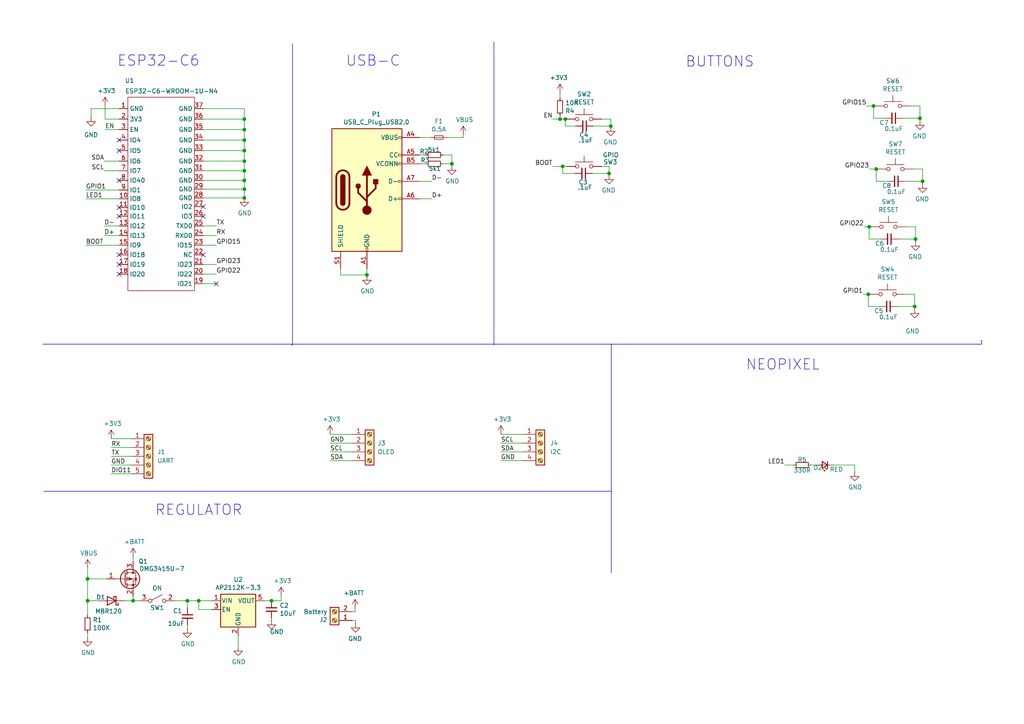
<source format=kicad_sch>
(kicad_sch
	(version 20231120)
	(generator "eeschema")
	(generator_version "8.0")
	(uuid "21a57a81-777f-4f81-b806-a7171bf6ef6c")
	(paper "A4")
	(lib_symbols
		(symbol "Connector:Screw_Terminal_01x02"
			(pin_names
				(offset 1.016) hide)
			(exclude_from_sim no)
			(in_bom yes)
			(on_board yes)
			(property "Reference" "J"
				(at 0 2.54 0)
				(effects
					(font
						(size 1.27 1.27)
					)
				)
			)
			(property "Value" "Screw_Terminal_01x02"
				(at 0 -5.08 0)
				(effects
					(font
						(size 1.27 1.27)
					)
				)
			)
			(property "Footprint" ""
				(at 0 0 0)
				(effects
					(font
						(size 1.27 1.27)
					)
					(hide yes)
				)
			)
			(property "Datasheet" "~"
				(at 0 0 0)
				(effects
					(font
						(size 1.27 1.27)
					)
					(hide yes)
				)
			)
			(property "Description" "Generic screw terminal, single row, 01x02, script generated (kicad-library-utils/schlib/autogen/connector/)"
				(at 0 0 0)
				(effects
					(font
						(size 1.27 1.27)
					)
					(hide yes)
				)
			)
			(property "ki_keywords" "screw terminal"
				(at 0 0 0)
				(effects
					(font
						(size 1.27 1.27)
					)
					(hide yes)
				)
			)
			(property "ki_fp_filters" "TerminalBlock*:*"
				(at 0 0 0)
				(effects
					(font
						(size 1.27 1.27)
					)
					(hide yes)
				)
			)
			(symbol "Screw_Terminal_01x02_1_1"
				(rectangle
					(start -1.27 1.27)
					(end 1.27 -3.81)
					(stroke
						(width 0.254)
						(type default)
					)
					(fill
						(type background)
					)
				)
				(circle
					(center 0 -2.54)
					(radius 0.635)
					(stroke
						(width 0.1524)
						(type default)
					)
					(fill
						(type none)
					)
				)
				(polyline
					(pts
						(xy -0.5334 -2.2098) (xy 0.3302 -3.048)
					)
					(stroke
						(width 0.1524)
						(type default)
					)
					(fill
						(type none)
					)
				)
				(polyline
					(pts
						(xy -0.5334 0.3302) (xy 0.3302 -0.508)
					)
					(stroke
						(width 0.1524)
						(type default)
					)
					(fill
						(type none)
					)
				)
				(polyline
					(pts
						(xy -0.3556 -2.032) (xy 0.508 -2.8702)
					)
					(stroke
						(width 0.1524)
						(type default)
					)
					(fill
						(type none)
					)
				)
				(polyline
					(pts
						(xy -0.3556 0.508) (xy 0.508 -0.3302)
					)
					(stroke
						(width 0.1524)
						(type default)
					)
					(fill
						(type none)
					)
				)
				(circle
					(center 0 0)
					(radius 0.635)
					(stroke
						(width 0.1524)
						(type default)
					)
					(fill
						(type none)
					)
				)
				(pin passive line
					(at -5.08 0 0)
					(length 3.81)
					(name "Pin_1"
						(effects
							(font
								(size 1.27 1.27)
							)
						)
					)
					(number "1"
						(effects
							(font
								(size 1.27 1.27)
							)
						)
					)
				)
				(pin passive line
					(at -5.08 -2.54 0)
					(length 3.81)
					(name "Pin_2"
						(effects
							(font
								(size 1.27 1.27)
							)
						)
					)
					(number "2"
						(effects
							(font
								(size 1.27 1.27)
							)
						)
					)
				)
			)
		)
		(symbol "Connector:Screw_Terminal_01x04"
			(pin_names
				(offset 1.016) hide)
			(exclude_from_sim no)
			(in_bom yes)
			(on_board yes)
			(property "Reference" "J"
				(at 0 5.08 0)
				(effects
					(font
						(size 1.27 1.27)
					)
				)
			)
			(property "Value" "Screw_Terminal_01x04"
				(at 0 -7.62 0)
				(effects
					(font
						(size 1.27 1.27)
					)
				)
			)
			(property "Footprint" ""
				(at 0 0 0)
				(effects
					(font
						(size 1.27 1.27)
					)
					(hide yes)
				)
			)
			(property "Datasheet" "~"
				(at 0 0 0)
				(effects
					(font
						(size 1.27 1.27)
					)
					(hide yes)
				)
			)
			(property "Description" "Generic screw terminal, single row, 01x04, script generated (kicad-library-utils/schlib/autogen/connector/)"
				(at 0 0 0)
				(effects
					(font
						(size 1.27 1.27)
					)
					(hide yes)
				)
			)
			(property "ki_keywords" "screw terminal"
				(at 0 0 0)
				(effects
					(font
						(size 1.27 1.27)
					)
					(hide yes)
				)
			)
			(property "ki_fp_filters" "TerminalBlock*:*"
				(at 0 0 0)
				(effects
					(font
						(size 1.27 1.27)
					)
					(hide yes)
				)
			)
			(symbol "Screw_Terminal_01x04_1_1"
				(rectangle
					(start -1.27 3.81)
					(end 1.27 -6.35)
					(stroke
						(width 0.254)
						(type default)
					)
					(fill
						(type background)
					)
				)
				(circle
					(center 0 -5.08)
					(radius 0.635)
					(stroke
						(width 0.1524)
						(type default)
					)
					(fill
						(type none)
					)
				)
				(circle
					(center 0 -2.54)
					(radius 0.635)
					(stroke
						(width 0.1524)
						(type default)
					)
					(fill
						(type none)
					)
				)
				(polyline
					(pts
						(xy -0.5334 -4.7498) (xy 0.3302 -5.588)
					)
					(stroke
						(width 0.1524)
						(type default)
					)
					(fill
						(type none)
					)
				)
				(polyline
					(pts
						(xy -0.5334 -2.2098) (xy 0.3302 -3.048)
					)
					(stroke
						(width 0.1524)
						(type default)
					)
					(fill
						(type none)
					)
				)
				(polyline
					(pts
						(xy -0.5334 0.3302) (xy 0.3302 -0.508)
					)
					(stroke
						(width 0.1524)
						(type default)
					)
					(fill
						(type none)
					)
				)
				(polyline
					(pts
						(xy -0.5334 2.8702) (xy 0.3302 2.032)
					)
					(stroke
						(width 0.1524)
						(type default)
					)
					(fill
						(type none)
					)
				)
				(polyline
					(pts
						(xy -0.3556 -4.572) (xy 0.508 -5.4102)
					)
					(stroke
						(width 0.1524)
						(type default)
					)
					(fill
						(type none)
					)
				)
				(polyline
					(pts
						(xy -0.3556 -2.032) (xy 0.508 -2.8702)
					)
					(stroke
						(width 0.1524)
						(type default)
					)
					(fill
						(type none)
					)
				)
				(polyline
					(pts
						(xy -0.3556 0.508) (xy 0.508 -0.3302)
					)
					(stroke
						(width 0.1524)
						(type default)
					)
					(fill
						(type none)
					)
				)
				(polyline
					(pts
						(xy -0.3556 3.048) (xy 0.508 2.2098)
					)
					(stroke
						(width 0.1524)
						(type default)
					)
					(fill
						(type none)
					)
				)
				(circle
					(center 0 0)
					(radius 0.635)
					(stroke
						(width 0.1524)
						(type default)
					)
					(fill
						(type none)
					)
				)
				(circle
					(center 0 2.54)
					(radius 0.635)
					(stroke
						(width 0.1524)
						(type default)
					)
					(fill
						(type none)
					)
				)
				(pin passive line
					(at -5.08 2.54 0)
					(length 3.81)
					(name "Pin_1"
						(effects
							(font
								(size 1.27 1.27)
							)
						)
					)
					(number "1"
						(effects
							(font
								(size 1.27 1.27)
							)
						)
					)
				)
				(pin passive line
					(at -5.08 0 0)
					(length 3.81)
					(name "Pin_2"
						(effects
							(font
								(size 1.27 1.27)
							)
						)
					)
					(number "2"
						(effects
							(font
								(size 1.27 1.27)
							)
						)
					)
				)
				(pin passive line
					(at -5.08 -2.54 0)
					(length 3.81)
					(name "Pin_3"
						(effects
							(font
								(size 1.27 1.27)
							)
						)
					)
					(number "3"
						(effects
							(font
								(size 1.27 1.27)
							)
						)
					)
				)
				(pin passive line
					(at -5.08 -5.08 0)
					(length 3.81)
					(name "Pin_4"
						(effects
							(font
								(size 1.27 1.27)
							)
						)
					)
					(number "4"
						(effects
							(font
								(size 1.27 1.27)
							)
						)
					)
				)
			)
		)
		(symbol "Connector:Screw_Terminal_01x05"
			(pin_names
				(offset 1.016) hide)
			(exclude_from_sim no)
			(in_bom yes)
			(on_board yes)
			(property "Reference" "J"
				(at 0 7.62 0)
				(effects
					(font
						(size 1.27 1.27)
					)
				)
			)
			(property "Value" "Screw_Terminal_01x05"
				(at 0 -7.62 0)
				(effects
					(font
						(size 1.27 1.27)
					)
				)
			)
			(property "Footprint" ""
				(at 0 0 0)
				(effects
					(font
						(size 1.27 1.27)
					)
					(hide yes)
				)
			)
			(property "Datasheet" "~"
				(at 0 0 0)
				(effects
					(font
						(size 1.27 1.27)
					)
					(hide yes)
				)
			)
			(property "Description" "Generic screw terminal, single row, 01x05, script generated (kicad-library-utils/schlib/autogen/connector/)"
				(at 0 0 0)
				(effects
					(font
						(size 1.27 1.27)
					)
					(hide yes)
				)
			)
			(property "ki_keywords" "screw terminal"
				(at 0 0 0)
				(effects
					(font
						(size 1.27 1.27)
					)
					(hide yes)
				)
			)
			(property "ki_fp_filters" "TerminalBlock*:*"
				(at 0 0 0)
				(effects
					(font
						(size 1.27 1.27)
					)
					(hide yes)
				)
			)
			(symbol "Screw_Terminal_01x05_1_1"
				(rectangle
					(start -1.27 6.35)
					(end 1.27 -6.35)
					(stroke
						(width 0.254)
						(type default)
					)
					(fill
						(type background)
					)
				)
				(circle
					(center 0 -5.08)
					(radius 0.635)
					(stroke
						(width 0.1524)
						(type default)
					)
					(fill
						(type none)
					)
				)
				(circle
					(center 0 -2.54)
					(radius 0.635)
					(stroke
						(width 0.1524)
						(type default)
					)
					(fill
						(type none)
					)
				)
				(polyline
					(pts
						(xy -0.5334 -4.7498) (xy 0.3302 -5.588)
					)
					(stroke
						(width 0.1524)
						(type default)
					)
					(fill
						(type none)
					)
				)
				(polyline
					(pts
						(xy -0.5334 -2.2098) (xy 0.3302 -3.048)
					)
					(stroke
						(width 0.1524)
						(type default)
					)
					(fill
						(type none)
					)
				)
				(polyline
					(pts
						(xy -0.5334 0.3302) (xy 0.3302 -0.508)
					)
					(stroke
						(width 0.1524)
						(type default)
					)
					(fill
						(type none)
					)
				)
				(polyline
					(pts
						(xy -0.5334 2.8702) (xy 0.3302 2.032)
					)
					(stroke
						(width 0.1524)
						(type default)
					)
					(fill
						(type none)
					)
				)
				(polyline
					(pts
						(xy -0.5334 5.4102) (xy 0.3302 4.572)
					)
					(stroke
						(width 0.1524)
						(type default)
					)
					(fill
						(type none)
					)
				)
				(polyline
					(pts
						(xy -0.3556 -4.572) (xy 0.508 -5.4102)
					)
					(stroke
						(width 0.1524)
						(type default)
					)
					(fill
						(type none)
					)
				)
				(polyline
					(pts
						(xy -0.3556 -2.032) (xy 0.508 -2.8702)
					)
					(stroke
						(width 0.1524)
						(type default)
					)
					(fill
						(type none)
					)
				)
				(polyline
					(pts
						(xy -0.3556 0.508) (xy 0.508 -0.3302)
					)
					(stroke
						(width 0.1524)
						(type default)
					)
					(fill
						(type none)
					)
				)
				(polyline
					(pts
						(xy -0.3556 3.048) (xy 0.508 2.2098)
					)
					(stroke
						(width 0.1524)
						(type default)
					)
					(fill
						(type none)
					)
				)
				(polyline
					(pts
						(xy -0.3556 5.588) (xy 0.508 4.7498)
					)
					(stroke
						(width 0.1524)
						(type default)
					)
					(fill
						(type none)
					)
				)
				(circle
					(center 0 0)
					(radius 0.635)
					(stroke
						(width 0.1524)
						(type default)
					)
					(fill
						(type none)
					)
				)
				(circle
					(center 0 2.54)
					(radius 0.635)
					(stroke
						(width 0.1524)
						(type default)
					)
					(fill
						(type none)
					)
				)
				(circle
					(center 0 5.08)
					(radius 0.635)
					(stroke
						(width 0.1524)
						(type default)
					)
					(fill
						(type none)
					)
				)
				(pin passive line
					(at -5.08 5.08 0)
					(length 3.81)
					(name "Pin_1"
						(effects
							(font
								(size 1.27 1.27)
							)
						)
					)
					(number "1"
						(effects
							(font
								(size 1.27 1.27)
							)
						)
					)
				)
				(pin passive line
					(at -5.08 2.54 0)
					(length 3.81)
					(name "Pin_2"
						(effects
							(font
								(size 1.27 1.27)
							)
						)
					)
					(number "2"
						(effects
							(font
								(size 1.27 1.27)
							)
						)
					)
				)
				(pin passive line
					(at -5.08 0 0)
					(length 3.81)
					(name "Pin_3"
						(effects
							(font
								(size 1.27 1.27)
							)
						)
					)
					(number "3"
						(effects
							(font
								(size 1.27 1.27)
							)
						)
					)
				)
				(pin passive line
					(at -5.08 -2.54 0)
					(length 3.81)
					(name "Pin_4"
						(effects
							(font
								(size 1.27 1.27)
							)
						)
					)
					(number "4"
						(effects
							(font
								(size 1.27 1.27)
							)
						)
					)
				)
				(pin passive line
					(at -5.08 -5.08 0)
					(length 3.81)
					(name "Pin_5"
						(effects
							(font
								(size 1.27 1.27)
							)
						)
					)
					(number "5"
						(effects
							(font
								(size 1.27 1.27)
							)
						)
					)
				)
			)
		)
		(symbol "Device:C_Small"
			(pin_numbers hide)
			(pin_names
				(offset 0.254) hide)
			(exclude_from_sim no)
			(in_bom yes)
			(on_board yes)
			(property "Reference" "C"
				(at 0.254 1.778 0)
				(effects
					(font
						(size 1.27 1.27)
					)
					(justify left)
				)
			)
			(property "Value" "C_Small"
				(at 0.254 -2.032 0)
				(effects
					(font
						(size 1.27 1.27)
					)
					(justify left)
				)
			)
			(property "Footprint" ""
				(at 0 0 0)
				(effects
					(font
						(size 1.27 1.27)
					)
					(hide yes)
				)
			)
			(property "Datasheet" "~"
				(at 0 0 0)
				(effects
					(font
						(size 1.27 1.27)
					)
					(hide yes)
				)
			)
			(property "Description" "Unpolarized capacitor, small symbol"
				(at 0 0 0)
				(effects
					(font
						(size 1.27 1.27)
					)
					(hide yes)
				)
			)
			(property "ki_keywords" "capacitor cap"
				(at 0 0 0)
				(effects
					(font
						(size 1.27 1.27)
					)
					(hide yes)
				)
			)
			(property "ki_fp_filters" "C_*"
				(at 0 0 0)
				(effects
					(font
						(size 1.27 1.27)
					)
					(hide yes)
				)
			)
			(symbol "C_Small_0_1"
				(polyline
					(pts
						(xy -1.524 -0.508) (xy 1.524 -0.508)
					)
					(stroke
						(width 0.3302)
						(type default)
					)
					(fill
						(type none)
					)
				)
				(polyline
					(pts
						(xy -1.524 0.508) (xy 1.524 0.508)
					)
					(stroke
						(width 0.3048)
						(type default)
					)
					(fill
						(type none)
					)
				)
			)
			(symbol "C_Small_1_1"
				(pin passive line
					(at 0 2.54 270)
					(length 2.032)
					(name "~"
						(effects
							(font
								(size 1.27 1.27)
							)
						)
					)
					(number "1"
						(effects
							(font
								(size 1.27 1.27)
							)
						)
					)
				)
				(pin passive line
					(at 0 -2.54 90)
					(length 2.032)
					(name "~"
						(effects
							(font
								(size 1.27 1.27)
							)
						)
					)
					(number "2"
						(effects
							(font
								(size 1.27 1.27)
							)
						)
					)
				)
			)
		)
		(symbol "Device:Fuse_Small"
			(pin_numbers hide)
			(pin_names
				(offset 0.254) hide)
			(exclude_from_sim no)
			(in_bom yes)
			(on_board yes)
			(property "Reference" "F"
				(at 0 -1.524 0)
				(effects
					(font
						(size 1.27 1.27)
					)
				)
			)
			(property "Value" "Fuse_Small"
				(at 0 1.524 0)
				(effects
					(font
						(size 1.27 1.27)
					)
				)
			)
			(property "Footprint" ""
				(at 0 0 0)
				(effects
					(font
						(size 1.27 1.27)
					)
					(hide yes)
				)
			)
			(property "Datasheet" "~"
				(at 0 0 0)
				(effects
					(font
						(size 1.27 1.27)
					)
					(hide yes)
				)
			)
			(property "Description" "Fuse, small symbol"
				(at 0 0 0)
				(effects
					(font
						(size 1.27 1.27)
					)
					(hide yes)
				)
			)
			(property "ki_keywords" "fuse"
				(at 0 0 0)
				(effects
					(font
						(size 1.27 1.27)
					)
					(hide yes)
				)
			)
			(property "ki_fp_filters" "SM*"
				(at 0 0 0)
				(effects
					(font
						(size 1.27 1.27)
					)
					(hide yes)
				)
			)
			(symbol "Fuse_Small_0_1"
				(rectangle
					(start -1.27 0.508)
					(end 1.27 -0.508)
					(stroke
						(width 0)
						(type default)
					)
					(fill
						(type none)
					)
				)
				(polyline
					(pts
						(xy -1.27 0) (xy 1.27 0)
					)
					(stroke
						(width 0)
						(type default)
					)
					(fill
						(type none)
					)
				)
			)
			(symbol "Fuse_Small_1_1"
				(pin passive line
					(at -2.54 0 0)
					(length 1.27)
					(name "~"
						(effects
							(font
								(size 1.27 1.27)
							)
						)
					)
					(number "1"
						(effects
							(font
								(size 1.27 1.27)
							)
						)
					)
				)
				(pin passive line
					(at 2.54 0 180)
					(length 1.27)
					(name "~"
						(effects
							(font
								(size 1.27 1.27)
							)
						)
					)
					(number "2"
						(effects
							(font
								(size 1.27 1.27)
							)
						)
					)
				)
			)
		)
		(symbol "Device:LED_Small"
			(pin_numbers hide)
			(pin_names
				(offset 0.254) hide)
			(exclude_from_sim no)
			(in_bom yes)
			(on_board yes)
			(property "Reference" "D"
				(at -1.27 3.175 0)
				(effects
					(font
						(size 1.27 1.27)
					)
					(justify left)
				)
			)
			(property "Value" "LED_Small"
				(at -4.445 -2.54 0)
				(effects
					(font
						(size 1.27 1.27)
					)
					(justify left)
				)
			)
			(property "Footprint" ""
				(at 0 0 90)
				(effects
					(font
						(size 1.27 1.27)
					)
					(hide yes)
				)
			)
			(property "Datasheet" "~"
				(at 0 0 90)
				(effects
					(font
						(size 1.27 1.27)
					)
					(hide yes)
				)
			)
			(property "Description" "Light emitting diode, small symbol"
				(at 0 0 0)
				(effects
					(font
						(size 1.27 1.27)
					)
					(hide yes)
				)
			)
			(property "ki_keywords" "LED diode light-emitting-diode"
				(at 0 0 0)
				(effects
					(font
						(size 1.27 1.27)
					)
					(hide yes)
				)
			)
			(property "ki_fp_filters" "LED* LED_SMD:* LED_THT:*"
				(at 0 0 0)
				(effects
					(font
						(size 1.27 1.27)
					)
					(hide yes)
				)
			)
			(symbol "LED_Small_0_1"
				(polyline
					(pts
						(xy -0.762 -1.016) (xy -0.762 1.016)
					)
					(stroke
						(width 0.254)
						(type default)
					)
					(fill
						(type none)
					)
				)
				(polyline
					(pts
						(xy 1.016 0) (xy -0.762 0)
					)
					(stroke
						(width 0)
						(type default)
					)
					(fill
						(type none)
					)
				)
				(polyline
					(pts
						(xy 0.762 -1.016) (xy -0.762 0) (xy 0.762 1.016) (xy 0.762 -1.016)
					)
					(stroke
						(width 0.254)
						(type default)
					)
					(fill
						(type none)
					)
				)
				(polyline
					(pts
						(xy 0 0.762) (xy -0.508 1.27) (xy -0.254 1.27) (xy -0.508 1.27) (xy -0.508 1.016)
					)
					(stroke
						(width 0)
						(type default)
					)
					(fill
						(type none)
					)
				)
				(polyline
					(pts
						(xy 0.508 1.27) (xy 0 1.778) (xy 0.254 1.778) (xy 0 1.778) (xy 0 1.524)
					)
					(stroke
						(width 0)
						(type default)
					)
					(fill
						(type none)
					)
				)
			)
			(symbol "LED_Small_1_1"
				(pin passive line
					(at -2.54 0 0)
					(length 1.778)
					(name "K"
						(effects
							(font
								(size 1.27 1.27)
							)
						)
					)
					(number "1"
						(effects
							(font
								(size 1.27 1.27)
							)
						)
					)
				)
				(pin passive line
					(at 2.54 0 180)
					(length 1.778)
					(name "A"
						(effects
							(font
								(size 1.27 1.27)
							)
						)
					)
					(number "2"
						(effects
							(font
								(size 1.27 1.27)
							)
						)
					)
				)
			)
		)
		(symbol "Device:Q_PMOS_GSD"
			(pin_names
				(offset 0) hide)
			(exclude_from_sim no)
			(in_bom yes)
			(on_board yes)
			(property "Reference" "Q"
				(at 5.08 1.27 0)
				(effects
					(font
						(size 1.27 1.27)
					)
					(justify left)
				)
			)
			(property "Value" "Q_PMOS_GSD"
				(at 5.08 -1.27 0)
				(effects
					(font
						(size 1.27 1.27)
					)
					(justify left)
				)
			)
			(property "Footprint" ""
				(at 5.08 2.54 0)
				(effects
					(font
						(size 1.27 1.27)
					)
					(hide yes)
				)
			)
			(property "Datasheet" "~"
				(at 0 0 0)
				(effects
					(font
						(size 1.27 1.27)
					)
					(hide yes)
				)
			)
			(property "Description" "P-MOSFET transistor, gate/source/drain"
				(at 0 0 0)
				(effects
					(font
						(size 1.27 1.27)
					)
					(hide yes)
				)
			)
			(property "ki_keywords" "transistor PMOS P-MOS P-MOSFET"
				(at 0 0 0)
				(effects
					(font
						(size 1.27 1.27)
					)
					(hide yes)
				)
			)
			(symbol "Q_PMOS_GSD_0_1"
				(polyline
					(pts
						(xy 0.254 0) (xy -2.54 0)
					)
					(stroke
						(width 0)
						(type default)
					)
					(fill
						(type none)
					)
				)
				(polyline
					(pts
						(xy 0.254 1.905) (xy 0.254 -1.905)
					)
					(stroke
						(width 0.254)
						(type default)
					)
					(fill
						(type none)
					)
				)
				(polyline
					(pts
						(xy 0.762 -1.27) (xy 0.762 -2.286)
					)
					(stroke
						(width 0.254)
						(type default)
					)
					(fill
						(type none)
					)
				)
				(polyline
					(pts
						(xy 0.762 0.508) (xy 0.762 -0.508)
					)
					(stroke
						(width 0.254)
						(type default)
					)
					(fill
						(type none)
					)
				)
				(polyline
					(pts
						(xy 0.762 2.286) (xy 0.762 1.27)
					)
					(stroke
						(width 0.254)
						(type default)
					)
					(fill
						(type none)
					)
				)
				(polyline
					(pts
						(xy 2.54 2.54) (xy 2.54 1.778)
					)
					(stroke
						(width 0)
						(type default)
					)
					(fill
						(type none)
					)
				)
				(polyline
					(pts
						(xy 2.54 -2.54) (xy 2.54 0) (xy 0.762 0)
					)
					(stroke
						(width 0)
						(type default)
					)
					(fill
						(type none)
					)
				)
				(polyline
					(pts
						(xy 0.762 1.778) (xy 3.302 1.778) (xy 3.302 -1.778) (xy 0.762 -1.778)
					)
					(stroke
						(width 0)
						(type default)
					)
					(fill
						(type none)
					)
				)
				(polyline
					(pts
						(xy 2.286 0) (xy 1.27 0.381) (xy 1.27 -0.381) (xy 2.286 0)
					)
					(stroke
						(width 0)
						(type default)
					)
					(fill
						(type outline)
					)
				)
				(polyline
					(pts
						(xy 2.794 -0.508) (xy 2.921 -0.381) (xy 3.683 -0.381) (xy 3.81 -0.254)
					)
					(stroke
						(width 0)
						(type default)
					)
					(fill
						(type none)
					)
				)
				(polyline
					(pts
						(xy 3.302 -0.381) (xy 2.921 0.254) (xy 3.683 0.254) (xy 3.302 -0.381)
					)
					(stroke
						(width 0)
						(type default)
					)
					(fill
						(type none)
					)
				)
				(circle
					(center 1.651 0)
					(radius 2.794)
					(stroke
						(width 0.254)
						(type default)
					)
					(fill
						(type none)
					)
				)
				(circle
					(center 2.54 -1.778)
					(radius 0.254)
					(stroke
						(width 0)
						(type default)
					)
					(fill
						(type outline)
					)
				)
				(circle
					(center 2.54 1.778)
					(radius 0.254)
					(stroke
						(width 0)
						(type default)
					)
					(fill
						(type outline)
					)
				)
			)
			(symbol "Q_PMOS_GSD_1_1"
				(pin input line
					(at -5.08 0 0)
					(length 2.54)
					(name "G"
						(effects
							(font
								(size 1.27 1.27)
							)
						)
					)
					(number "1"
						(effects
							(font
								(size 1.27 1.27)
							)
						)
					)
				)
				(pin passive line
					(at 2.54 -5.08 90)
					(length 2.54)
					(name "S"
						(effects
							(font
								(size 1.27 1.27)
							)
						)
					)
					(number "2"
						(effects
							(font
								(size 1.27 1.27)
							)
						)
					)
				)
				(pin passive line
					(at 2.54 5.08 270)
					(length 2.54)
					(name "D"
						(effects
							(font
								(size 1.27 1.27)
							)
						)
					)
					(number "3"
						(effects
							(font
								(size 1.27 1.27)
							)
						)
					)
				)
			)
		)
		(symbol "Device:R_Small"
			(pin_numbers hide)
			(pin_names
				(offset 0.254) hide)
			(exclude_from_sim no)
			(in_bom yes)
			(on_board yes)
			(property "Reference" "R"
				(at 0.762 0.508 0)
				(effects
					(font
						(size 1.27 1.27)
					)
					(justify left)
				)
			)
			(property "Value" "R_Small"
				(at 0.762 -1.016 0)
				(effects
					(font
						(size 1.27 1.27)
					)
					(justify left)
				)
			)
			(property "Footprint" ""
				(at 0 0 0)
				(effects
					(font
						(size 1.27 1.27)
					)
					(hide yes)
				)
			)
			(property "Datasheet" "~"
				(at 0 0 0)
				(effects
					(font
						(size 1.27 1.27)
					)
					(hide yes)
				)
			)
			(property "Description" "Resistor, small symbol"
				(at 0 0 0)
				(effects
					(font
						(size 1.27 1.27)
					)
					(hide yes)
				)
			)
			(property "ki_keywords" "R resistor"
				(at 0 0 0)
				(effects
					(font
						(size 1.27 1.27)
					)
					(hide yes)
				)
			)
			(property "ki_fp_filters" "R_*"
				(at 0 0 0)
				(effects
					(font
						(size 1.27 1.27)
					)
					(hide yes)
				)
			)
			(symbol "R_Small_0_1"
				(rectangle
					(start -0.762 1.778)
					(end 0.762 -1.778)
					(stroke
						(width 0.2032)
						(type default)
					)
					(fill
						(type none)
					)
				)
			)
			(symbol "R_Small_1_1"
				(pin passive line
					(at 0 2.54 270)
					(length 0.762)
					(name "~"
						(effects
							(font
								(size 1.27 1.27)
							)
						)
					)
					(number "1"
						(effects
							(font
								(size 1.27 1.27)
							)
						)
					)
				)
				(pin passive line
					(at 0 -2.54 90)
					(length 0.762)
					(name "~"
						(effects
							(font
								(size 1.27 1.27)
							)
						)
					)
					(number "2"
						(effects
							(font
								(size 1.27 1.27)
							)
						)
					)
				)
			)
		)
		(symbol "Diode:MBR340"
			(pin_numbers hide)
			(pin_names
				(offset 1.016) hide)
			(exclude_from_sim no)
			(in_bom yes)
			(on_board yes)
			(property "Reference" "D"
				(at 0 2.54 0)
				(effects
					(font
						(size 1.27 1.27)
					)
				)
			)
			(property "Value" "MBR340"
				(at 0 -2.54 0)
				(effects
					(font
						(size 1.27 1.27)
					)
				)
			)
			(property "Footprint" "Diode_THT:D_DO-201AD_P15.24mm_Horizontal"
				(at 0 -4.445 0)
				(effects
					(font
						(size 1.27 1.27)
					)
					(hide yes)
				)
			)
			(property "Datasheet" "http://www.onsemi.com/pub_link/Collateral/MBR340-D.PDF"
				(at 0 0 0)
				(effects
					(font
						(size 1.27 1.27)
					)
					(hide yes)
				)
			)
			(property "Description" "40V 3A Schottky Barrier Rectifier Diode, DO-201AD"
				(at 0 0 0)
				(effects
					(font
						(size 1.27 1.27)
					)
					(hide yes)
				)
			)
			(property "ki_keywords" "diode Schottky"
				(at 0 0 0)
				(effects
					(font
						(size 1.27 1.27)
					)
					(hide yes)
				)
			)
			(property "ki_fp_filters" "D*DO?201AD*"
				(at 0 0 0)
				(effects
					(font
						(size 1.27 1.27)
					)
					(hide yes)
				)
			)
			(symbol "MBR340_0_1"
				(polyline
					(pts
						(xy 1.27 0) (xy -1.27 0)
					)
					(stroke
						(width 0)
						(type default)
					)
					(fill
						(type none)
					)
				)
				(polyline
					(pts
						(xy 1.27 1.27) (xy 1.27 -1.27) (xy -1.27 0) (xy 1.27 1.27)
					)
					(stroke
						(width 0.254)
						(type default)
					)
					(fill
						(type none)
					)
				)
				(polyline
					(pts
						(xy -1.905 0.635) (xy -1.905 1.27) (xy -1.27 1.27) (xy -1.27 -1.27) (xy -0.635 -1.27) (xy -0.635 -0.635)
					)
					(stroke
						(width 0.254)
						(type default)
					)
					(fill
						(type none)
					)
				)
			)
			(symbol "MBR340_1_1"
				(pin passive line
					(at -3.81 0 0)
					(length 2.54)
					(name "K"
						(effects
							(font
								(size 1.27 1.27)
							)
						)
					)
					(number "1"
						(effects
							(font
								(size 1.27 1.27)
							)
						)
					)
				)
				(pin passive line
					(at 3.81 0 180)
					(length 2.54)
					(name "A"
						(effects
							(font
								(size 1.27 1.27)
							)
						)
					)
					(number "2"
						(effects
							(font
								(size 1.27 1.27)
							)
						)
					)
				)
			)
		)
		(symbol "HunterCat-NFC-rescue:AP2112K-3.3-Regulator_Linear"
			(pin_names
				(offset 0.254)
			)
			(exclude_from_sim no)
			(in_bom yes)
			(on_board yes)
			(property "Reference" "U"
				(at -5.08 5.715 0)
				(effects
					(font
						(size 1.27 1.27)
					)
					(justify left)
				)
			)
			(property "Value" "AP2112K-3.3-Regulator_Linear"
				(at 0 5.715 0)
				(effects
					(font
						(size 1.27 1.27)
					)
					(justify left)
				)
			)
			(property "Footprint" "Package_TO_SOT_SMD:SOT-23-5"
				(at 0 8.255 0)
				(effects
					(font
						(size 1.27 1.27)
					)
					(hide yes)
				)
			)
			(property "Datasheet" ""
				(at 0 2.54 0)
				(effects
					(font
						(size 1.27 1.27)
					)
					(hide yes)
				)
			)
			(property "Description" ""
				(at 0 0 0)
				(effects
					(font
						(size 1.27 1.27)
					)
					(hide yes)
				)
			)
			(property "ki_fp_filters" "SOT?23?5*"
				(at 0 0 0)
				(effects
					(font
						(size 1.27 1.27)
					)
					(hide yes)
				)
			)
			(symbol "AP2112K-3.3-Regulator_Linear_0_1"
				(rectangle
					(start -5.08 4.445)
					(end 5.08 -5.08)
					(stroke
						(width 0.254)
						(type default)
					)
					(fill
						(type background)
					)
				)
			)
			(symbol "AP2112K-3.3-Regulator_Linear_1_1"
				(pin power_in line
					(at -7.62 2.54 0)
					(length 2.54)
					(name "VIN"
						(effects
							(font
								(size 1.27 1.27)
							)
						)
					)
					(number "1"
						(effects
							(font
								(size 1.27 1.27)
							)
						)
					)
				)
				(pin power_in line
					(at 0 -7.62 90)
					(length 2.54)
					(name "GND"
						(effects
							(font
								(size 1.27 1.27)
							)
						)
					)
					(number "2"
						(effects
							(font
								(size 1.27 1.27)
							)
						)
					)
				)
				(pin input line
					(at -7.62 0 0)
					(length 2.54)
					(name "EN"
						(effects
							(font
								(size 1.27 1.27)
							)
						)
					)
					(number "3"
						(effects
							(font
								(size 1.27 1.27)
							)
						)
					)
				)
				(pin no_connect line
					(at 7.62 0 180)
					(length 2.54) hide
					(name "NC"
						(effects
							(font
								(size 1.27 1.27)
							)
						)
					)
					(number "4"
						(effects
							(font
								(size 1.27 1.27)
							)
						)
					)
				)
				(pin power_out line
					(at 7.62 2.54 180)
					(length 2.54)
					(name "VOUT"
						(effects
							(font
								(size 1.27 1.27)
							)
						)
					)
					(number "5"
						(effects
							(font
								(size 1.27 1.27)
							)
						)
					)
				)
			)
		)
		(symbol "HunterCat-NFC-rescue:USB_C_Plug_USB2.0-Connector"
			(pin_names
				(offset 1.016)
			)
			(exclude_from_sim no)
			(in_bom yes)
			(on_board yes)
			(property "Reference" "P"
				(at -10.16 19.05 0)
				(effects
					(font
						(size 1.27 1.27)
					)
					(justify left)
				)
			)
			(property "Value" "USB_C_Plug_USB2.0-Connector"
				(at 12.7 19.05 0)
				(effects
					(font
						(size 1.27 1.27)
					)
					(justify right)
				)
			)
			(property "Footprint" ""
				(at 3.81 0 0)
				(effects
					(font
						(size 1.27 1.27)
					)
					(hide yes)
				)
			)
			(property "Datasheet" ""
				(at 3.81 0 0)
				(effects
					(font
						(size 1.27 1.27)
					)
					(hide yes)
				)
			)
			(property "Description" ""
				(at 0 0 0)
				(effects
					(font
						(size 1.27 1.27)
					)
					(hide yes)
				)
			)
			(property "ki_fp_filters" "USB*C*Plug*"
				(at 0 0 0)
				(effects
					(font
						(size 1.27 1.27)
					)
					(hide yes)
				)
			)
			(symbol "USB_C_Plug_USB2.0-Connector_0_0"
				(rectangle
					(start -0.254 -17.78)
					(end 0.254 -16.764)
					(stroke
						(width 0)
						(type default)
					)
					(fill
						(type none)
					)
				)
				(rectangle
					(start 10.16 -2.286)
					(end 9.144 -2.794)
					(stroke
						(width 0)
						(type default)
					)
					(fill
						(type none)
					)
				)
				(rectangle
					(start 10.16 2.794)
					(end 9.144 2.286)
					(stroke
						(width 0)
						(type default)
					)
					(fill
						(type none)
					)
				)
				(rectangle
					(start 10.16 7.874)
					(end 9.144 7.366)
					(stroke
						(width 0)
						(type default)
					)
					(fill
						(type none)
					)
				)
				(rectangle
					(start 10.16 10.414)
					(end 9.144 9.906)
					(stroke
						(width 0)
						(type default)
					)
					(fill
						(type none)
					)
				)
				(rectangle
					(start 10.16 15.494)
					(end 9.144 14.986)
					(stroke
						(width 0)
						(type default)
					)
					(fill
						(type none)
					)
				)
			)
			(symbol "USB_C_Plug_USB2.0-Connector_0_1"
				(rectangle
					(start -10.16 17.78)
					(end 10.16 -17.78)
					(stroke
						(width 0.254)
						(type default)
					)
					(fill
						(type background)
					)
				)
				(arc
					(start -8.89 -3.81)
					(mid -6.985 -5.7067)
					(end -5.08 -3.81)
					(stroke
						(width 0.508)
						(type default)
					)
					(fill
						(type none)
					)
				)
				(arc
					(start -7.62 -3.81)
					(mid -6.985 -4.4423)
					(end -6.35 -3.81)
					(stroke
						(width 0.254)
						(type default)
					)
					(fill
						(type none)
					)
				)
				(arc
					(start -7.62 -3.81)
					(mid -6.985 -4.4423)
					(end -6.35 -3.81)
					(stroke
						(width 0.254)
						(type default)
					)
					(fill
						(type outline)
					)
				)
				(rectangle
					(start -7.62 -3.81)
					(end -6.35 3.81)
					(stroke
						(width 0.254)
						(type default)
					)
					(fill
						(type outline)
					)
				)
				(arc
					(start -6.35 3.81)
					(mid -6.985 4.4423)
					(end -7.62 3.81)
					(stroke
						(width 0.254)
						(type default)
					)
					(fill
						(type none)
					)
				)
				(arc
					(start -6.35 3.81)
					(mid -6.985 4.4423)
					(end -7.62 3.81)
					(stroke
						(width 0.254)
						(type default)
					)
					(fill
						(type outline)
					)
				)
				(arc
					(start -5.08 3.81)
					(mid -6.985 5.7067)
					(end -8.89 3.81)
					(stroke
						(width 0.508)
						(type default)
					)
					(fill
						(type none)
					)
				)
				(circle
					(center -2.54 1.143)
					(radius 0.635)
					(stroke
						(width 0.254)
						(type default)
					)
					(fill
						(type outline)
					)
				)
				(circle
					(center 0 -5.842)
					(radius 1.27)
					(stroke
						(width 0)
						(type default)
					)
					(fill
						(type outline)
					)
				)
				(polyline
					(pts
						(xy -8.89 -3.81) (xy -8.89 3.81)
					)
					(stroke
						(width 0.508)
						(type default)
					)
					(fill
						(type none)
					)
				)
				(polyline
					(pts
						(xy -5.08 3.81) (xy -5.08 -3.81)
					)
					(stroke
						(width 0.508)
						(type default)
					)
					(fill
						(type none)
					)
				)
				(polyline
					(pts
						(xy 0 -5.842) (xy 0 4.318)
					)
					(stroke
						(width 0.508)
						(type default)
					)
					(fill
						(type none)
					)
				)
				(polyline
					(pts
						(xy 0 -3.302) (xy -2.54 -0.762) (xy -2.54 0.508)
					)
					(stroke
						(width 0.508)
						(type default)
					)
					(fill
						(type none)
					)
				)
				(polyline
					(pts
						(xy 0 -2.032) (xy 2.54 0.508) (xy 2.54 1.778)
					)
					(stroke
						(width 0.508)
						(type default)
					)
					(fill
						(type none)
					)
				)
				(polyline
					(pts
						(xy -1.27 4.318) (xy 0 6.858) (xy 1.27 4.318) (xy -1.27 4.318)
					)
					(stroke
						(width 0.254)
						(type default)
					)
					(fill
						(type outline)
					)
				)
				(rectangle
					(start 1.905 1.778)
					(end 3.175 3.048)
					(stroke
						(width 0.254)
						(type default)
					)
					(fill
						(type outline)
					)
				)
			)
			(symbol "USB_C_Plug_USB2.0-Connector_1_1"
				(pin power_in line
					(at 0 -22.86 90)
					(length 5.08)
					(name "GND"
						(effects
							(font
								(size 1.27 1.27)
							)
						)
					)
					(number "A1"
						(effects
							(font
								(size 1.27 1.27)
							)
						)
					)
				)
				(pin passive line
					(at 0 -22.86 90)
					(length 5.08) hide
					(name "GND"
						(effects
							(font
								(size 1.27 1.27)
							)
						)
					)
					(number "A12"
						(effects
							(font
								(size 1.27 1.27)
							)
						)
					)
				)
				(pin power_in line
					(at 15.24 15.24 180)
					(length 5.08)
					(name "VBUS"
						(effects
							(font
								(size 1.27 1.27)
							)
						)
					)
					(number "A4"
						(effects
							(font
								(size 1.27 1.27)
							)
						)
					)
				)
				(pin bidirectional line
					(at 15.24 10.16 180)
					(length 5.08)
					(name "CC"
						(effects
							(font
								(size 1.27 1.27)
							)
						)
					)
					(number "A5"
						(effects
							(font
								(size 1.27 1.27)
							)
						)
					)
				)
				(pin bidirectional line
					(at 15.24 -2.54 180)
					(length 5.08)
					(name "D+"
						(effects
							(font
								(size 1.27 1.27)
							)
						)
					)
					(number "A6"
						(effects
							(font
								(size 1.27 1.27)
							)
						)
					)
				)
				(pin bidirectional line
					(at 15.24 2.54 180)
					(length 5.08)
					(name "D-"
						(effects
							(font
								(size 1.27 1.27)
							)
						)
					)
					(number "A7"
						(effects
							(font
								(size 1.27 1.27)
							)
						)
					)
				)
				(pin passive line
					(at 15.24 15.24 180)
					(length 5.08) hide
					(name "VBUS"
						(effects
							(font
								(size 1.27 1.27)
							)
						)
					)
					(number "A9"
						(effects
							(font
								(size 1.27 1.27)
							)
						)
					)
				)
				(pin passive line
					(at 0 -22.86 90)
					(length 5.08) hide
					(name "GND"
						(effects
							(font
								(size 1.27 1.27)
							)
						)
					)
					(number "B1"
						(effects
							(font
								(size 1.27 1.27)
							)
						)
					)
				)
				(pin passive line
					(at 0 -22.86 90)
					(length 5.08) hide
					(name "GND"
						(effects
							(font
								(size 1.27 1.27)
							)
						)
					)
					(number "B12"
						(effects
							(font
								(size 1.27 1.27)
							)
						)
					)
				)
				(pin passive line
					(at 15.24 15.24 180)
					(length 5.08) hide
					(name "VBUS"
						(effects
							(font
								(size 1.27 1.27)
							)
						)
					)
					(number "B4"
						(effects
							(font
								(size 1.27 1.27)
							)
						)
					)
				)
				(pin bidirectional line
					(at 15.24 7.62 180)
					(length 5.08)
					(name "VCONN"
						(effects
							(font
								(size 1.27 1.27)
							)
						)
					)
					(number "B5"
						(effects
							(font
								(size 1.27 1.27)
							)
						)
					)
				)
				(pin passive line
					(at 15.24 15.24 180)
					(length 5.08) hide
					(name "VBUS"
						(effects
							(font
								(size 1.27 1.27)
							)
						)
					)
					(number "B9"
						(effects
							(font
								(size 1.27 1.27)
							)
						)
					)
				)
				(pin passive line
					(at -7.62 -22.86 90)
					(length 5.08)
					(name "SHIELD"
						(effects
							(font
								(size 1.27 1.27)
							)
						)
					)
					(number "S1"
						(effects
							(font
								(size 1.27 1.27)
							)
						)
					)
				)
			)
		)
		(symbol "Minino:ESP32-C6-WROOM-1U-N8"
			(exclude_from_sim no)
			(in_bom yes)
			(on_board yes)
			(property "Reference" "U4"
				(at -7.874 29.464 0)
				(effects
					(font
						(size 1.27 1.27)
					)
				)
			)
			(property "Value" "~"
				(at 14.224 14.478 0)
				(effects
					(font
						(size 1.27 1.27)
					)
				)
			)
			(property "Footprint" "Footprint:MOD28_ESP32-C6-WROOM-1U_EXP"
				(at 2.032 39.116 0)
				(effects
					(font
						(size 1.27 1.27)
					)
					(hide yes)
				)
			)
			(property "Datasheet" ""
				(at 14.224 14.478 0)
				(effects
					(font
						(size 1.27 1.27)
					)
					(hide yes)
				)
			)
			(property "Description" ""
				(at 0 0 0)
				(effects
					(font
						(size 1.27 1.27)
					)
					(hide yes)
				)
			)
			(symbol "ESP32-C6-WROOM-1U-N8_0_0"
				(text ""
					(at -20.32 -5.08 0)
					(effects
						(font
							(size 1.27 1.27)
						)
					)
				)
			)
			(symbol "ESP32-C6-WROOM-1U-N8_0_1"
				(rectangle
					(start -9.652 26.924)
					(end 9.652 -29.21)
					(stroke
						(width 0)
						(type default)
					)
					(fill
						(type none)
					)
				)
			)
			(symbol "ESP32-C6-WROOM-1U-N8_1_1"
				(pin power_in line
					(at -12.192 23.622 0)
					(length 2.54)
					(name "GND"
						(effects
							(font
								(size 1.27 1.27)
							)
						)
					)
					(number "1"
						(effects
							(font
								(size 1.27 1.27)
							)
						)
					)
				)
				(pin bidirectional line
					(at -12.192 -2.54 0)
					(length 2.54)
					(name "IO8"
						(effects
							(font
								(size 1.27 1.27)
							)
						)
					)
					(number "10"
						(effects
							(font
								(size 1.27 1.27)
							)
						)
					)
				)
				(pin bidirectional line
					(at -12.192 -5.08 0)
					(length 2.54)
					(name "IO10"
						(effects
							(font
								(size 1.27 1.27)
							)
						)
					)
					(number "11"
						(effects
							(font
								(size 1.27 1.27)
							)
						)
					)
				)
				(pin bidirectional line
					(at -12.192 -7.62 0)
					(length 2.54)
					(name "IO11"
						(effects
							(font
								(size 1.27 1.27)
							)
						)
					)
					(number "12"
						(effects
							(font
								(size 1.27 1.27)
							)
						)
					)
				)
				(pin bidirectional line
					(at -12.192 -10.414 0)
					(length 2.54)
					(name "IO12"
						(effects
							(font
								(size 1.27 1.27)
							)
						)
					)
					(number "13"
						(effects
							(font
								(size 1.27 1.27)
							)
						)
					)
				)
				(pin bidirectional line
					(at -12.192 -13.208 0)
					(length 2.54)
					(name "IO13"
						(effects
							(font
								(size 1.27 1.27)
							)
						)
					)
					(number "14"
						(effects
							(font
								(size 1.27 1.27)
							)
						)
					)
				)
				(pin bidirectional line
					(at -12.192 -16.002 0)
					(length 2.54)
					(name "IO9"
						(effects
							(font
								(size 1.27 1.27)
							)
						)
					)
					(number "15"
						(effects
							(font
								(size 1.27 1.27)
							)
						)
					)
				)
				(pin bidirectional line
					(at -12.192 -18.796 0)
					(length 2.54)
					(name "IO18"
						(effects
							(font
								(size 1.27 1.27)
							)
						)
					)
					(number "16"
						(effects
							(font
								(size 1.27 1.27)
							)
						)
					)
				)
				(pin bidirectional line
					(at -12.192 -21.59 0)
					(length 2.54)
					(name "IO19"
						(effects
							(font
								(size 1.27 1.27)
							)
						)
					)
					(number "17"
						(effects
							(font
								(size 1.27 1.27)
							)
						)
					)
				)
				(pin bidirectional line
					(at -12.192 -24.384 0)
					(length 2.54)
					(name "IO20"
						(effects
							(font
								(size 1.27 1.27)
							)
						)
					)
					(number "18"
						(effects
							(font
								(size 1.27 1.27)
							)
						)
					)
				)
				(pin bidirectional line
					(at 12.192 -27.178 180)
					(length 2.54)
					(name "IO21"
						(effects
							(font
								(size 1.27 1.27)
							)
						)
					)
					(number "19"
						(effects
							(font
								(size 1.27 1.27)
							)
						)
					)
				)
				(pin power_in line
					(at -12.192 20.574 0)
					(length 2.54)
					(name "3V3"
						(effects
							(font
								(size 1.27 1.27)
							)
						)
					)
					(number "2"
						(effects
							(font
								(size 1.27 1.27)
							)
						)
					)
				)
				(pin bidirectional line
					(at 12.192 -24.384 180)
					(length 2.54)
					(name "IO22"
						(effects
							(font
								(size 1.27 1.27)
							)
						)
					)
					(number "20"
						(effects
							(font
								(size 1.27 1.27)
							)
						)
					)
				)
				(pin bidirectional line
					(at 12.192 -21.59 180)
					(length 2.54)
					(name "IO23"
						(effects
							(font
								(size 1.27 1.27)
							)
						)
					)
					(number "21"
						(effects
							(font
								(size 1.27 1.27)
							)
						)
					)
				)
				(pin bidirectional line
					(at 12.192 -18.796 180)
					(length 2.54)
					(name "NC"
						(effects
							(font
								(size 1.27 1.27)
							)
						)
					)
					(number "22"
						(effects
							(font
								(size 1.27 1.27)
							)
						)
					)
				)
				(pin power_in line
					(at 12.192 -16.002 180)
					(length 2.54)
					(name "IO15"
						(effects
							(font
								(size 1.27 1.27)
							)
						)
					)
					(number "23"
						(effects
							(font
								(size 1.27 1.27)
							)
						)
					)
				)
				(pin bidirectional line
					(at 12.192 -13.208 180)
					(length 2.54)
					(name "RXD0"
						(effects
							(font
								(size 1.27 1.27)
							)
						)
					)
					(number "24"
						(effects
							(font
								(size 1.27 1.27)
							)
						)
					)
				)
				(pin bidirectional line
					(at 12.192 -10.414 180)
					(length 2.54)
					(name "TXD0"
						(effects
							(font
								(size 1.27 1.27)
							)
						)
					)
					(number "25"
						(effects
							(font
								(size 1.27 1.27)
							)
						)
					)
				)
				(pin bidirectional line
					(at 12.192 -7.62 180)
					(length 2.54)
					(name "IO3"
						(effects
							(font
								(size 1.27 1.27)
							)
						)
					)
					(number "26"
						(effects
							(font
								(size 1.27 1.27)
							)
						)
					)
				)
				(pin bidirectional line
					(at 12.192 -4.826 180)
					(length 2.54)
					(name "IO2"
						(effects
							(font
								(size 1.27 1.27)
							)
						)
					)
					(number "27"
						(effects
							(font
								(size 1.27 1.27)
							)
						)
					)
				)
				(pin power_in line
					(at 12.192 -2.286 180)
					(length 2.54)
					(name "GND"
						(effects
							(font
								(size 1.27 1.27)
							)
						)
					)
					(number "28"
						(effects
							(font
								(size 1.27 1.27)
							)
						)
					)
				)
				(pin power_in line
					(at 12.192 0.254 180)
					(length 2.54)
					(name "GND"
						(effects
							(font
								(size 1.27 1.27)
							)
						)
					)
					(number "29"
						(effects
							(font
								(size 1.27 1.27)
							)
						)
					)
				)
				(pin power_in line
					(at -12.192 17.526 0)
					(length 2.54)
					(name "EN"
						(effects
							(font
								(size 1.27 1.27)
							)
						)
					)
					(number "3"
						(effects
							(font
								(size 1.27 1.27)
							)
						)
					)
				)
				(pin power_in line
					(at 12.192 2.794 180)
					(length 2.54)
					(name "GND"
						(effects
							(font
								(size 1.27 1.27)
							)
						)
					)
					(number "30"
						(effects
							(font
								(size 1.27 1.27)
							)
						)
					)
				)
				(pin power_in line
					(at 12.192 5.588 180)
					(length 2.54)
					(name "GND"
						(effects
							(font
								(size 1.27 1.27)
							)
						)
					)
					(number "31"
						(effects
							(font
								(size 1.27 1.27)
							)
						)
					)
				)
				(pin power_in line
					(at 12.192 8.382 180)
					(length 2.54)
					(name "GND"
						(effects
							(font
								(size 1.27 1.27)
							)
						)
					)
					(number "32"
						(effects
							(font
								(size 1.27 1.27)
							)
						)
					)
				)
				(pin power_in line
					(at 12.192 11.43 180)
					(length 2.54)
					(name "GND"
						(effects
							(font
								(size 1.27 1.27)
							)
						)
					)
					(number "33"
						(effects
							(font
								(size 1.27 1.27)
							)
						)
					)
				)
				(pin power_in line
					(at 12.192 14.478 180)
					(length 2.54)
					(name "GND"
						(effects
							(font
								(size 1.27 1.27)
							)
						)
					)
					(number "34"
						(effects
							(font
								(size 1.27 1.27)
							)
						)
					)
				)
				(pin power_in line
					(at 12.192 17.526 180)
					(length 2.54)
					(name "GND"
						(effects
							(font
								(size 1.27 1.27)
							)
						)
					)
					(number "35"
						(effects
							(font
								(size 1.27 1.27)
							)
						)
					)
				)
				(pin power_in line
					(at 12.192 20.574 180)
					(length 2.54)
					(name "GND"
						(effects
							(font
								(size 1.27 1.27)
							)
						)
					)
					(number "36"
						(effects
							(font
								(size 1.27 1.27)
							)
						)
					)
				)
				(pin power_in line
					(at 12.192 23.622 180)
					(length 2.54)
					(name "GND"
						(effects
							(font
								(size 1.27 1.27)
							)
						)
					)
					(number "37"
						(effects
							(font
								(size 1.27 1.27)
							)
						)
					)
				)
				(pin bidirectional line
					(at -12.192 14.478 0)
					(length 2.54)
					(name "IO4"
						(effects
							(font
								(size 1.27 1.27)
							)
						)
					)
					(number "4"
						(effects
							(font
								(size 1.27 1.27)
							)
						)
					)
				)
				(pin bidirectional line
					(at -12.192 11.43 0)
					(length 2.54)
					(name "IO5"
						(effects
							(font
								(size 1.27 1.27)
							)
						)
					)
					(number "5"
						(effects
							(font
								(size 1.27 1.27)
							)
						)
					)
				)
				(pin bidirectional line
					(at -12.192 8.382 0)
					(length 2.54)
					(name "IO6"
						(effects
							(font
								(size 1.27 1.27)
							)
						)
					)
					(number "6"
						(effects
							(font
								(size 1.27 1.27)
							)
						)
					)
				)
				(pin bidirectional line
					(at -12.192 5.588 0)
					(length 2.54)
					(name "IO7"
						(effects
							(font
								(size 1.27 1.27)
							)
						)
					)
					(number "7"
						(effects
							(font
								(size 1.27 1.27)
							)
						)
					)
				)
				(pin bidirectional line
					(at -12.192 2.794 0)
					(length 2.54)
					(name "IO40"
						(effects
							(font
								(size 1.27 1.27)
							)
						)
					)
					(number "8"
						(effects
							(font
								(size 1.27 1.27)
							)
						)
					)
				)
				(pin bidirectional line
					(at -12.192 0 0)
					(length 2.54)
					(name "IO1"
						(effects
							(font
								(size 1.27 1.27)
							)
						)
					)
					(number "9"
						(effects
							(font
								(size 1.27 1.27)
							)
						)
					)
				)
			)
		)
		(symbol "Switch:SW_Push"
			(pin_numbers hide)
			(pin_names
				(offset 1.016) hide)
			(exclude_from_sim no)
			(in_bom yes)
			(on_board yes)
			(property "Reference" "SW"
				(at 1.27 2.54 0)
				(effects
					(font
						(size 1.27 1.27)
					)
					(justify left)
				)
			)
			(property "Value" "SW_Push"
				(at 0 -1.524 0)
				(effects
					(font
						(size 1.27 1.27)
					)
				)
			)
			(property "Footprint" ""
				(at 0 5.08 0)
				(effects
					(font
						(size 1.27 1.27)
					)
					(hide yes)
				)
			)
			(property "Datasheet" "~"
				(at 0 5.08 0)
				(effects
					(font
						(size 1.27 1.27)
					)
					(hide yes)
				)
			)
			(property "Description" "Push button switch, generic, two pins"
				(at 0 0 0)
				(effects
					(font
						(size 1.27 1.27)
					)
					(hide yes)
				)
			)
			(property "ki_keywords" "switch normally-open pushbutton push-button"
				(at 0 0 0)
				(effects
					(font
						(size 1.27 1.27)
					)
					(hide yes)
				)
			)
			(symbol "SW_Push_0_1"
				(circle
					(center -2.032 0)
					(radius 0.508)
					(stroke
						(width 0)
						(type default)
					)
					(fill
						(type none)
					)
				)
				(polyline
					(pts
						(xy 0 1.27) (xy 0 3.048)
					)
					(stroke
						(width 0)
						(type default)
					)
					(fill
						(type none)
					)
				)
				(polyline
					(pts
						(xy 2.54 1.27) (xy -2.54 1.27)
					)
					(stroke
						(width 0)
						(type default)
					)
					(fill
						(type none)
					)
				)
				(circle
					(center 2.032 0)
					(radius 0.508)
					(stroke
						(width 0)
						(type default)
					)
					(fill
						(type none)
					)
				)
				(pin passive line
					(at -5.08 0 0)
					(length 2.54)
					(name "1"
						(effects
							(font
								(size 1.27 1.27)
							)
						)
					)
					(number "1"
						(effects
							(font
								(size 1.27 1.27)
							)
						)
					)
				)
				(pin passive line
					(at 5.08 0 180)
					(length 2.54)
					(name "2"
						(effects
							(font
								(size 1.27 1.27)
							)
						)
					)
					(number "2"
						(effects
							(font
								(size 1.27 1.27)
							)
						)
					)
				)
			)
		)
		(symbol "Switch:SW_SPST"
			(pin_names
				(offset 0) hide)
			(exclude_from_sim no)
			(in_bom yes)
			(on_board yes)
			(property "Reference" "SW1"
				(at 0 -2.032 0)
				(effects
					(font
						(size 1.27 1.27)
					)
				)
			)
			(property "Value" "ON"
				(at 0 3.6576 0)
				(effects
					(font
						(size 1.27 1.27)
					)
				)
			)
			(property "Footprint" "Footprint:JS102011SAQN"
				(at 0 0 0)
				(effects
					(font
						(size 1.27 1.27)
					)
					(hide yes)
				)
			)
			(property "Datasheet" "https://www.mouser.mx/datasheet/2/60/js-1841892.pdf"
				(at 0 0 0)
				(effects
					(font
						(size 1.27 1.27)
					)
					(hide yes)
				)
			)
			(property "Description" "Single Pole Single Throw (SPST) switch"
				(at 0 0 0)
				(effects
					(font
						(size 1.27 1.27)
					)
					(hide yes)
				)
			)
			(property "LCSC#" "-"
				(at 0 0 0)
				(effects
					(font
						(size 1.27 1.27)
					)
					(hide yes)
				)
			)
			(property "manf#" "JS102011SAQN"
				(at 0 0 0)
				(effects
					(font
						(size 1.27 1.27)
					)
					(hide yes)
				)
			)
			(property "provedor" "MOUSER"
				(at 0 0 0)
				(effects
					(font
						(size 1.27 1.27)
					)
					(hide yes)
				)
			)
			(property "ki_keywords" "switch lever"
				(at 0 0 0)
				(effects
					(font
						(size 1.27 1.27)
					)
					(hide yes)
				)
			)
			(symbol "SW_SPST_0_0"
				(circle
					(center -2.032 0)
					(radius 0.508)
					(stroke
						(width 0)
						(type default)
					)
					(fill
						(type none)
					)
				)
				(polyline
					(pts
						(xy -1.524 0.254) (xy 1.524 1.778)
					)
					(stroke
						(width 0)
						(type default)
					)
					(fill
						(type none)
					)
				)
				(circle
					(center 2.032 0)
					(radius 0.508)
					(stroke
						(width 0)
						(type default)
					)
					(fill
						(type none)
					)
				)
			)
			(symbol "SW_SPST_1_1"
				(pin passive line
					(at 5.08 0 180)
					(length 2.54)
					(name "B"
						(effects
							(font
								(size 1.27 1.27)
							)
						)
					)
					(number "2"
						(effects
							(font
								(size 1.27 1.27)
							)
						)
					)
				)
				(pin passive line
					(at -5.08 0 0)
					(length 2.54)
					(name "A"
						(effects
							(font
								(size 1.27 1.27)
							)
						)
					)
					(number "3"
						(effects
							(font
								(size 1.27 1.27)
							)
						)
					)
				)
			)
		)
		(symbol "power:+3V3"
			(power)
			(pin_names
				(offset 0)
			)
			(exclude_from_sim no)
			(in_bom yes)
			(on_board yes)
			(property "Reference" "#PWR"
				(at 0 -3.81 0)
				(effects
					(font
						(size 1.27 1.27)
					)
					(hide yes)
				)
			)
			(property "Value" "+3V3"
				(at 0 3.556 0)
				(effects
					(font
						(size 1.27 1.27)
					)
				)
			)
			(property "Footprint" ""
				(at 0 0 0)
				(effects
					(font
						(size 1.27 1.27)
					)
					(hide yes)
				)
			)
			(property "Datasheet" ""
				(at 0 0 0)
				(effects
					(font
						(size 1.27 1.27)
					)
					(hide yes)
				)
			)
			(property "Description" "Power symbol creates a global label with name \"+3V3\""
				(at 0 0 0)
				(effects
					(font
						(size 1.27 1.27)
					)
					(hide yes)
				)
			)
			(property "ki_keywords" "power-flag"
				(at 0 0 0)
				(effects
					(font
						(size 1.27 1.27)
					)
					(hide yes)
				)
			)
			(symbol "+3V3_0_1"
				(polyline
					(pts
						(xy -0.762 1.27) (xy 0 2.54)
					)
					(stroke
						(width 0)
						(type default)
					)
					(fill
						(type none)
					)
				)
				(polyline
					(pts
						(xy 0 0) (xy 0 2.54)
					)
					(stroke
						(width 0)
						(type default)
					)
					(fill
						(type none)
					)
				)
				(polyline
					(pts
						(xy 0 2.54) (xy 0.762 1.27)
					)
					(stroke
						(width 0)
						(type default)
					)
					(fill
						(type none)
					)
				)
			)
			(symbol "+3V3_1_1"
				(pin power_in line
					(at 0 0 90)
					(length 0) hide
					(name "+3V3"
						(effects
							(font
								(size 1.27 1.27)
							)
						)
					)
					(number "1"
						(effects
							(font
								(size 1.27 1.27)
							)
						)
					)
				)
			)
		)
		(symbol "power:+BATT"
			(power)
			(pin_names
				(offset 0)
			)
			(exclude_from_sim no)
			(in_bom yes)
			(on_board yes)
			(property "Reference" "#PWR"
				(at 0 -3.81 0)
				(effects
					(font
						(size 1.27 1.27)
					)
					(hide yes)
				)
			)
			(property "Value" "+BATT"
				(at 0 3.556 0)
				(effects
					(font
						(size 1.27 1.27)
					)
				)
			)
			(property "Footprint" ""
				(at 0 0 0)
				(effects
					(font
						(size 1.27 1.27)
					)
					(hide yes)
				)
			)
			(property "Datasheet" ""
				(at 0 0 0)
				(effects
					(font
						(size 1.27 1.27)
					)
					(hide yes)
				)
			)
			(property "Description" "Power symbol creates a global label with name \"+BATT\""
				(at 0 0 0)
				(effects
					(font
						(size 1.27 1.27)
					)
					(hide yes)
				)
			)
			(property "ki_keywords" "power-flag battery"
				(at 0 0 0)
				(effects
					(font
						(size 1.27 1.27)
					)
					(hide yes)
				)
			)
			(symbol "+BATT_0_1"
				(polyline
					(pts
						(xy -0.762 1.27) (xy 0 2.54)
					)
					(stroke
						(width 0)
						(type default)
					)
					(fill
						(type none)
					)
				)
				(polyline
					(pts
						(xy 0 0) (xy 0 2.54)
					)
					(stroke
						(width 0)
						(type default)
					)
					(fill
						(type none)
					)
				)
				(polyline
					(pts
						(xy 0 2.54) (xy 0.762 1.27)
					)
					(stroke
						(width 0)
						(type default)
					)
					(fill
						(type none)
					)
				)
			)
			(symbol "+BATT_1_1"
				(pin power_in line
					(at 0 0 90)
					(length 0) hide
					(name "+BATT"
						(effects
							(font
								(size 1.27 1.27)
							)
						)
					)
					(number "1"
						(effects
							(font
								(size 1.27 1.27)
							)
						)
					)
				)
			)
		)
		(symbol "power:GND"
			(power)
			(pin_numbers hide)
			(pin_names
				(offset 0) hide)
			(exclude_from_sim no)
			(in_bom yes)
			(on_board yes)
			(property "Reference" "#PWR"
				(at 0 -6.35 0)
				(effects
					(font
						(size 1.27 1.27)
					)
					(hide yes)
				)
			)
			(property "Value" "GND"
				(at 0 -3.81 0)
				(effects
					(font
						(size 1.27 1.27)
					)
				)
			)
			(property "Footprint" ""
				(at 0 0 0)
				(effects
					(font
						(size 1.27 1.27)
					)
					(hide yes)
				)
			)
			(property "Datasheet" ""
				(at 0 0 0)
				(effects
					(font
						(size 1.27 1.27)
					)
					(hide yes)
				)
			)
			(property "Description" "Power symbol creates a global label with name \"GND\" , ground"
				(at 0 0 0)
				(effects
					(font
						(size 1.27 1.27)
					)
					(hide yes)
				)
			)
			(property "ki_keywords" "global power"
				(at 0 0 0)
				(effects
					(font
						(size 1.27 1.27)
					)
					(hide yes)
				)
			)
			(symbol "GND_0_1"
				(polyline
					(pts
						(xy 0 0) (xy 0 -1.27) (xy 1.27 -1.27) (xy 0 -2.54) (xy -1.27 -1.27) (xy 0 -1.27)
					)
					(stroke
						(width 0)
						(type default)
					)
					(fill
						(type none)
					)
				)
			)
			(symbol "GND_1_1"
				(pin power_in line
					(at 0 0 270)
					(length 0)
					(name "~"
						(effects
							(font
								(size 1.27 1.27)
							)
						)
					)
					(number "1"
						(effects
							(font
								(size 1.27 1.27)
							)
						)
					)
				)
			)
		)
		(symbol "power:VBUS"
			(power)
			(pin_names
				(offset 0)
			)
			(exclude_from_sim no)
			(in_bom yes)
			(on_board yes)
			(property "Reference" "#PWR"
				(at 0 -3.81 0)
				(effects
					(font
						(size 1.27 1.27)
					)
					(hide yes)
				)
			)
			(property "Value" "VBUS"
				(at 0 3.81 0)
				(effects
					(font
						(size 1.27 1.27)
					)
				)
			)
			(property "Footprint" ""
				(at 0 0 0)
				(effects
					(font
						(size 1.27 1.27)
					)
					(hide yes)
				)
			)
			(property "Datasheet" ""
				(at 0 0 0)
				(effects
					(font
						(size 1.27 1.27)
					)
					(hide yes)
				)
			)
			(property "Description" "Power symbol creates a global label with name \"VBUS\""
				(at 0 0 0)
				(effects
					(font
						(size 1.27 1.27)
					)
					(hide yes)
				)
			)
			(property "ki_keywords" "power-flag"
				(at 0 0 0)
				(effects
					(font
						(size 1.27 1.27)
					)
					(hide yes)
				)
			)
			(symbol "VBUS_0_1"
				(polyline
					(pts
						(xy -0.762 1.27) (xy 0 2.54)
					)
					(stroke
						(width 0)
						(type default)
					)
					(fill
						(type none)
					)
				)
				(polyline
					(pts
						(xy 0 0) (xy 0 2.54)
					)
					(stroke
						(width 0)
						(type default)
					)
					(fill
						(type none)
					)
				)
				(polyline
					(pts
						(xy 0 2.54) (xy 0.762 1.27)
					)
					(stroke
						(width 0)
						(type default)
					)
					(fill
						(type none)
					)
				)
			)
			(symbol "VBUS_1_1"
				(pin power_in line
					(at 0 0 90)
					(length 0) hide
					(name "VBUS"
						(effects
							(font
								(size 1.27 1.27)
							)
						)
					)
					(number "1"
						(effects
							(font
								(size 1.27 1.27)
							)
						)
					)
				)
			)
		)
	)
	(junction
		(at 70.866 46.736)
		(diameter 0)
		(color 0 0 0 0)
		(uuid "029364c5-0313-43af-ba71-2f3df40c0d31")
	)
	(junction
		(at 25.4 174.244)
		(diameter 0)
		(color 0 0 0 0)
		(uuid "04538f79-32ef-48cb-97f2-52e38ac03e41")
	)
	(junction
		(at 70.866 52.324)
		(diameter 0)
		(color 0 0 0 0)
		(uuid "0c48bf21-d182-43b5-aa9e-216cd40a2c1e")
	)
	(junction
		(at 253.365 30.734)
		(diameter 0)
		(color 0 0 0 0)
		(uuid "103dbba9-0669-4433-80e9-8cf5c4945f26")
	)
	(junction
		(at 254.127 49.022)
		(diameter 0)
		(color 0 0 0 0)
		(uuid "138a0d1e-f9b9-466b-a223-b8d0e96ded12")
	)
	(junction
		(at 265.557 69.342)
		(diameter 0)
		(color 0 0 0 0)
		(uuid "1edd15f3-510a-418d-a4d8-9f87050b68d4")
	)
	(junction
		(at 131.064 47.498)
		(diameter 0)
		(color 0 0 0 0)
		(uuid "3c0ee02b-fe74-4497-a537-6064fd0d7b6d")
	)
	(junction
		(at 38.608 174.244)
		(diameter 0)
		(color 0 0 0 0)
		(uuid "48aff4fe-11b3-478c-afb6-869ade3f48bf")
	)
	(junction
		(at 70.866 40.64)
		(diameter 0)
		(color 0 0 0 0)
		(uuid "4a32286a-ae33-438e-bcee-09543c795ce1")
	)
	(junction
		(at 252.095 65.786)
		(diameter 0)
		(color 0 0 0 0)
		(uuid "4b39f97f-f8d8-4d95-a9e8-45c13a835165")
	)
	(junction
		(at 176.657 50.292)
		(diameter 0)
		(color 0 0 0 0)
		(uuid "4f371b91-a6f7-41d7-bfe2-cff8b9cdb9a2")
	)
	(junction
		(at 78.74 174.244)
		(diameter 0)
		(color 0 0 0 0)
		(uuid "55e91a5d-25fa-4f1c-88e8-e2510fc84d03")
	)
	(junction
		(at 265.303 88.9)
		(diameter 0)
		(color 0 0 0 0)
		(uuid "57317089-dd6d-4325-92fb-c8a2e4063d0d")
	)
	(junction
		(at 266.827 34.29)
		(diameter 0)
		(color 0 0 0 0)
		(uuid "5fe8f619-025f-4dce-8ba9-796ea5643ff4")
	)
	(junction
		(at 267.589 52.578)
		(diameter 0)
		(color 0 0 0 0)
		(uuid "617bee53-f59f-4794-af84-03fa19c1d8a4")
	)
	(junction
		(at 70.866 49.53)
		(diameter 0)
		(color 0 0 0 0)
		(uuid "6fe19187-cc1f-4e07-b40f-15fc9f363812")
	)
	(junction
		(at 163.195 48.26)
		(diameter 0)
		(color 0 0 0 0)
		(uuid "855374dc-8777-406e-9efc-a454715a839a")
	)
	(junction
		(at 162.433 34.544)
		(diameter 0)
		(color 0 0 0 0)
		(uuid "8c2dbd82-7269-40f7-bb40-f7b0258cd155")
	)
	(junction
		(at 57.658 174.244)
		(diameter 0)
		(color 0 0 0 0)
		(uuid "91cd29d1-37d7-40a4-8a4f-386e0ba549ec")
	)
	(junction
		(at 54.356 174.244)
		(diameter 0)
		(color 0 0 0 0)
		(uuid "946da5fb-43bf-43ee-8cdc-1bbb36fc855f")
	)
	(junction
		(at 70.866 57.404)
		(diameter 0)
		(color 0 0 0 0)
		(uuid "a8abed01-52ca-432e-b170-c8947ad97b4c")
	)
	(junction
		(at 106.426 79.756)
		(diameter 0)
		(color 0 0 0 0)
		(uuid "c20b0a7e-c0bc-4b37-aa04-7c6bccd5ee2a")
	)
	(junction
		(at 25.4 167.894)
		(diameter 0)
		(color 0 0 0 0)
		(uuid "cdd8f89d-bf60-46e5-b2f3-58b35906c871")
	)
	(junction
		(at 177.165 36.576)
		(diameter 0)
		(color 0 0 0 0)
		(uuid "dd82a84f-36aa-42d3-96d6-228d8ed39b61")
	)
	(junction
		(at 251.841 85.344)
		(diameter 0)
		(color 0 0 0 0)
		(uuid "dded762f-c3a1-4689-b195-435ef17d78f2")
	)
	(junction
		(at 163.957 34.544)
		(diameter 0)
		(color 0 0 0 0)
		(uuid "e21364c6-5420-49b7-a566-f017e416d030")
	)
	(junction
		(at 70.866 54.864)
		(diameter 0)
		(color 0 0 0 0)
		(uuid "f2a04134-0c8a-4dff-960c-835a511c9964")
	)
	(junction
		(at 70.866 37.592)
		(diameter 0)
		(color 0 0 0 0)
		(uuid "f5f26829-45c8-44e3-8ec9-ac9ad63b99c2")
	)
	(junction
		(at 70.866 34.544)
		(diameter 0)
		(color 0 0 0 0)
		(uuid "fb9396b0-24b3-4df5-ad95-cdc04f86cb47")
	)
	(junction
		(at 70.866 43.688)
		(diameter 0)
		(color 0 0 0 0)
		(uuid "fbe64c26-e2bb-43c6-b1ab-c033c1d17f31")
	)
	(no_connect
		(at 58.928 62.738)
		(uuid "0b2d3be4-7ad6-42cb-a1ca-7019b2e035c2")
	)
	(no_connect
		(at 34.544 43.688)
		(uuid "1b549641-018a-4b07-9244-1303b3a112bc")
	)
	(no_connect
		(at 34.544 60.198)
		(uuid "33e103ac-7daa-4aa9-a115-9aa4eb916caf")
	)
	(no_connect
		(at 34.544 73.914)
		(uuid "3f2757fc-b435-4ecf-8aec-188a741d4e6e")
	)
	(no_connect
		(at 62.738 82.296)
		(uuid "568deff6-115d-4146-8ed8-69039a82edb0")
	)
	(no_connect
		(at 34.544 79.502)
		(uuid "63809b23-1d71-42e1-b6a7-d521a3ae4b3f")
	)
	(no_connect
		(at 34.544 40.64)
		(uuid "6ac7a034-50c6-44b4-829a-aea3bfb05c92")
	)
	(no_connect
		(at 34.544 52.324)
		(uuid "805b471e-b0a3-4292-baa6-078c866ac61d")
	)
	(no_connect
		(at 58.928 59.944)
		(uuid "87566f19-8b8b-4753-8784-c26e539061c3")
	)
	(no_connect
		(at 34.544 76.708)
		(uuid "ab00aff2-a696-4c63-8502-1f4eacbc783a")
	)
	(no_connect
		(at 34.544 62.738)
		(uuid "af2d734f-4478-46ca-a5d9-9b3e69052cee")
	)
	(no_connect
		(at 58.928 73.914)
		(uuid "be4ecb82-601e-4025-bdab-6c592ef1635b")
	)
	(wire
		(pts
			(xy 32.258 129.794) (xy 37.973 129.794)
		)
		(stroke
			(width 0)
			(type default)
		)
		(uuid "0055e9c5-d89f-4733-9575-8fdfa16f7517")
	)
	(wire
		(pts
			(xy 38.608 162.814) (xy 38.608 161.544)
		)
		(stroke
			(width 0)
			(type default)
		)
		(uuid "0100f932-45a2-4e99-998e-4f511d726b37")
	)
	(wire
		(pts
			(xy 70.866 49.53) (xy 70.866 52.324)
		)
		(stroke
			(width 0)
			(type default)
		)
		(uuid "02294820-f73d-4441-88ff-0d7603975351")
	)
	(polyline
		(pts
			(xy 177.292 166.116) (xy 177.292 99.822)
		)
		(stroke
			(width 0)
			(type default)
		)
		(uuid "0350d6c1-96b4-4005-8693-8b2d0a6ebb34")
	)
	(wire
		(pts
			(xy 24.892 71.12) (xy 34.544 71.12)
		)
		(stroke
			(width 0)
			(type default)
		)
		(uuid "05dc156d-705c-4229-ae7e-d2f7de22ca4a")
	)
	(polyline
		(pts
			(xy 284.734 99.314) (xy 284.734 99.822)
		)
		(stroke
			(width 0)
			(type default)
		)
		(uuid "08de4b2d-6efa-4a4c-a75f-832753256461")
	)
	(wire
		(pts
			(xy 163.957 36.576) (xy 163.957 34.544)
		)
		(stroke
			(width 0)
			(type default)
		)
		(uuid "0c40746c-7c27-4ae7-a763-40e1ae4dbb2f")
	)
	(wire
		(pts
			(xy 70.866 34.544) (xy 70.866 37.592)
		)
		(stroke
			(width 0)
			(type default)
		)
		(uuid "0c41e79e-4129-4aa1-9851-ce684635de08")
	)
	(wire
		(pts
			(xy 30.226 65.532) (xy 34.544 65.532)
		)
		(stroke
			(width 0)
			(type default)
		)
		(uuid "0d1aa954-6fc4-4354-b7d6-bf09f3ba01c0")
	)
	(wire
		(pts
			(xy 265.557 69.342) (xy 265.557 70.104)
		)
		(stroke
			(width 0)
			(type default)
		)
		(uuid "0ee488c1-e32e-4fbf-a992-cca3f2f4c689")
	)
	(wire
		(pts
			(xy 265.557 69.342) (xy 260.477 69.342)
		)
		(stroke
			(width 0)
			(type default)
		)
		(uuid "0f76bca4-6ebd-4034-957b-3ac9aadb6f59")
	)
	(wire
		(pts
			(xy 98.806 79.756) (xy 106.426 79.756)
		)
		(stroke
			(width 0)
			(type default)
		)
		(uuid "0fc466a4-9bfe-46ae-803c-6e0c6fa3b063")
	)
	(wire
		(pts
			(xy 251.841 88.9) (xy 251.841 85.344)
		)
		(stroke
			(width 0)
			(type default)
		)
		(uuid "1507483d-4993-425c-acf0-ae668208d693")
	)
	(wire
		(pts
			(xy 266.827 34.29) (xy 261.747 34.29)
		)
		(stroke
			(width 0)
			(type default)
		)
		(uuid "1568f359-a188-4a31-b7f8-05eee5443b6d")
	)
	(wire
		(pts
			(xy 98.806 77.978) (xy 98.806 79.756)
		)
		(stroke
			(width 0)
			(type default)
		)
		(uuid "178e847e-e833-4ca3-a4f0-9f16d074a97a")
	)
	(wire
		(pts
			(xy 163.195 48.26) (xy 160.274 48.26)
		)
		(stroke
			(width 0)
			(type default)
		)
		(uuid "181a9a8c-0c18-41a5-bdfb-77ab33fc9949")
	)
	(wire
		(pts
			(xy 54.356 176.276) (xy 54.356 174.244)
		)
		(stroke
			(width 0)
			(type default)
		)
		(uuid "19ff2a60-d4e3-4bc1-be2b-ca44aad6782c")
	)
	(wire
		(pts
			(xy 262.509 85.344) (xy 265.303 85.344)
		)
		(stroke
			(width 0)
			(type default)
		)
		(uuid "1e11cca7-20df-4497-8e27-b8676c9c623f")
	)
	(wire
		(pts
			(xy 266.827 30.734) (xy 266.827 34.29)
		)
		(stroke
			(width 0)
			(type default)
		)
		(uuid "1ed107cd-9426-4936-b9b5-42ceedbcc52e")
	)
	(wire
		(pts
			(xy 40.513 174.244) (xy 38.608 174.244)
		)
		(stroke
			(width 0)
			(type default)
		)
		(uuid "1f4b4b19-0781-4132-8469-44d1d075260b")
	)
	(wire
		(pts
			(xy 265.303 88.9) (xy 265.303 89.662)
		)
		(stroke
			(width 0)
			(type default)
		)
		(uuid "2030d88d-ac13-4615-b359-6aec0f447384")
	)
	(wire
		(pts
			(xy 121.666 52.578) (xy 125.222 52.578)
		)
		(stroke
			(width 0)
			(type default)
		)
		(uuid "2151cb57-2164-46b3-a9d7-c37f26625e91")
	)
	(wire
		(pts
			(xy 254.635 49.022) (xy 254.127 49.022)
		)
		(stroke
			(width 0)
			(type default)
		)
		(uuid "22f1ce66-bf70-4b0f-a20d-578da79d2311")
	)
	(wire
		(pts
			(xy 257.429 52.578) (xy 254.127 52.578)
		)
		(stroke
			(width 0)
			(type default)
		)
		(uuid "23833423-cd1b-4161-a40b-e59d54d4fd38")
	)
	(polyline
		(pts
			(xy 284.48 98.806) (xy 284.734 98.806)
		)
		(stroke
			(width 0)
			(type default)
		)
		(uuid "2454ed6f-29d4-4a46-82e5-c89702a4ba15")
	)
	(wire
		(pts
			(xy 95.758 125.984) (xy 102.108 125.984)
		)
		(stroke
			(width 0)
			(type default)
		)
		(uuid "25283025-1fd5-4bc3-beb4-351da3440412")
	)
	(wire
		(pts
			(xy 128.524 44.958) (xy 131.064 44.958)
		)
		(stroke
			(width 0)
			(type default)
		)
		(uuid "269f9d02-449c-4934-819e-f44561d97787")
	)
	(wire
		(pts
			(xy 106.426 79.756) (xy 106.426 80.01)
		)
		(stroke
			(width 0)
			(type default)
		)
		(uuid "275fd3ac-034b-4282-8d66-d092ce489b35")
	)
	(polyline
		(pts
			(xy 284.734 99.314) (xy 284.734 98.806)
		)
		(stroke
			(width 0)
			(type default)
		)
		(uuid "276107b0-7e69-41d7-a154-6e52c2506895")
	)
	(wire
		(pts
			(xy 102.108 179.959) (xy 103.124 179.959)
		)
		(stroke
			(width 0)
			(type default)
		)
		(uuid "28a8046a-e919-463e-abd0-f50e1c46978b")
	)
	(polyline
		(pts
			(xy 84.582 100.076) (xy 84.836 100.076)
		)
		(stroke
			(width 0)
			(type default)
		)
		(uuid "295ccaf0-6b41-4ad2-997a-1d0a265f7d45")
	)
	(wire
		(pts
			(xy 264.033 30.734) (xy 266.827 30.734)
		)
		(stroke
			(width 0)
			(type default)
		)
		(uuid "2b84bbf2-fd94-4856-bc44-e601f480c7b7")
	)
	(wire
		(pts
			(xy 95.758 131.064) (xy 102.108 131.064)
		)
		(stroke
			(width 0)
			(type default)
		)
		(uuid "2c255030-a26a-4e57-ac22-2e3d0c8b0ce0")
	)
	(wire
		(pts
			(xy 95.758 128.524) (xy 102.108 128.524)
		)
		(stroke
			(width 0)
			(type default)
		)
		(uuid "2d3bc9c5-ab6f-4e0e-9730-7eaa9ff88d07")
	)
	(wire
		(pts
			(xy 163.957 34.544) (xy 162.433 34.544)
		)
		(stroke
			(width 0)
			(type default)
		)
		(uuid "2e74f68d-9676-4a88-bdf2-01e8e32141ba")
	)
	(wire
		(pts
			(xy 25.4 167.894) (xy 25.4 164.846)
		)
		(stroke
			(width 0)
			(type default)
		)
		(uuid "2f06e196-9c8e-47b6-9adb-fab456cccddf")
	)
	(wire
		(pts
			(xy 70.866 52.324) (xy 70.866 54.864)
		)
		(stroke
			(width 0)
			(type default)
		)
		(uuid "2fe2db23-752d-4180-beec-98e480cb637f")
	)
	(wire
		(pts
			(xy 252.095 65.786) (xy 250.571 65.786)
		)
		(stroke
			(width 0)
			(type default)
		)
		(uuid "36123294-eeaa-489f-86b5-dc51fb69d2c2")
	)
	(wire
		(pts
			(xy 54.356 174.244) (xy 57.658 174.244)
		)
		(stroke
			(width 0)
			(type default)
		)
		(uuid "3750d073-c7e2-4f1a-a5b0-0e81ef18d07c")
	)
	(wire
		(pts
			(xy 177.165 36.576) (xy 172.085 36.576)
		)
		(stroke
			(width 0)
			(type default)
		)
		(uuid "3853e739-b4b7-489b-ad38-f42b263e649e")
	)
	(wire
		(pts
			(xy 265.557 65.786) (xy 265.557 69.342)
		)
		(stroke
			(width 0)
			(type default)
		)
		(uuid "3a94b9fc-09aa-4aff-b8f0-51f83664566c")
	)
	(wire
		(pts
			(xy 164.338 48.26) (xy 163.195 48.26)
		)
		(stroke
			(width 0)
			(type default)
		)
		(uuid "3b0ef2d0-e46e-4a04-a04e-8ff5c89155a6")
	)
	(wire
		(pts
			(xy 121.666 44.958) (xy 123.444 44.958)
		)
		(stroke
			(width 0)
			(type default)
		)
		(uuid "3bcc5d55-550d-4968-9350-a5dc1bc285dc")
	)
	(polyline
		(pts
			(xy 177.292 99.822) (xy 177.038 99.822)
		)
		(stroke
			(width 0)
			(type default)
		)
		(uuid "3c70a00e-5331-42e9-889f-e07db4527870")
	)
	(wire
		(pts
			(xy 255.143 88.9) (xy 251.841 88.9)
		)
		(stroke
			(width 0)
			(type default)
		)
		(uuid "3d723360-a972-42e7-8438-a09a4810dbfc")
	)
	(wire
		(pts
			(xy 57.658 176.784) (xy 57.658 174.244)
		)
		(stroke
			(width 0)
			(type default)
		)
		(uuid "3f7288f7-31f2-4c21-ae25-1b2a084b8f6b")
	)
	(wire
		(pts
			(xy 58.928 52.324) (xy 70.866 52.324)
		)
		(stroke
			(width 0)
			(type default)
		)
		(uuid "3fdde614-d398-48b5-b01f-4342999a93d7")
	)
	(polyline
		(pts
			(xy 177.292 142.494) (xy 177.292 142.24)
		)
		(stroke
			(width 0)
			(type default)
		)
		(uuid "40fabc64-18bf-48ed-b871-566ff4dc5c63")
	)
	(wire
		(pts
			(xy 24.892 55.118) (xy 34.544 55.118)
		)
		(stroke
			(width 0)
			(type default)
		)
		(uuid "41df332f-1be7-411a-aa13-10c740d0d143")
	)
	(wire
		(pts
			(xy 227.584 134.874) (xy 230.124 134.874)
		)
		(stroke
			(width 0)
			(type default)
		)
		(uuid "43f078c5-6b26-4604-9059-20818b6adcc5")
	)
	(wire
		(pts
			(xy 62.738 71.12) (xy 58.928 71.12)
		)
		(stroke
			(width 0)
			(type default)
		)
		(uuid "4417c95d-3698-447e-a62a-165d431efa40")
	)
	(wire
		(pts
			(xy 162.433 33.528) (xy 162.433 34.544)
		)
		(stroke
			(width 0)
			(type default)
		)
		(uuid "4a03551e-846b-4112-9e64-757f8787aff6")
	)
	(polyline
		(pts
			(xy 143.256 12.192) (xy 143.256 100.076)
		)
		(stroke
			(width 0)
			(type default)
		)
		(uuid "4a0a52ee-e68f-4292-bd17-3cacc261a874")
	)
	(wire
		(pts
			(xy 164.338 34.544) (xy 163.957 34.544)
		)
		(stroke
			(width 0)
			(type default)
		)
		(uuid "4a13456d-99db-4adf-a945-caa946063680")
	)
	(wire
		(pts
			(xy 62.738 68.326) (xy 58.928 68.326)
		)
		(stroke
			(width 0)
			(type default)
		)
		(uuid "4d3babc0-00bc-4bf0-86fa-77c10e1adf4c")
	)
	(wire
		(pts
			(xy 58.928 46.736) (xy 70.866 46.736)
		)
		(stroke
			(width 0)
			(type default)
		)
		(uuid "528e951a-cce8-46d0-a89e-b0843abdecd5")
	)
	(wire
		(pts
			(xy 236.728 134.874) (xy 235.204 134.874)
		)
		(stroke
			(width 0)
			(type default)
		)
		(uuid "53a1c003-2fb8-4d37-9270-7162b0623151")
	)
	(wire
		(pts
			(xy 38.608 174.244) (xy 36.195 174.244)
		)
		(stroke
			(width 0)
			(type default)
		)
		(uuid "5998fa88-2615-401f-a6d5-260ad18fa0ea")
	)
	(wire
		(pts
			(xy 166.751 50.292) (xy 163.195 50.292)
		)
		(stroke
			(width 0)
			(type default)
		)
		(uuid "5c3b487b-3322-467f-8703-1fa9b0372aba")
	)
	(wire
		(pts
			(xy 30.226 46.736) (xy 34.544 46.736)
		)
		(stroke
			(width 0)
			(type default)
		)
		(uuid "5c936044-400f-4d70-8655-3d5b085af15c")
	)
	(wire
		(pts
			(xy 134.366 39.878) (xy 134.366 39.116)
		)
		(stroke
			(width 0)
			(type default)
		)
		(uuid "5cd915fb-da18-43e8-9fbd-950d65d9d417")
	)
	(wire
		(pts
			(xy 69.088 184.404) (xy 69.088 187.579)
		)
		(stroke
			(width 0)
			(type default)
		)
		(uuid "5d470ec9-2ee5-4ad8-9e4c-18b7989e4f59")
	)
	(wire
		(pts
			(xy 253.873 30.734) (xy 253.365 30.734)
		)
		(stroke
			(width 0)
			(type default)
		)
		(uuid "5de91b90-aae8-4bf2-b599-630dd114fcbd")
	)
	(wire
		(pts
			(xy 25.4 174.244) (xy 25.4 167.894)
		)
		(stroke
			(width 0)
			(type default)
		)
		(uuid "5e049f31-1274-4475-9b07-65d26f8027ef")
	)
	(wire
		(pts
			(xy 32.258 127.254) (xy 37.973 127.254)
		)
		(stroke
			(width 0)
			(type default)
		)
		(uuid "62e50a78-2da7-4db0-a545-34a65f3b9bf5")
	)
	(wire
		(pts
			(xy 58.928 54.864) (xy 70.866 54.864)
		)
		(stroke
			(width 0)
			(type default)
		)
		(uuid "68fd0c21-be78-44e6-bf5f-8848bf0bb175")
	)
	(wire
		(pts
			(xy 167.005 36.576) (xy 163.957 36.576)
		)
		(stroke
			(width 0)
			(type default)
		)
		(uuid "690a1e02-a4fc-4d0b-a79d-32aad1e895ca")
	)
	(wire
		(pts
			(xy 252.349 85.344) (xy 251.841 85.344)
		)
		(stroke
			(width 0)
			(type default)
		)
		(uuid "6992e4a7-543a-443a-942b-bf8eb58ec2c1")
	)
	(wire
		(pts
			(xy 58.928 79.502) (xy 62.738 79.502)
		)
		(stroke
			(width 0)
			(type default)
		)
		(uuid "6c28878f-6268-41f4-ae89-478aca0f5b2d")
	)
	(wire
		(pts
			(xy 78.74 179.324) (xy 78.74 179.959)
		)
		(stroke
			(width 0)
			(type default)
		)
		(uuid "70e7f67e-880c-4ad5-9549-097062e44c4a")
	)
	(wire
		(pts
			(xy 255.397 69.342) (xy 252.095 69.342)
		)
		(stroke
			(width 0)
			(type default)
		)
		(uuid "725cd47a-14f3-4fea-9f3b-f4e6340b9ba9")
	)
	(wire
		(pts
			(xy 176.657 50.292) (xy 171.831 50.292)
		)
		(stroke
			(width 0)
			(type default)
		)
		(uuid "7541107e-e0c1-4895-abfe-aeb9e683fb02")
	)
	(wire
		(pts
			(xy 145.288 128.524) (xy 151.638 128.524)
		)
		(stroke
			(width 0)
			(type default)
		)
		(uuid "75edd253-69cf-48bf-a1eb-bbb2c454b08a")
	)
	(wire
		(pts
			(xy 121.666 47.498) (xy 123.444 47.498)
		)
		(stroke
			(width 0)
			(type default)
		)
		(uuid "7665fecd-b052-42f9-8505-5d7ac76d70ad")
	)
	(wire
		(pts
			(xy 26.416 31.496) (xy 26.416 34.036)
		)
		(stroke
			(width 0)
			(type default)
		)
		(uuid "77cba984-e215-4997-b358-eccdd4faf58e")
	)
	(wire
		(pts
			(xy 247.904 134.874) (xy 247.904 136.906)
		)
		(stroke
			(width 0)
			(type default)
		)
		(uuid "79ee077d-113b-445c-a184-9ffa5a84988e")
	)
	(wire
		(pts
			(xy 70.866 43.688) (xy 70.866 46.736)
		)
		(stroke
			(width 0)
			(type default)
		)
		(uuid "7e63e56e-fffa-4822-b9cc-68c3f61489c9")
	)
	(wire
		(pts
			(xy 254.127 49.022) (xy 252.095 49.022)
		)
		(stroke
			(width 0)
			(type default)
		)
		(uuid "7ec0ee58-91d0-4c9c-b5fa-297fb9d0e13e")
	)
	(wire
		(pts
			(xy 174.498 48.26) (xy 176.657 48.26)
		)
		(stroke
			(width 0)
			(type default)
		)
		(uuid "7ed9c95e-7f0d-4adb-a705-ff3198a3ea72")
	)
	(wire
		(pts
			(xy 264.795 49.022) (xy 267.589 49.022)
		)
		(stroke
			(width 0)
			(type default)
		)
		(uuid "7f70d6c7-60dc-4639-85a3-5a7931a1b5f1")
	)
	(wire
		(pts
			(xy 176.657 48.26) (xy 176.657 50.292)
		)
		(stroke
			(width 0)
			(type default)
		)
		(uuid "80526148-915a-494e-8665-3f9e59d50ef8")
	)
	(polyline
		(pts
			(xy 12.7 142.494) (xy 177.292 142.494)
		)
		(stroke
			(width 0)
			(type default)
		)
		(uuid "80f21a3e-18a9-47dc-a68d-b5bf2b114c1c")
	)
	(wire
		(pts
			(xy 30.226 49.53) (xy 34.544 49.53)
		)
		(stroke
			(width 0)
			(type default)
		)
		(uuid "85ba519f-a742-45bf-a115-f50cc1f4e939")
	)
	(wire
		(pts
			(xy 58.928 34.544) (xy 70.866 34.544)
		)
		(stroke
			(width 0)
			(type default)
		)
		(uuid "878a6c1b-9e6c-495f-95bb-3f65e53761d5")
	)
	(wire
		(pts
			(xy 265.303 85.344) (xy 265.303 88.9)
		)
		(stroke
			(width 0)
			(type default)
		)
		(uuid "882d81fe-52fc-484d-acfc-400e61bce483")
	)
	(wire
		(pts
			(xy 57.658 174.244) (xy 61.468 174.244)
		)
		(stroke
			(width 0)
			(type default)
		)
		(uuid "8ab364ea-ddcb-4839-8987-f6ee70948478")
	)
	(wire
		(pts
			(xy 62.738 65.532) (xy 58.928 65.532)
		)
		(stroke
			(width 0)
			(type default)
		)
		(uuid "8be6c115-575d-4d8a-a631-7b55be7f1bb4")
	)
	(wire
		(pts
			(xy 70.866 31.496) (xy 70.866 34.544)
		)
		(stroke
			(width 0)
			(type default)
		)
		(uuid "8c24b2f4-5fdc-4cd6-ac3e-65f3238e1c25")
	)
	(wire
		(pts
			(xy 251.841 85.344) (xy 250.317 85.344)
		)
		(stroke
			(width 0)
			(type default)
		)
		(uuid "8c2afc3c-5b3e-41f9-b751-dbb45fc30793")
	)
	(wire
		(pts
			(xy 241.808 134.874) (xy 247.904 134.874)
		)
		(stroke
			(width 0)
			(type default)
		)
		(uuid "8e701c80-b8a2-4f9f-a9a5-c010e6742b21")
	)
	(wire
		(pts
			(xy 32.258 134.874) (xy 37.973 134.874)
		)
		(stroke
			(width 0)
			(type default)
		)
		(uuid "90e8074b-2f6f-4237-a0df-cd59dd417986")
	)
	(wire
		(pts
			(xy 25.4 183.515) (xy 25.4 184.912)
		)
		(stroke
			(width 0)
			(type default)
		)
		(uuid "913091d9-865c-4476-8b88-06d7bb54acaf")
	)
	(wire
		(pts
			(xy 256.667 34.29) (xy 253.365 34.29)
		)
		(stroke
			(width 0)
			(type default)
		)
		(uuid "91e5ce07-2036-46a2-ba6c-e2d09d5f3a80")
	)
	(wire
		(pts
			(xy 70.866 46.736) (xy 70.866 49.53)
		)
		(stroke
			(width 0)
			(type default)
		)
		(uuid "94b7e28b-cf38-407d-a390-f66ae7705920")
	)
	(wire
		(pts
			(xy 145.288 125.984) (xy 151.638 125.984)
		)
		(stroke
			(width 0)
			(type default)
		)
		(uuid "956866e0-bb02-48fd-9bbe-3a07a0d7b259")
	)
	(wire
		(pts
			(xy 252.095 69.342) (xy 252.095 65.786)
		)
		(stroke
			(width 0)
			(type default)
		)
		(uuid "95d34ceb-c9ad-49c9-ab12-a6db90416610")
	)
	(wire
		(pts
			(xy 54.356 181.356) (xy 54.356 182.372)
		)
		(stroke
			(width 0)
			(type default)
		)
		(uuid "967b0433-dc31-4c7d-b0e1-cf0394437a04")
	)
	(wire
		(pts
			(xy 262.763 65.786) (xy 265.557 65.786)
		)
		(stroke
			(width 0)
			(type default)
		)
		(uuid "987f3de1-6b8a-4fb3-a727-56510cb7a8a9")
	)
	(wire
		(pts
			(xy 70.866 37.592) (xy 70.866 40.64)
		)
		(stroke
			(width 0)
			(type default)
		)
		(uuid "9de32dce-645f-46a1-a688-176baf73cc21")
	)
	(wire
		(pts
			(xy 30.48 34.544) (xy 34.544 34.544)
		)
		(stroke
			(width 0)
			(type default)
		)
		(uuid "9ed0304c-ae93-409e-87ed-b6fe8e4298ce")
	)
	(wire
		(pts
			(xy 106.426 77.978) (xy 106.426 79.756)
		)
		(stroke
			(width 0)
			(type default)
		)
		(uuid "9fccc8f6-7281-441e-8719-46babc65078e")
	)
	(wire
		(pts
			(xy 131.064 47.498) (xy 131.064 48.133)
		)
		(stroke
			(width 0)
			(type default)
		)
		(uuid "a040fb40-9271-4844-b7d3-c40dabde6358")
	)
	(wire
		(pts
			(xy 252.603 65.786) (xy 252.095 65.786)
		)
		(stroke
			(width 0)
			(type default)
		)
		(uuid "a05a0301-e6c2-4625-81c9-ada93c6dc147")
	)
	(wire
		(pts
			(xy 267.589 49.022) (xy 267.589 52.578)
		)
		(stroke
			(width 0)
			(type default)
		)
		(uuid "a2cf5744-313e-41f9-b394-e85140e9c8e2")
	)
	(wire
		(pts
			(xy 24.892 57.658) (xy 34.544 57.658)
		)
		(stroke
			(width 0)
			(type default)
		)
		(uuid "a79a06d3-1c0e-4fb8-ae65-bd9907d71f3f")
	)
	(wire
		(pts
			(xy 267.589 52.578) (xy 262.509 52.578)
		)
		(stroke
			(width 0)
			(type default)
		)
		(uuid "a882cc1c-7a04-49f9-b229-c30dc0cf9ee7")
	)
	(wire
		(pts
			(xy 102.108 177.419) (xy 102.997 177.419)
		)
		(stroke
			(width 0)
			(type default)
		)
		(uuid "ac59b127-4b89-4b4e-94cc-dc2342eef3d5")
	)
	(polyline
		(pts
			(xy 84.836 12.7) (xy 84.836 100.076)
		)
		(stroke
			(width 0)
			(type default)
		)
		(uuid "acaffd87-0fb8-495b-9c1e-4fd120debcb5")
	)
	(wire
		(pts
			(xy 129.794 39.878) (xy 134.366 39.878)
		)
		(stroke
			(width 0)
			(type default)
		)
		(uuid "aecdbeb2-2d67-43b0-8663-3415a287c0b2")
	)
	(wire
		(pts
			(xy 162.433 26.924) (xy 162.433 28.448)
		)
		(stroke
			(width 0)
			(type default)
		)
		(uuid "b1e90897-11e8-45e8-b952-b6ae0e23a1e7")
	)
	(wire
		(pts
			(xy 58.928 43.688) (xy 70.866 43.688)
		)
		(stroke
			(width 0)
			(type default)
		)
		(uuid "b3b187a1-279e-45de-96e4-c975039e3e47")
	)
	(wire
		(pts
			(xy 145.288 133.604) (xy 151.638 133.604)
		)
		(stroke
			(width 0)
			(type default)
		)
		(uuid "b5930f50-0758-4a37-81b9-51d59c53acdb")
	)
	(wire
		(pts
			(xy 38.608 172.974) (xy 38.608 174.244)
		)
		(stroke
			(width 0)
			(type default)
		)
		(uuid "b6de3813-ef9a-4fc4-b434-1c8cd5daddd5")
	)
	(wire
		(pts
			(xy 254.127 52.578) (xy 254.127 49.022)
		)
		(stroke
			(width 0)
			(type default)
		)
		(uuid "b6e47f91-4ee9-4363-a3b7-861f36a99586")
	)
	(wire
		(pts
			(xy 265.303 88.9) (xy 260.223 88.9)
		)
		(stroke
			(width 0)
			(type default)
		)
		(uuid "bb37074d-e0bd-4399-a91c-a45a851d884b")
	)
	(wire
		(pts
			(xy 58.928 40.64) (xy 70.866 40.64)
		)
		(stroke
			(width 0)
			(type default)
		)
		(uuid "bc6e3768-72a6-438c-b183-76ff23ee201f")
	)
	(wire
		(pts
			(xy 103.124 179.959) (xy 103.124 180.848)
		)
		(stroke
			(width 0)
			(type default)
		)
		(uuid "bcd717a9-3bbb-4484-8bb1-fad9773bb4de")
	)
	(wire
		(pts
			(xy 32.258 132.334) (xy 37.973 132.334)
		)
		(stroke
			(width 0)
			(type default)
		)
		(uuid "bd63be99-78d6-4a7a-bb59-53d17bacab96")
	)
	(wire
		(pts
			(xy 266.827 34.29) (xy 266.827 35.052)
		)
		(stroke
			(width 0)
			(type default)
		)
		(uuid "bddee7f0-476e-444a-84fc-70946dcdfd46")
	)
	(wire
		(pts
			(xy 95.758 133.604) (xy 102.108 133.604)
		)
		(stroke
			(width 0)
			(type default)
		)
		(uuid "bf56fe1c-1ed8-4faa-b558-1af4d6aee2c4")
	)
	(wire
		(pts
			(xy 81.534 174.244) (xy 81.534 172.847)
		)
		(stroke
			(width 0)
			(type default)
		)
		(uuid "c2417c9f-f61f-4092-a8a5-68899c920199")
	)
	(wire
		(pts
			(xy 253.365 30.734) (xy 251.333 30.734)
		)
		(stroke
			(width 0)
			(type default)
		)
		(uuid "c2d82e7a-c29b-401e-9daf-8bf9c88ca894")
	)
	(wire
		(pts
			(xy 25.4 174.244) (xy 25.4 178.435)
		)
		(stroke
			(width 0)
			(type default)
		)
		(uuid "c37c8a62-472c-49d9-8bca-c52dafb7de72")
	)
	(wire
		(pts
			(xy 131.064 44.958) (xy 131.064 47.498)
		)
		(stroke
			(width 0)
			(type default)
		)
		(uuid "c4ec283f-49ab-4d29-b995-b41842368139")
	)
	(wire
		(pts
			(xy 177.165 36.576) (xy 177.165 36.83)
		)
		(stroke
			(width 0)
			(type default)
		)
		(uuid "c62e78cc-925a-4696-ba87-d569cf30b445")
	)
	(wire
		(pts
			(xy 50.673 174.244) (xy 54.356 174.244)
		)
		(stroke
			(width 0)
			(type default)
		)
		(uuid "c64f1c73-1126-4321-8d35-09fe5dc92897")
	)
	(wire
		(pts
			(xy 121.666 57.658) (xy 125.222 57.658)
		)
		(stroke
			(width 0)
			(type default)
		)
		(uuid "c7c91c7c-ecea-441d-b726-6989eb159f4c")
	)
	(wire
		(pts
			(xy 32.258 137.414) (xy 37.973 137.414)
		)
		(stroke
			(width 0)
			(type default)
		)
		(uuid "cb7c7c26-4fc3-480a-9f3b-27c4b9336b13")
	)
	(wire
		(pts
			(xy 174.498 34.544) (xy 177.165 34.544)
		)
		(stroke
			(width 0)
			(type default)
		)
		(uuid "cb975f73-f6e3-4da7-846a-788f7054c624")
	)
	(wire
		(pts
			(xy 102.997 177.419) (xy 102.997 176.403)
		)
		(stroke
			(width 0)
			(type default)
		)
		(uuid "cbd136e8-d8c8-4e1f-ac92-c01ec53564ad")
	)
	(wire
		(pts
			(xy 62.738 82.296) (xy 58.928 82.296)
		)
		(stroke
			(width 0)
			(type default)
		)
		(uuid "d3b1718e-ece2-49d3-a8a0-329fcc3f4dc5")
	)
	(wire
		(pts
			(xy 70.866 40.64) (xy 70.866 43.688)
		)
		(stroke
			(width 0)
			(type default)
		)
		(uuid "d5b5cc3d-a04f-482e-902e-4245f6c7aff1")
	)
	(wire
		(pts
			(xy 58.928 37.592) (xy 70.866 37.592)
		)
		(stroke
			(width 0)
			(type default)
		)
		(uuid "d690b4f4-9e1a-49d4-be15-4cebf86b96dc")
	)
	(wire
		(pts
			(xy 30.226 68.326) (xy 34.544 68.326)
		)
		(stroke
			(width 0)
			(type default)
		)
		(uuid "d7dbaf2f-2a30-4d87-bf08-cba4e23e169c")
	)
	(wire
		(pts
			(xy 70.866 54.864) (xy 70.866 57.404)
		)
		(stroke
			(width 0)
			(type default)
		)
		(uuid "d8530905-cc9f-4346-a144-6285e99be867")
	)
	(wire
		(pts
			(xy 145.288 131.064) (xy 151.638 131.064)
		)
		(stroke
			(width 0)
			(type default)
		)
		(uuid "d8c391b0-5f02-437f-9926-812848a9e923")
	)
	(wire
		(pts
			(xy 128.524 47.498) (xy 131.064 47.498)
		)
		(stroke
			(width 0)
			(type default)
		)
		(uuid "d962df37-97af-45e3-8fe9-7d8a7f8149c8")
	)
	(wire
		(pts
			(xy 30.988 167.894) (xy 25.4 167.894)
		)
		(stroke
			(width 0)
			(type default)
		)
		(uuid "db0fb92b-9c2d-4e9b-a573-e6d7228e6143")
	)
	(wire
		(pts
			(xy 58.928 49.53) (xy 70.866 49.53)
		)
		(stroke
			(width 0)
			(type default)
		)
		(uuid "df6df703-ac3a-440c-baaa-70c248c5cc23")
	)
	(polyline
		(pts
			(xy 12.446 99.822) (xy 284.734 99.822)
		)
		(stroke
			(width 0)
			(type default)
		)
		(uuid "dfad99a1-f815-4cc2-a6a3-a2e966aff86d")
	)
	(wire
		(pts
			(xy 162.433 34.544) (xy 160.2994 34.544)
		)
		(stroke
			(width 0)
			(type default)
		)
		(uuid "e0319079-e4f6-4b4e-ba95-8d5ead38b657")
	)
	(wire
		(pts
			(xy 28.575 174.244) (xy 25.4 174.244)
		)
		(stroke
			(width 0)
			(type default)
		)
		(uuid "e0681027-1363-443b-abb9-e7fb2faea147")
	)
	(wire
		(pts
			(xy 267.589 52.578) (xy 267.589 53.34)
		)
		(stroke
			(width 0)
			(type default)
		)
		(uuid "e0f40f21-a0d3-41e2-8505-e5f4854ad77c")
	)
	(wire
		(pts
			(xy 34.544 37.592) (xy 30.48 37.592)
		)
		(stroke
			(width 0)
			(type default)
		)
		(uuid "e263ff71-8a86-419c-b0a0-cfa0cb99152a")
	)
	(wire
		(pts
			(xy 58.928 31.496) (xy 70.866 31.496)
		)
		(stroke
			(width 0)
			(type default)
		)
		(uuid "e3d1af7d-9648-4982-9de4-bd69e91bba3c")
	)
	(wire
		(pts
			(xy 163.195 50.292) (xy 163.195 48.26)
		)
		(stroke
			(width 0)
			(type default)
		)
		(uuid "e6205593-b4ac-411c-87eb-0ba67c77f9a0")
	)
	(wire
		(pts
			(xy 253.365 34.29) (xy 253.365 30.734)
		)
		(stroke
			(width 0)
			(type default)
		)
		(uuid "e7111632-7fe2-45fb-8250-609ef0fd6005")
	)
	(wire
		(pts
			(xy 76.708 174.244) (xy 78.74 174.244)
		)
		(stroke
			(width 0)
			(type default)
		)
		(uuid "e787f709-70e5-4b99-b7b5-4a419c129763")
	)
	(wire
		(pts
			(xy 57.658 176.784) (xy 61.468 176.784)
		)
		(stroke
			(width 0)
			(type default)
		)
		(uuid "e81a21af-1240-4e46-a53c-52d5a970b922")
	)
	(wire
		(pts
			(xy 177.165 34.544) (xy 177.165 36.576)
		)
		(stroke
			(width 0)
			(type default)
		)
		(uuid "e9dd0a48-b31b-4687-b60b-a8d317d717a5")
	)
	(wire
		(pts
			(xy 30.48 30.734) (xy 30.48 34.544)
		)
		(stroke
			(width 0)
			(type default)
		)
		(uuid "ec122191-7ffe-45df-8b1f-8220803d14e0")
	)
	(wire
		(pts
			(xy 121.666 39.878) (xy 124.714 39.878)
		)
		(stroke
			(width 0)
			(type default)
		)
		(uuid "eddc7ee5-7431-4d4b-9df7-d304d2ba8315")
	)
	(wire
		(pts
			(xy 176.657 50.292) (xy 176.657 50.8)
		)
		(stroke
			(width 0)
			(type default)
		)
		(uuid "efec017b-8c20-4d3e-96fa-fcd95a97ae2d")
	)
	(wire
		(pts
			(xy 58.928 57.404) (xy 70.866 57.404)
		)
		(stroke
			(width 0)
			(type default)
		)
		(uuid "f1652bb2-ff8d-4ec3-9596-042c84b648d3")
	)
	(wire
		(pts
			(xy 62.738 76.708) (xy 58.928 76.708)
		)
		(stroke
			(width 0)
			(type default)
		)
		(uuid "f2a7ae3d-4d8a-4f00-8bfb-b6920a8889d9")
	)
	(wire
		(pts
			(xy 34.544 31.496) (xy 26.416 31.496)
		)
		(stroke
			(width 0)
			(type default)
		)
		(uuid "f3ec86c8-6cb8-47ac-b8af-aebe3e79f8cb")
	)
	(wire
		(pts
			(xy 78.74 174.244) (xy 81.534 174.244)
		)
		(stroke
			(width 0)
			(type default)
		)
		(uuid "f8d683fd-5f7f-4d7e-b9fc-1bc58fb2f37d")
	)
	(text "NEOPIXEL"
		(exclude_from_sim no)
		(at 227.076 105.918 0)
		(effects
			(font
				(size 3 3)
			)
		)
		(uuid "139ca083-64f2-44bb-8d5c-48786b5b246a")
	)
	(text "USB-C"
		(exclude_from_sim no)
		(at 108.204 17.78 0)
		(effects
			(font
				(size 3 3)
			)
		)
		(uuid "3793af50-8300-4a40-ae35-14d825257f80")
	)
	(text "REGULATOR"
		(exclude_from_sim no)
		(at 57.658 148.082 0)
		(effects
			(font
				(size 3 3)
			)
		)
		(uuid "6b94d40a-09b2-410f-a136-c6b9d61e25ea")
	)
	(text "BUTTONS"
		(exclude_from_sim no)
		(at 208.788 18.034 0)
		(effects
			(font
				(size 3 3)
			)
		)
		(uuid "ae717c32-3226-4a59-b42b-29f31a8dd257")
	)
	(text "ESP32-C6"
		(exclude_from_sim no)
		(at 45.974 17.78 0)
		(effects
			(font
				(size 3 3)
			)
		)
		(uuid "c0556bc7-9b61-44d4-83ff-40e191fe849d")
	)
	(label "GND"
		(at 95.758 128.524 0)
		(fields_autoplaced yes)
		(effects
			(font
				(size 1.27 1.27)
			)
			(justify left bottom)
		)
		(uuid "06222a58-055c-4890-91d9-6d65896ad406")
	)
	(label "GPIO22"
		(at 62.738 79.502 0)
		(fields_autoplaced yes)
		(effects
			(font
				(size 1.27 1.27)
			)
			(justify left bottom)
		)
		(uuid "0d7010ce-9d25-41e6-894c-a6fb94b9e16c")
	)
	(label "SDA"
		(at 95.758 133.604 0)
		(fields_autoplaced yes)
		(effects
			(font
				(size 1.27 1.27)
			)
			(justify left bottom)
		)
		(uuid "10adc008-431e-41f0-a084-22b1d992e594")
	)
	(label "D+"
		(at 125.222 57.658 0)
		(fields_autoplaced yes)
		(effects
			(font
				(size 1.27 1.27)
			)
			(justify left bottom)
		)
		(uuid "1e7b603b-5ae3-4b17-bdb5-9e6c0c6a5421")
	)
	(label "GPIO23"
		(at 62.738 76.708 0)
		(fields_autoplaced yes)
		(effects
			(font
				(size 1.27 1.27)
			)
			(justify left bottom)
		)
		(uuid "1f7e7591-016f-4a43-96e4-16f91c9a5698")
	)
	(label "TX"
		(at 32.258 132.334 0)
		(fields_autoplaced yes)
		(effects
			(font
				(size 1.27 1.27)
			)
			(justify left bottom)
		)
		(uuid "4a3aad76-1c93-4f95-9ab5-bea3fa2c3246")
	)
	(label "DIO11"
		(at 32.258 137.414 0)
		(fields_autoplaced yes)
		(effects
			(font
				(size 1.27 1.27)
			)
			(justify left bottom)
		)
		(uuid "4f4b978d-d790-4bd5-9e67-2955460efae8")
	)
	(label "BOOT"
		(at 160.274 48.26 180)
		(fields_autoplaced yes)
		(effects
			(font
				(size 1.27 1.27)
			)
			(justify right bottom)
		)
		(uuid "506c380b-ab8a-4532-9bb4-0d07cfcaac27")
	)
	(label "SCL"
		(at 95.758 131.064 0)
		(fields_autoplaced yes)
		(effects
			(font
				(size 1.27 1.27)
			)
			(justify left bottom)
		)
		(uuid "56af3afc-d0d9-4ba9-9958-7ffe3e158197")
	)
	(label "RX"
		(at 32.258 129.794 0)
		(fields_autoplaced yes)
		(effects
			(font
				(size 1.27 1.27)
			)
			(justify left bottom)
		)
		(uuid "5ebd6fcf-17d8-4093-abe4-70070b4d1492")
	)
	(label "TX"
		(at 62.738 65.532 0)
		(fields_autoplaced yes)
		(effects
			(font
				(size 1.27 1.27)
			)
			(justify left bottom)
		)
		(uuid "639c178d-b6fb-467b-9a4f-c9d744748376")
	)
	(label "LED1"
		(at 24.892 57.658 0)
		(fields_autoplaced yes)
		(effects
			(font
				(size 1.27 1.27)
			)
			(justify left bottom)
		)
		(uuid "64a4cb64-c20a-4d30-b301-b543ffcabd7e")
	)
	(label "RX"
		(at 62.738 68.326 0)
		(fields_autoplaced yes)
		(effects
			(font
				(size 1.27 1.27)
			)
			(justify left bottom)
		)
		(uuid "66eda91f-9f23-4d88-96a1-3016f226a9ef")
	)
	(label "GPIO15"
		(at 62.738 71.12 0)
		(fields_autoplaced yes)
		(effects
			(font
				(size 1.27 1.27)
			)
			(justify left bottom)
		)
		(uuid "6738c17d-a70f-48bb-a17e-6b750c940033")
	)
	(label "SDA"
		(at 145.288 131.064 0)
		(fields_autoplaced yes)
		(effects
			(font
				(size 1.27 1.27)
			)
			(justify left bottom)
		)
		(uuid "72b98eb8-7372-4295-9436-cd720417cbed")
	)
	(label "GPIO1"
		(at 24.892 55.118 0)
		(fields_autoplaced yes)
		(effects
			(font
				(size 1.27 1.27)
			)
			(justify left bottom)
		)
		(uuid "795b5735-d6bd-4b8d-af01-cbdfcdb55370")
	)
	(label "GPIO15"
		(at 251.333 30.734 180)
		(fields_autoplaced yes)
		(effects
			(font
				(size 1.27 1.27)
			)
			(justify right bottom)
		)
		(uuid "8e015ec8-e016-4318-970e-7c3a18f1f655")
	)
	(label "SCL"
		(at 145.288 128.524 0)
		(fields_autoplaced yes)
		(effects
			(font
				(size 1.27 1.27)
			)
			(justify left bottom)
		)
		(uuid "9cf0b94d-9b0a-4fd5-a605-1e1b7d16c46a")
	)
	(label "LED1"
		(at 227.584 134.874 180)
		(fields_autoplaced yes)
		(effects
			(font
				(size 1.27 1.27)
			)
			(justify right bottom)
		)
		(uuid "9de624ac-288a-4057-880e-f98ac5dfa82e")
	)
	(label "GND"
		(at 32.258 134.874 0)
		(fields_autoplaced yes)
		(effects
			(font
				(size 1.27 1.27)
			)
			(justify left bottom)
		)
		(uuid "9f077087-4789-408a-a146-08e062573eea")
	)
	(label "EN"
		(at 30.48 37.592 0)
		(fields_autoplaced yes)
		(effects
			(font
				(size 1.27 1.27)
			)
			(justify left bottom)
		)
		(uuid "aa94dbcf-c505-422f-9b3f-cf2f06b712b0")
	)
	(label "SDA"
		(at 30.226 46.736 180)
		(fields_autoplaced yes)
		(effects
			(font
				(size 1.27 1.27)
			)
			(justify right bottom)
		)
		(uuid "abd469e9-3be5-43f1-9c48-14f2049e17a6")
	)
	(label "D-"
		(at 30.226 65.532 0)
		(fields_autoplaced yes)
		(effects
			(font
				(size 1.27 1.27)
			)
			(justify left bottom)
		)
		(uuid "b0d27b80-1e71-400f-a2d1-47050c70d495")
	)
	(label "GPIO22"
		(at 250.571 65.786 180)
		(fields_autoplaced yes)
		(effects
			(font
				(size 1.27 1.27)
			)
			(justify right bottom)
		)
		(uuid "b42379bd-151a-4b21-b8c0-dc4ef6017dd3")
	)
	(label "GPIO1"
		(at 250.317 85.344 180)
		(fields_autoplaced yes)
		(effects
			(font
				(size 1.27 1.27)
			)
			(justify right bottom)
		)
		(uuid "bd15416c-36e7-4d80-afcd-dfc88dd9fd29")
	)
	(label "EN"
		(at 160.2994 34.544 180)
		(fields_autoplaced yes)
		(effects
			(font
				(size 1.27 1.27)
			)
			(justify right bottom)
		)
		(uuid "d1b914c0-27d7-4871-a801-6304782e27b8")
	)
	(label "BOOT"
		(at 24.892 71.12 0)
		(fields_autoplaced yes)
		(effects
			(font
				(size 1.27 1.27)
			)
			(justify left bottom)
		)
		(uuid "d3c324d2-6454-490e-9810-f873ae136658")
	)
	(label "D-"
		(at 125.222 52.578 0)
		(fields_autoplaced yes)
		(effects
			(font
				(size 1.27 1.27)
			)
			(justify left bottom)
		)
		(uuid "df8b76a8-053f-40b1-98f3-31b95bc8dd07")
	)
	(label "D+"
		(at 30.226 68.326 0)
		(fields_autoplaced yes)
		(effects
			(font
				(size 1.27 1.27)
			)
			(justify left bottom)
		)
		(uuid "e9a1fa9b-9e2d-442e-be34-7090977b66c5")
	)
	(label "GPIO23"
		(at 252.095 49.022 180)
		(fields_autoplaced yes)
		(effects
			(font
				(size 1.27 1.27)
			)
			(justify right bottom)
		)
		(uuid "f5fd4167-e919-4e69-b728-4775741c3c43")
	)
	(label "SCL"
		(at 30.226 49.53 180)
		(fields_autoplaced yes)
		(effects
			(font
				(size 1.27 1.27)
			)
			(justify right bottom)
		)
		(uuid "f672a5a7-9c52-4d27-9775-005bb657dd36")
	)
	(label "GND"
		(at 145.288 133.604 0)
		(fields_autoplaced yes)
		(effects
			(font
				(size 1.27 1.27)
			)
			(justify left bottom)
		)
		(uuid "fe934ddd-71e4-4c5e-94de-4fa25fc541a3")
	)
	(symbol
		(lib_id "power:GND")
		(at 131.064 48.133 0)
		(unit 1)
		(exclude_from_sim no)
		(in_bom yes)
		(on_board yes)
		(dnp no)
		(uuid "08672362-45ca-47b2-ad6d-699a43a55e82")
		(property "Reference" "#PWR016"
			(at 131.064 54.483 0)
			(effects
				(font
					(size 1.27 1.27)
				)
				(hide yes)
			)
		)
		(property "Value" "GND"
			(at 131.191 52.5272 0)
			(effects
				(font
					(size 1.27 1.27)
				)
			)
		)
		(property "Footprint" ""
			(at 131.064 48.133 0)
			(effects
				(font
					(size 1.27 1.27)
				)
				(hide yes)
			)
		)
		(property "Datasheet" ""
			(at 131.064 48.133 0)
			(effects
				(font
					(size 1.27 1.27)
				)
				(hide yes)
			)
		)
		(property "Description" ""
			(at 131.064 48.133 0)
			(effects
				(font
					(size 1.27 1.27)
				)
				(hide yes)
			)
		)
		(pin "1"
			(uuid "34bd34a1-c96b-453d-abc0-1bfddea90836")
		)
		(instances
			(project "Bsides_2024_Guest"
				(path "/21a57a81-777f-4f81-b806-a7171bf6ef6c"
					(reference "#PWR016")
					(unit 1)
				)
			)
		)
	)
	(symbol
		(lib_id "power:+3V3")
		(at 32.258 127.254 0)
		(unit 1)
		(exclude_from_sim no)
		(in_bom yes)
		(on_board yes)
		(dnp no)
		(uuid "09ecc7c7-cbf1-4593-a1a1-e5f8f24ee875")
		(property "Reference" "#PWR05"
			(at 32.258 131.064 0)
			(effects
				(font
					(size 1.27 1.27)
				)
				(hide yes)
			)
		)
		(property "Value" "+3V3"
			(at 32.639 122.8598 0)
			(effects
				(font
					(size 1.27 1.27)
				)
			)
		)
		(property "Footprint" ""
			(at 32.258 127.254 0)
			(effects
				(font
					(size 1.27 1.27)
				)
				(hide yes)
			)
		)
		(property "Datasheet" ""
			(at 32.258 127.254 0)
			(effects
				(font
					(size 1.27 1.27)
				)
				(hide yes)
			)
		)
		(property "Description" ""
			(at 32.258 127.254 0)
			(effects
				(font
					(size 1.27 1.27)
				)
				(hide yes)
			)
		)
		(pin "1"
			(uuid "9a650261-dea2-48d5-8be1-402dceb1036a")
		)
		(instances
			(project "Bsides_2024_Guest"
				(path "/21a57a81-777f-4f81-b806-a7171bf6ef6c"
					(reference "#PWR05")
					(unit 1)
				)
			)
		)
	)
	(symbol
		(lib_id "Device:Q_PMOS_GSD")
		(at 36.068 167.894 0)
		(unit 1)
		(exclude_from_sim no)
		(in_bom yes)
		(on_board yes)
		(dnp no)
		(uuid "0dfac60d-2eee-4a46-b084-a41d35dad90c")
		(property "Reference" "Q1"
			(at 40.132 162.814 0)
			(effects
				(font
					(size 1.27 1.27)
				)
				(justify left)
			)
		)
		(property "Value" "DMG3415U-7"
			(at 40.386 164.973 0)
			(effects
				(font
					(size 1.27 1.27)
				)
				(justify left)
			)
		)
		(property "Footprint" "Package_TO_SOT_SMD:SOT-23"
			(at 41.148 165.354 0)
			(effects
				(font
					(size 1.27 1.27)
				)
				(hide yes)
			)
		)
		(property "Datasheet" "https://www.mouser.mx/datasheet/2/115/ds31735-64958.pdf"
			(at 36.068 167.894 0)
			(effects
				(font
					(size 1.27 1.27)
				)
				(hide yes)
			)
		)
		(property "Description" ""
			(at 36.068 167.894 0)
			(effects
				(font
					(size 1.27 1.27)
				)
				(hide yes)
			)
		)
		(property "LCSC#" "C96616"
			(at 36.068 167.894 0)
			(effects
				(font
					(size 1.27 1.27)
				)
				(hide yes)
			)
		)
		(property "manf#" "DMG3415U-7"
			(at 36.068 167.894 0)
			(effects
				(font
					(size 1.27 1.27)
				)
				(hide yes)
			)
		)
		(property "provedor" "LCSC"
			(at 36.068 167.894 0)
			(effects
				(font
					(size 1.27 1.27)
				)
				(hide yes)
			)
		)
		(pin "1"
			(uuid "7052f837-514c-468a-8dcb-547ecfa0aa88")
		)
		(pin "2"
			(uuid "4c20f58e-955e-4163-9bb1-91f5d0fb1d6f")
		)
		(pin "3"
			(uuid "3caffc5b-f7a7-408d-8749-b2d8720948ad")
		)
		(instances
			(project "Bsides_2024_Guest"
				(path "/21a57a81-777f-4f81-b806-a7171bf6ef6c"
					(reference "Q1")
					(unit 1)
				)
			)
		)
	)
	(symbol
		(lib_id "Device:R_Small")
		(at 125.984 47.498 270)
		(unit 1)
		(exclude_from_sim no)
		(in_bom yes)
		(on_board yes)
		(dnp no)
		(uuid "0f9b047a-216a-4362-93e8-edc3da21576b")
		(property "Reference" "R3"
			(at 123.317 46.482 90)
			(effects
				(font
					(size 1.27 1.27)
				)
			)
		)
		(property "Value" "5k1"
			(at 126.111 48.895 90)
			(effects
				(font
					(size 1.27 1.27)
				)
			)
		)
		(property "Footprint" "Resistor_SMD:R_0603_1608Metric"
			(at 125.984 47.498 0)
			(effects
				(font
					(size 1.27 1.27)
				)
				(hide yes)
			)
		)
		(property "Datasheet" "https://datasheet.lcsc.com/lcsc/1810170519_PANASONIC-ERJ3RBD5101V_C191782.pdf"
			(at 125.984 47.498 0)
			(effects
				(font
					(size 1.27 1.27)
				)
				(hide yes)
			)
		)
		(property "Description" ""
			(at 125.984 47.498 0)
			(effects
				(font
					(size 1.27 1.27)
				)
				(hide yes)
			)
		)
		(property "manf#" "ERJ3RBD5101V"
			(at 125.984 47.498 0)
			(effects
				(font
					(size 1.27 1.27)
				)
				(hide yes)
			)
		)
		(property "LCSC#" "C191782"
			(at 125.984 47.498 0)
			(effects
				(font
					(size 1.27 1.27)
				)
				(hide yes)
			)
		)
		(property "provedor" "LCSC"
			(at 125.984 47.498 0)
			(effects
				(font
					(size 1.27 1.27)
				)
				(hide yes)
			)
		)
		(pin "1"
			(uuid "7384a7f8-2782-4ca0-a371-7f27f2c0af47")
		)
		(pin "2"
			(uuid "f59c0887-0309-4d77-9929-51993ecd0180")
		)
		(instances
			(project "Bsides_2024_Guest"
				(path "/21a57a81-777f-4f81-b806-a7171bf6ef6c"
					(reference "R3")
					(unit 1)
				)
			)
		)
	)
	(symbol
		(lib_id "power:+BATT")
		(at 102.997 176.403 0)
		(mirror y)
		(unit 1)
		(exclude_from_sim no)
		(in_bom yes)
		(on_board yes)
		(dnp no)
		(uuid "1400accb-436b-41e8-85d1-77511cd1f6d8")
		(property "Reference" "#PWR013"
			(at 102.997 180.213 0)
			(effects
				(font
					(size 1.27 1.27)
				)
				(hide yes)
			)
		)
		(property "Value" "+BATT"
			(at 102.616 172.0088 0)
			(effects
				(font
					(size 1.27 1.27)
				)
			)
		)
		(property "Footprint" ""
			(at 102.997 176.403 0)
			(effects
				(font
					(size 1.27 1.27)
				)
				(hide yes)
			)
		)
		(property "Datasheet" ""
			(at 102.997 176.403 0)
			(effects
				(font
					(size 1.27 1.27)
				)
				(hide yes)
			)
		)
		(property "Description" ""
			(at 102.997 176.403 0)
			(effects
				(font
					(size 1.27 1.27)
				)
				(hide yes)
			)
		)
		(pin "1"
			(uuid "58cb55e7-21e9-45c6-9d59-b8c63d6932e5")
		)
		(instances
			(project "Bsides_2024_Guest"
				(path "/21a57a81-777f-4f81-b806-a7171bf6ef6c"
					(reference "#PWR013")
					(unit 1)
				)
			)
		)
	)
	(symbol
		(lib_id "Connector:Screw_Terminal_01x04")
		(at 156.718 128.524 0)
		(unit 1)
		(exclude_from_sim no)
		(in_bom yes)
		(on_board yes)
		(dnp no)
		(fields_autoplaced yes)
		(uuid "158c423f-04e2-4790-97a5-16fae90de224")
		(property "Reference" "J4"
			(at 159.512 128.524 0)
			(effects
				(font
					(size 1.27 1.27)
				)
				(justify left)
			)
		)
		(property "Value" "I2C"
			(at 159.512 131.064 0)
			(effects
				(font
					(size 1.27 1.27)
				)
				(justify left)
			)
		)
		(property "Footprint" "Connector_PinHeader_2.54mm:PinHeader_1x04_P2.54mm_Vertical"
			(at 156.718 128.524 0)
			(effects
				(font
					(size 1.27 1.27)
				)
				(hide yes)
			)
		)
		(property "Datasheet" "~"
			(at 156.718 128.524 0)
			(effects
				(font
					(size 1.27 1.27)
				)
				(hide yes)
			)
		)
		(property "Description" ""
			(at 156.718 128.524 0)
			(effects
				(font
					(size 1.27 1.27)
				)
				(hide yes)
			)
		)
		(property "manf#" ""
			(at 156.718 128.524 0)
			(effects
				(font
					(size 1.27 1.27)
				)
				(hide yes)
			)
		)
		(property "provedor" "LCSC"
			(at 156.718 128.524 0)
			(effects
				(font
					(size 1.27 1.27)
				)
				(hide yes)
			)
		)
		(property "LCSC#" "C2691448"
			(at 156.718 128.524 0)
			(effects
				(font
					(size 1.27 1.27)
				)
				(hide yes)
			)
		)
		(pin "1"
			(uuid "38322766-00a9-43f5-bc57-6a20f54e3ef3")
		)
		(pin "2"
			(uuid "0eb05b7d-36a8-4af0-82ed-9725e6758217")
		)
		(pin "3"
			(uuid "123b3d4c-8a1e-47eb-98fb-f4ec75730e37")
		)
		(pin "4"
			(uuid "c1348f80-a6ea-4012-97d2-78ef09058691")
		)
		(instances
			(project "Bsides_2024_Guest"
				(path "/21a57a81-777f-4f81-b806-a7171bf6ef6c"
					(reference "J4")
					(unit 1)
				)
			)
		)
	)
	(symbol
		(lib_id "power:+3V3")
		(at 30.48 30.734 0)
		(unit 1)
		(exclude_from_sim no)
		(in_bom yes)
		(on_board yes)
		(dnp no)
		(uuid "1ffd7466-59c1-4354-b132-58e082e1e3dc")
		(property "Reference" "#PWR04"
			(at 30.48 34.544 0)
			(effects
				(font
					(size 1.27 1.27)
				)
				(hide yes)
			)
		)
		(property "Value" "+3V3"
			(at 30.861 26.3398 0)
			(effects
				(font
					(size 1.27 1.27)
				)
			)
		)
		(property "Footprint" ""
			(at 30.48 30.734 0)
			(effects
				(font
					(size 1.27 1.27)
				)
				(hide yes)
			)
		)
		(property "Datasheet" ""
			(at 30.48 30.734 0)
			(effects
				(font
					(size 1.27 1.27)
				)
				(hide yes)
			)
		)
		(property "Description" ""
			(at 30.48 30.734 0)
			(effects
				(font
					(size 1.27 1.27)
				)
				(hide yes)
			)
		)
		(pin "1"
			(uuid "b91e2622-13dc-40a0-a5ff-7fe420f7bfc1")
		)
		(instances
			(project "Bsides_2024_Guest"
				(path "/21a57a81-777f-4f81-b806-a7171bf6ef6c"
					(reference "#PWR04")
					(unit 1)
				)
			)
		)
	)
	(symbol
		(lib_id "power:GND")
		(at 103.124 180.848 0)
		(mirror y)
		(unit 1)
		(exclude_from_sim no)
		(in_bom yes)
		(on_board yes)
		(dnp no)
		(uuid "2430eb74-2eec-40bb-97f9-008ceb3a52c2")
		(property "Reference" "#PWR014"
			(at 103.124 187.198 0)
			(effects
				(font
					(size 1.27 1.27)
				)
				(hide yes)
			)
		)
		(property "Value" "GND"
			(at 102.997 185.2422 0)
			(effects
				(font
					(size 1.27 1.27)
				)
			)
		)
		(property "Footprint" ""
			(at 103.124 180.848 0)
			(effects
				(font
					(size 1.27 1.27)
				)
				(hide yes)
			)
		)
		(property "Datasheet" ""
			(at 103.124 180.848 0)
			(effects
				(font
					(size 1.27 1.27)
				)
				(hide yes)
			)
		)
		(property "Description" ""
			(at 103.124 180.848 0)
			(effects
				(font
					(size 1.27 1.27)
				)
				(hide yes)
			)
		)
		(pin "1"
			(uuid "f4976784-dc81-438e-bdb6-eeeeca1501fe")
		)
		(instances
			(project "Bsides_2024_Guest"
				(path "/21a57a81-777f-4f81-b806-a7171bf6ef6c"
					(reference "#PWR014")
					(unit 1)
				)
			)
		)
	)
	(symbol
		(lib_id "Device:C_Small")
		(at 169.291 50.292 270)
		(mirror x)
		(unit 1)
		(exclude_from_sim no)
		(in_bom yes)
		(on_board yes)
		(dnp no)
		(uuid "25cab55f-6661-4beb-9b07-d8c155ce9512")
		(property "Reference" "C3"
			(at 167.767 52.832 90)
			(effects
				(font
					(size 1.27 1.27)
				)
				(justify left)
			)
		)
		(property "Value" ".1uF"
			(at 167.513 54.356 90)
			(effects
				(font
					(size 1.27 1.27)
				)
				(justify left)
			)
		)
		(property "Footprint" "Capacitor_SMD:C_0603_1608Metric"
			(at 169.291 50.292 0)
			(effects
				(font
					(size 1.27 1.27)
				)
				(hide yes)
			)
		)
		(property "Datasheet" "https://datasheet.lcsc.com/lcsc/1912111437_CCTC-TCC0603COG100J500CT_C376764.pdf"
			(at 169.291 50.292 0)
			(effects
				(font
					(size 1.27 1.27)
				)
				(hide yes)
			)
		)
		(property "Description" ""
			(at 169.291 50.292 0)
			(effects
				(font
					(size 1.27 1.27)
				)
				(hide yes)
			)
		)
		(property "manf#" ""
			(at 169.291 50.292 0)
			(effects
				(font
					(size 1.27 1.27)
				)
				(hide yes)
			)
		)
		(property "provedor" "LCSC"
			(at 169.291 50.292 0)
			(effects
				(font
					(size 1.27 1.27)
				)
				(hide yes)
			)
		)
		(property "LCSC#" "C478888"
			(at 169.291 50.292 0)
			(effects
				(font
					(size 1.27 1.27)
				)
				(hide yes)
			)
		)
		(pin "1"
			(uuid "749f8ee1-332c-4979-a15d-b50d1392e3c6")
		)
		(pin "2"
			(uuid "c0bdaa4b-5e3c-4186-96f9-14a4d5e7ac34")
		)
		(instances
			(project "Bsides_2024_Guest"
				(path "/21a57a81-777f-4f81-b806-a7171bf6ef6c"
					(reference "C3")
					(unit 1)
				)
			)
		)
	)
	(symbol
		(lib_id "Device:C_Small")
		(at 78.74 176.784 0)
		(unit 1)
		(exclude_from_sim no)
		(in_bom yes)
		(on_board yes)
		(dnp no)
		(uuid "299d8c23-a818-4de2-bc85-4b22aeefad75")
		(property "Reference" "C2"
			(at 81.0768 175.6156 0)
			(effects
				(font
					(size 1.27 1.27)
				)
				(justify left)
			)
		)
		(property "Value" "10uF"
			(at 81.0768 177.927 0)
			(effects
				(font
					(size 1.27 1.27)
				)
				(justify left)
			)
		)
		(property "Footprint" "Capacitor_SMD:C_0603_1608Metric"
			(at 78.74 176.784 0)
			(effects
				(font
					(size 1.27 1.27)
				)
				(hide yes)
			)
		)
		(property "Datasheet" "~https://datasheet.lcsc.com/lcsc/1811021421_Samsung-Electro-Mechanics-CL10A106MP8NNNC_C85713.pdf"
			(at 78.74 176.784 0)
			(effects
				(font
					(size 1.27 1.27)
				)
				(hide yes)
			)
		)
		(property "Description" ""
			(at 78.74 176.784 0)
			(effects
				(font
					(size 1.27 1.27)
				)
				(hide yes)
			)
		)
		(property "manf#" ""
			(at 78.74 176.784 0)
			(effects
				(font
					(size 1.27 1.27)
				)
				(hide yes)
			)
		)
		(property "provedor" "LCSC"
			(at 78.74 176.784 0)
			(effects
				(font
					(size 1.27 1.27)
				)
				(hide yes)
			)
		)
		(property "LCSC#" "C85713"
			(at 78.74 176.784 0)
			(effects
				(font
					(size 1.27 1.27)
				)
				(hide yes)
			)
		)
		(pin "1"
			(uuid "3520dc6e-50ce-4cd7-94b9-e3f5526d23b0")
		)
		(pin "2"
			(uuid "fcb26507-e500-4b91-b1a6-abf0939caa05")
		)
		(instances
			(project "Bsides_2024_Guest"
				(path "/21a57a81-777f-4f81-b806-a7171bf6ef6c"
					(reference "C2")
					(unit 1)
				)
			)
		)
	)
	(symbol
		(lib_id "Switch:SW_Push")
		(at 258.953 30.734 0)
		(mirror y)
		(unit 1)
		(exclude_from_sim no)
		(in_bom yes)
		(on_board yes)
		(dnp no)
		(uuid "2a92a974-edf8-43c3-9fde-ed9ab8b0c500")
		(property "Reference" "SW6"
			(at 258.953 23.495 0)
			(effects
				(font
					(size 1.27 1.27)
				)
			)
		)
		(property "Value" "RESET"
			(at 258.953 25.8064 0)
			(effects
				(font
					(size 1.27 1.27)
				)
			)
		)
		(property "Footprint" "Button_Switch_SMD:SW_SPST_TL3342"
			(at 258.953 25.654 0)
			(effects
				(font
					(size 1.27 1.27)
				)
				(hide yes)
			)
		)
		(property "Datasheet" "https://datasheet.lcsc.com/lcsc/2205161616_E-Switch-TL3342F450QG_C2886897.pdf"
			(at 258.953 25.654 0)
			(effects
				(font
					(size 1.27 1.27)
				)
				(hide yes)
			)
		)
		(property "Description" ""
			(at 258.953 30.734 0)
			(effects
				(font
					(size 1.27 1.27)
				)
				(hide yes)
			)
		)
		(property "manf#" ""
			(at 258.953 30.734 0)
			(effects
				(font
					(size 1.27 1.27)
				)
				(hide yes)
			)
		)
		(property "LCSC#" "C2886897"
			(at 258.953 30.734 0)
			(effects
				(font
					(size 1.27 1.27)
				)
				(hide yes)
			)
		)
		(property "provedor" "LCSC"
			(at 258.953 30.734 0)
			(effects
				(font
					(size 1.27 1.27)
				)
				(hide yes)
			)
		)
		(pin "1"
			(uuid "d48373a6-065d-4898-a129-a609f1a2d1c7")
		)
		(pin "2"
			(uuid "222e8639-b692-4370-9ffc-ed3fd287fc8f")
		)
		(instances
			(project "Bsides_2024_Guest"
				(path "/21a57a81-777f-4f81-b806-a7171bf6ef6c"
					(reference "SW6")
					(unit 1)
				)
			)
		)
	)
	(symbol
		(lib_id "power:+3V3")
		(at 145.288 125.984 0)
		(unit 1)
		(exclude_from_sim no)
		(in_bom yes)
		(on_board yes)
		(dnp no)
		(uuid "2eec0ea8-f8a8-4e3b-bab1-d746e12559d2")
		(property "Reference" "#PWR018"
			(at 145.288 129.794 0)
			(effects
				(font
					(size 1.27 1.27)
				)
				(hide yes)
			)
		)
		(property "Value" "+3V3"
			(at 145.669 121.5898 0)
			(effects
				(font
					(size 1.27 1.27)
				)
			)
		)
		(property "Footprint" ""
			(at 145.288 125.984 0)
			(effects
				(font
					(size 1.27 1.27)
				)
				(hide yes)
			)
		)
		(property "Datasheet" ""
			(at 145.288 125.984 0)
			(effects
				(font
					(size 1.27 1.27)
				)
				(hide yes)
			)
		)
		(property "Description" ""
			(at 145.288 125.984 0)
			(effects
				(font
					(size 1.27 1.27)
				)
				(hide yes)
			)
		)
		(pin "1"
			(uuid "8c5833a7-955f-417e-8bde-d8ec8fa0b416")
		)
		(instances
			(project "Bsides_2024_Guest"
				(path "/21a57a81-777f-4f81-b806-a7171bf6ef6c"
					(reference "#PWR018")
					(unit 1)
				)
			)
		)
	)
	(symbol
		(lib_id "Minino:ESP32-C6-WROOM-1U-N8")
		(at 46.736 55.118 0)
		(unit 1)
		(exclude_from_sim no)
		(in_bom yes)
		(on_board yes)
		(dnp no)
		(uuid "3415153e-d256-42ba-96b1-bc7dc18987ff")
		(property "Reference" "U1"
			(at 37.592 23.368 0)
			(effects
				(font
					(size 1.27 1.27)
				)
			)
		)
		(property "Value" "ESP32-C6-WROOM-1U-N4"
			(at 49.784 26.416 0)
			(effects
				(font
					(size 1.27 1.27)
				)
			)
		)
		(property "Footprint" "Footprint:MOD28_ESP32-C6-WROOM-1U_EXP"
			(at 48.768 16.002 0)
			(effects
				(font
					(size 1.27 1.27)
				)
				(hide yes)
			)
		)
		(property "Datasheet" ""
			(at 60.96 40.64 0)
			(effects
				(font
					(size 1.27 1.27)
				)
				(hide yes)
			)
		)
		(property "Description" ""
			(at 46.736 55.118 0)
			(effects
				(font
					(size 1.27 1.27)
				)
				(hide yes)
			)
		)
		(property "manf#" "ESP32-C6-WROOM-1U-N4"
			(at 46.736 55.118 0)
			(effects
				(font
					(size 1.27 1.27)
				)
				(hide yes)
			)
		)
		(property "provedor" "MOUSER"
			(at 46.736 55.118 0)
			(effects
				(font
					(size 1.27 1.27)
				)
				(hide yes)
			)
		)
		(pin "5"
			(uuid "250bf35c-6277-45ca-b549-ee2105b20b13")
		)
		(pin "2"
			(uuid "923e26e0-a680-440a-8f55-028ac4990e8b")
		)
		(pin "9"
			(uuid "1a207c52-2b52-4a15-b220-d3edb4ca4f4b")
		)
		(pin "34"
			(uuid "ee49884f-7667-4199-bb53-6999783c828b")
		)
		(pin "22"
			(uuid "c7daaede-9a0e-4dd1-b1bd-27e212bfb339")
		)
		(pin "29"
			(uuid "f8963469-5258-4058-b5ba-8010dc2623d5")
		)
		(pin "25"
			(uuid "1761ff3d-8b45-4620-b8bf-e87ee7be2c27")
		)
		(pin "11"
			(uuid "9913a38c-c3fe-45d6-9b53-7ebf5f854e2f")
		)
		(pin "3"
			(uuid "8aeefb12-1e16-4864-a76e-7d77d5a1a171")
		)
		(pin "23"
			(uuid "7c95f3d8-de7e-44b8-ad95-29a31e7b3244")
		)
		(pin "4"
			(uuid "967c06e7-c3e5-467d-8422-96fb7a7c6e54")
		)
		(pin "15"
			(uuid "38becc05-62c9-45ba-96c8-b098d79b0685")
		)
		(pin "27"
			(uuid "6a7b523d-06aa-4747-a95a-dca34f132765")
		)
		(pin "26"
			(uuid "bfd7d75c-a316-4633-9d7f-0041e54109b2")
		)
		(pin "8"
			(uuid "d0c12034-43c2-46f9-a8e1-54e3ec3bb32c")
		)
		(pin "19"
			(uuid "78474841-4374-4d41-8ee1-f3d3f8ac3d7c")
		)
		(pin "1"
			(uuid "1c253f49-32d9-4082-8b59-c8178b22a761")
		)
		(pin "35"
			(uuid "37f402ca-ba7f-4635-a13a-64aaa181928c")
		)
		(pin "7"
			(uuid "ea1df92c-1ce3-4011-b559-4bf0cbabb68c")
		)
		(pin "30"
			(uuid "91fea73c-15b5-45d8-abfe-0386ba51101e")
		)
		(pin "37"
			(uuid "43c9b985-8ceb-47d8-8f1c-ee84f6ab5435")
		)
		(pin "13"
			(uuid "ba1ee278-efcf-49e1-bd81-ef57b38dc85b")
		)
		(pin "17"
			(uuid "85db9f1a-4b35-4d16-be83-6c36c4f8a367")
		)
		(pin "14"
			(uuid "bf5028a5-2419-4ca0-bccf-15bf334a3a82")
		)
		(pin "18"
			(uuid "0a3b9be7-0794-4c00-aff7-a7f2e962338b")
		)
		(pin "16"
			(uuid "fecb375b-d498-440f-b8bc-5f6c09585783")
		)
		(pin "21"
			(uuid "bb6dfd87-810e-470f-9435-1a4b19f9b4bb")
		)
		(pin "20"
			(uuid "c9fa6283-72d7-4657-8476-e553de8ee86a")
		)
		(pin "36"
			(uuid "f5875f75-0bb2-43b8-b8ce-9b3d2ef7e7ae")
		)
		(pin "10"
			(uuid "089297e3-423c-48e1-906e-f5c500b3447b")
		)
		(pin "32"
			(uuid "5ba023dc-b707-447c-9b38-3fa2991a1c21")
		)
		(pin "12"
			(uuid "263c8b62-eb3f-4746-9c83-47236508790e")
		)
		(pin "28"
			(uuid "9d4fcd62-6740-4a3c-82c1-66d35c44f7ed")
		)
		(pin "31"
			(uuid "b1242c14-d0a0-4991-8bfa-138e7e025d02")
		)
		(pin "6"
			(uuid "a71b343b-1c48-47e0-baf5-f2a905051288")
		)
		(pin "24"
			(uuid "18c48ec4-a014-4b86-80e3-7993c9ae577b")
		)
		(pin "33"
			(uuid "794a84b5-4872-4784-a883-0a13e9ba822d")
		)
		(instances
			(project "Bsides_2024_Guest"
				(path "/21a57a81-777f-4f81-b806-a7171bf6ef6c"
					(reference "U1")
					(unit 1)
				)
			)
		)
	)
	(symbol
		(lib_id "Device:LED_Small")
		(at 239.268 134.874 180)
		(unit 1)
		(exclude_from_sim no)
		(in_bom yes)
		(on_board yes)
		(dnp no)
		(uuid "35247c3c-c252-446f-9499-d0483ae890b8")
		(property "Reference" "D2"
			(at 237.236 135.636 0)
			(effects
				(font
					(size 1.27 1.27)
				)
			)
		)
		(property "Value" "RED"
			(at 242.57 136.144 0)
			(effects
				(font
					(size 1.27 1.27)
				)
			)
		)
		(property "Footprint" "LED_SMD:LED_0805_2012Metric"
			(at 239.268 134.874 90)
			(effects
				(font
					(size 1.27 1.27)
				)
				(hide yes)
			)
		)
		(property "Datasheet" "~"
			(at 239.268 134.874 90)
			(effects
				(font
					(size 1.27 1.27)
				)
				(hide yes)
			)
		)
		(property "Description" "Light emitting diode, small symbol"
			(at 239.268 134.874 0)
			(effects
				(font
					(size 1.27 1.27)
				)
				(hide yes)
			)
		)
		(property "LCSC#" "C965812"
			(at 239.268 134.874 0)
			(effects
				(font
					(size 1.27 1.27)
				)
				(hide yes)
			)
		)
		(property "provedor" "LCSC"
			(at 239.268 134.874 0)
			(effects
				(font
					(size 1.27 1.27)
				)
				(hide yes)
			)
		)
		(pin "1"
			(uuid "04e086c7-3ea1-4837-9f26-c46f7415a309")
		)
		(pin "2"
			(uuid "316fb209-c85d-4c5f-a7df-78f893accb21")
		)
		(instances
			(project "Bsides_2024_Guest"
				(path "/21a57a81-777f-4f81-b806-a7171bf6ef6c"
					(reference "D2")
					(unit 1)
				)
			)
		)
	)
	(symbol
		(lib_id "HunterCat-NFC-rescue:USB_C_Plug_USB2.0-Connector")
		(at 106.426 55.118 0)
		(unit 1)
		(exclude_from_sim no)
		(in_bom yes)
		(on_board yes)
		(dnp no)
		(uuid "369d7b36-a580-4a07-b5ea-a77679770f64")
		(property "Reference" "P1"
			(at 109.1438 33.0962 0)
			(effects
				(font
					(size 1.27 1.27)
				)
			)
		)
		(property "Value" "USB_C_Plug_USB2.0"
			(at 109.1438 35.4076 0)
			(effects
				(font
					(size 1.27 1.27)
				)
			)
		)
		(property "Footprint" "Footprint:C393939"
			(at 110.236 55.118 0)
			(effects
				(font
					(size 1.27 1.27)
				)
				(hide yes)
			)
		)
		(property "Datasheet" "https://datasheet.lcsc.com/lcsc/2108132030_Korean-Hroparts-Elec-TYPE-C-31-M-31_C2760486.pdf"
			(at 110.236 55.118 0)
			(effects
				(font
					(size 1.27 1.27)
				)
				(hide yes)
			)
		)
		(property "Description" ""
			(at 106.426 55.118 0)
			(effects
				(font
					(size 1.27 1.27)
				)
				(hide yes)
			)
		)
		(property "manf#" "TYPE-C-31-M-31"
			(at 106.426 55.118 0)
			(effects
				(font
					(size 1.27 1.27)
				)
				(hide yes)
			)
		)
		(property "LCSC#" "C2987386"
			(at 106.426 55.118 0)
			(effects
				(font
					(size 1.27 1.27)
				)
				(hide yes)
			)
		)
		(property "provedor" "LCSC"
			(at 106.426 55.118 0)
			(effects
				(font
					(size 1.27 1.27)
				)
				(hide yes)
			)
		)
		(pin "A1"
			(uuid "8bff8bc5-cdd0-4823-964e-3908243da77f")
		)
		(pin "A12"
			(uuid "45e6035e-c233-47be-8770-596dba83b68e")
		)
		(pin "A4"
			(uuid "a5ac74e4-52b6-4b8b-8e83-1044ce2b2194")
		)
		(pin "A5"
			(uuid "b3523fa3-3442-4565-82ff-95cf9d50d2d4")
		)
		(pin "A6"
			(uuid "4ee60e01-f6c8-42d7-bea7-b82816319622")
		)
		(pin "A7"
			(uuid "a89b0f4d-3456-487e-b9a7-b5eb23ef4802")
		)
		(pin "A9"
			(uuid "f7d38008-6376-4056-913e-32f737f8b6b2")
		)
		(pin "B1"
			(uuid "dc0ad033-c487-4345-8ad4-38b2fd0c5a3c")
		)
		(pin "B12"
			(uuid "f761f3fb-5c5d-4e86-83b6-cfb1bd733e75")
		)
		(pin "B4"
			(uuid "f4067130-98c3-40bf-ac35-443e1500c32e")
		)
		(pin "B5"
			(uuid "2f6a7cc4-f25f-404c-8ae0-60f93193f9ac")
		)
		(pin "B9"
			(uuid "0847c2b4-d503-4128-8fa0-98a63649e9a2")
		)
		(pin "S1"
			(uuid "4e8c9e36-757c-4b9c-9f79-7cb17c224645")
		)
		(instances
			(project "Bsides_2024_Guest"
				(path "/21a57a81-777f-4f81-b806-a7171bf6ef6c"
					(reference "P1")
					(unit 1)
				)
			)
		)
	)
	(symbol
		(lib_id "power:GND")
		(at 267.589 53.34 0)
		(mirror y)
		(unit 1)
		(exclude_from_sim no)
		(in_bom yes)
		(on_board yes)
		(dnp no)
		(uuid "3c721ff9-3aab-4170-b842-3d7095f57b06")
		(property "Reference" "#PWR026"
			(at 267.589 59.69 0)
			(effects
				(font
					(size 1.27 1.27)
				)
				(hide yes)
			)
		)
		(property "Value" "GND"
			(at 267.462 57.7342 0)
			(effects
				(font
					(size 1.27 1.27)
				)
			)
		)
		(property "Footprint" ""
			(at 267.589 53.34 0)
			(effects
				(font
					(size 1.27 1.27)
				)
				(hide yes)
			)
		)
		(property "Datasheet" ""
			(at 267.589 53.34 0)
			(effects
				(font
					(size 1.27 1.27)
				)
				(hide yes)
			)
		)
		(property "Description" ""
			(at 267.589 53.34 0)
			(effects
				(font
					(size 1.27 1.27)
				)
				(hide yes)
			)
		)
		(pin "1"
			(uuid "a9fee713-b339-4584-b624-4aa4d030c5b2")
		)
		(instances
			(project "Bsides_2024_Guest"
				(path "/21a57a81-777f-4f81-b806-a7171bf6ef6c"
					(reference "#PWR026")
					(unit 1)
				)
			)
		)
	)
	(symbol
		(lib_id "power:GND")
		(at 69.088 187.579 0)
		(unit 1)
		(exclude_from_sim no)
		(in_bom yes)
		(on_board yes)
		(dnp no)
		(uuid "43288d9f-1e71-414b-838d-ef60639a01a1")
		(property "Reference" "#PWR08"
			(at 69.088 193.929 0)
			(effects
				(font
					(size 1.27 1.27)
				)
				(hide yes)
			)
		)
		(property "Value" "GND"
			(at 69.215 191.9732 0)
			(effects
				(font
					(size 1.27 1.27)
				)
			)
		)
		(property "Footprint" ""
			(at 69.088 187.579 0)
			(effects
				(font
					(size 1.27 1.27)
				)
				(hide yes)
			)
		)
		(property "Datasheet" ""
			(at 69.088 187.579 0)
			(effects
				(font
					(size 1.27 1.27)
				)
				(hide yes)
			)
		)
		(property "Description" ""
			(at 69.088 187.579 0)
			(effects
				(font
					(size 1.27 1.27)
				)
				(hide yes)
			)
		)
		(pin "1"
			(uuid "eea6c8b6-006e-462d-88c3-49413a37e0ae")
		)
		(instances
			(project "Bsides_2024_Guest"
				(path "/21a57a81-777f-4f81-b806-a7171bf6ef6c"
					(reference "#PWR08")
					(unit 1)
				)
			)
		)
	)
	(symbol
		(lib_id "Switch:SW_Push")
		(at 169.418 48.26 0)
		(mirror y)
		(unit 1)
		(exclude_from_sim no)
		(in_bom yes)
		(on_board yes)
		(dnp no)
		(uuid "43f0148b-1767-462a-ad87-b2c731da9682")
		(property "Reference" "SW3"
			(at 177.038 46.99 0)
			(effects
				(font
					(size 1.27 1.27)
				)
			)
		)
		(property "Value" "GPIO"
			(at 177.165 44.958 0)
			(effects
				(font
					(size 1.27 1.27)
				)
			)
		)
		(property "Footprint" "Button_Switch_SMD:SW_SPST_TL3342"
			(at 169.418 43.18 0)
			(effects
				(font
					(size 1.27 1.27)
				)
				(hide yes)
			)
		)
		(property "Datasheet" "https://datasheet.lcsc.com/lcsc/2205161616_E-Switch-TL3342F450QG_C2886897.pdf"
			(at 169.418 43.18 0)
			(effects
				(font
					(size 1.27 1.27)
				)
				(hide yes)
			)
		)
		(property "Description" ""
			(at 169.418 48.26 0)
			(effects
				(font
					(size 1.27 1.27)
				)
				(hide yes)
			)
		)
		(property "manf#" ""
			(at 169.418 48.26 0)
			(effects
				(font
					(size 1.27 1.27)
				)
				(hide yes)
			)
		)
		(property "LCSC#" "C318889"
			(at 169.418 48.26 0)
			(effects
				(font
					(size 1.27 1.27)
				)
				(hide yes)
			)
		)
		(property "provedor" "LCSC"
			(at 169.418 48.26 0)
			(effects
				(font
					(size 1.27 1.27)
				)
				(hide yes)
			)
		)
		(pin "1"
			(uuid "acc17e09-9a75-43af-be23-f304e4a0451d")
		)
		(pin "2"
			(uuid "11b77e82-2c5c-4160-99a7-c539a29e9907")
		)
		(instances
			(project "Bsides_2024_Guest"
				(path "/21a57a81-777f-4f81-b806-a7171bf6ef6c"
					(reference "SW3")
					(unit 1)
				)
			)
		)
	)
	(symbol
		(lib_id "Device:C_Small")
		(at 257.683 88.9 270)
		(mirror x)
		(unit 1)
		(exclude_from_sim no)
		(in_bom yes)
		(on_board yes)
		(dnp no)
		(uuid "4619b48f-e5ee-4f3a-ba2e-576f357f438c")
		(property "Reference" "C5"
			(at 254.889 90.17 90)
			(effects
				(font
					(size 1.27 1.27)
				)
			)
		)
		(property "Value" "0.1uF"
			(at 257.683 91.948 90)
			(effects
				(font
					(size 1.27 1.27)
				)
			)
		)
		(property "Footprint" ""
			(at 257.683 88.9 0)
			(effects
				(font
					(size 1.27 1.27)
				)
				(hide yes)
			)
		)
		(property "Datasheet" "~"
			(at 257.683 88.9 0)
			(effects
				(font
					(size 1.27 1.27)
				)
				(hide yes)
			)
		)
		(property "Description" "Unpolarized capacitor, small symbol"
			(at 257.683 88.9 0)
			(effects
				(font
					(size 1.27 1.27)
				)
				(hide yes)
			)
		)
		(pin "2"
			(uuid "45b56a52-469f-42b6-bd51-e650c14224c9")
		)
		(pin "1"
			(uuid "294ecbe7-5471-4435-9ed5-665413c9fdd8")
		)
		(instances
			(project "Bsides_2024_Guest"
				(path "/21a57a81-777f-4f81-b806-a7171bf6ef6c"
					(reference "C5")
					(unit 1)
				)
			)
		)
	)
	(symbol
		(lib_id "power:GND")
		(at 265.557 70.104 0)
		(mirror y)
		(unit 1)
		(exclude_from_sim no)
		(in_bom yes)
		(on_board yes)
		(dnp no)
		(uuid "50ae3d9a-a6e9-47b9-abb2-6f18d58de5a7")
		(property "Reference" "#PWR024"
			(at 265.557 76.454 0)
			(effects
				(font
					(size 1.27 1.27)
				)
				(hide yes)
			)
		)
		(property "Value" "GND"
			(at 265.43 74.4982 0)
			(effects
				(font
					(size 1.27 1.27)
				)
			)
		)
		(property "Footprint" ""
			(at 265.557 70.104 0)
			(effects
				(font
					(size 1.27 1.27)
				)
				(hide yes)
			)
		)
		(property "Datasheet" ""
			(at 265.557 70.104 0)
			(effects
				(font
					(size 1.27 1.27)
				)
				(hide yes)
			)
		)
		(property "Description" ""
			(at 265.557 70.104 0)
			(effects
				(font
					(size 1.27 1.27)
				)
				(hide yes)
			)
		)
		(pin "1"
			(uuid "8aa3f453-9a63-4c1a-a652-af1f0ad67cd5")
		)
		(instances
			(project "Bsides_2024_Guest"
				(path "/21a57a81-777f-4f81-b806-a7171bf6ef6c"
					(reference "#PWR024")
					(unit 1)
				)
			)
		)
	)
	(symbol
		(lib_id "power:GND")
		(at 176.657 50.8 0)
		(mirror y)
		(unit 1)
		(exclude_from_sim no)
		(in_bom yes)
		(on_board yes)
		(dnp no)
		(uuid "51858762-88b6-46ce-9c94-a267e99abf24")
		(property "Reference" "#PWR020"
			(at 176.657 57.15 0)
			(effects
				(font
					(size 1.27 1.27)
				)
				(hide yes)
			)
		)
		(property "Value" "GND"
			(at 176.53 55.1942 0)
			(effects
				(font
					(size 1.27 1.27)
				)
			)
		)
		(property "Footprint" ""
			(at 176.657 50.8 0)
			(effects
				(font
					(size 1.27 1.27)
				)
				(hide yes)
			)
		)
		(property "Datasheet" ""
			(at 176.657 50.8 0)
			(effects
				(font
					(size 1.27 1.27)
				)
				(hide yes)
			)
		)
		(property "Description" ""
			(at 176.657 50.8 0)
			(effects
				(font
					(size 1.27 1.27)
				)
				(hide yes)
			)
		)
		(pin "1"
			(uuid "3d064cdc-9d7b-4939-a799-3992087cf3a5")
		)
		(instances
			(project "Bsides_2024_Guest"
				(path "/21a57a81-777f-4f81-b806-a7171bf6ef6c"
					(reference "#PWR020")
					(unit 1)
				)
			)
		)
	)
	(symbol
		(lib_id "power:GND")
		(at 54.356 182.372 0)
		(unit 1)
		(exclude_from_sim no)
		(in_bom yes)
		(on_board yes)
		(dnp no)
		(uuid "5217177f-9206-4677-8577-d87290debead")
		(property "Reference" "#PWR07"
			(at 54.356 188.722 0)
			(effects
				(font
					(size 1.27 1.27)
				)
				(hide yes)
			)
		)
		(property "Value" "GND"
			(at 54.483 186.7662 0)
			(effects
				(font
					(size 1.27 1.27)
				)
			)
		)
		(property "Footprint" ""
			(at 54.356 182.372 0)
			(effects
				(font
					(size 1.27 1.27)
				)
				(hide yes)
			)
		)
		(property "Datasheet" ""
			(at 54.356 182.372 0)
			(effects
				(font
					(size 1.27 1.27)
				)
				(hide yes)
			)
		)
		(property "Description" ""
			(at 54.356 182.372 0)
			(effects
				(font
					(size 1.27 1.27)
				)
				(hide yes)
			)
		)
		(pin "1"
			(uuid "3398a287-7c85-4cde-967f-62fc9a611c80")
		)
		(instances
			(project "Bsides_2024_Guest"
				(path "/21a57a81-777f-4f81-b806-a7171bf6ef6c"
					(reference "#PWR07")
					(unit 1)
				)
			)
		)
	)
	(symbol
		(lib_id "Device:C_Small")
		(at 259.969 52.578 270)
		(mirror x)
		(unit 1)
		(exclude_from_sim no)
		(in_bom yes)
		(on_board yes)
		(dnp no)
		(uuid "539fd26f-5f5c-4183-a26c-2ad01d042282")
		(property "Reference" "C8"
			(at 257.175 53.848 90)
			(effects
				(font
					(size 1.27 1.27)
				)
			)
		)
		(property "Value" "0.1uF"
			(at 259.969 55.626 90)
			(effects
				(font
					(size 1.27 1.27)
				)
			)
		)
		(property "Footprint" ""
			(at 259.969 52.578 0)
			(effects
				(font
					(size 1.27 1.27)
				)
				(hide yes)
			)
		)
		(property "Datasheet" "~"
			(at 259.969 52.578 0)
			(effects
				(font
					(size 1.27 1.27)
				)
				(hide yes)
			)
		)
		(property "Description" "Unpolarized capacitor, small symbol"
			(at 259.969 52.578 0)
			(effects
				(font
					(size 1.27 1.27)
				)
				(hide yes)
			)
		)
		(pin "2"
			(uuid "94719f73-b854-4b69-abac-84358de2b38c")
		)
		(pin "1"
			(uuid "fd4f3bec-594c-4823-b3f4-007a7a6b78a5")
		)
		(instances
			(project "Bsides_2024_Guest"
				(path "/21a57a81-777f-4f81-b806-a7171bf6ef6c"
					(reference "C8")
					(unit 1)
				)
			)
		)
	)
	(symbol
		(lib_id "Connector:Screw_Terminal_01x04")
		(at 107.188 128.524 0)
		(unit 1)
		(exclude_from_sim no)
		(in_bom yes)
		(on_board yes)
		(dnp no)
		(fields_autoplaced yes)
		(uuid "53e4a40e-50f6-4700-9091-e677c20813e6")
		(property "Reference" "J3"
			(at 109.474 128.5239 0)
			(effects
				(font
					(size 1.27 1.27)
				)
				(justify left)
			)
		)
		(property "Value" "OLED"
			(at 109.474 131.0639 0)
			(effects
				(font
					(size 1.27 1.27)
				)
				(justify left)
			)
		)
		(property "Footprint" "Connector_PinHeader_2.54mm:PinHeader_1x04_P2.54mm_Vertical"
			(at 107.188 128.524 0)
			(effects
				(font
					(size 1.27 1.27)
				)
				(hide yes)
			)
		)
		(property "Datasheet" "~"
			(at 107.188 128.524 0)
			(effects
				(font
					(size 1.27 1.27)
				)
				(hide yes)
			)
		)
		(property "Description" ""
			(at 107.188 128.524 0)
			(effects
				(font
					(size 1.27 1.27)
				)
				(hide yes)
			)
		)
		(property "manf#" "I2C SH1106 Display Oled Azul 128×64 1.3 ” "
			(at 107.188 128.524 0)
			(effects
				(font
					(size 1.27 1.27)
				)
				(hide yes)
			)
		)
		(property "provedor" "UNIT Electronics"
			(at 107.188 128.524 0)
			(effects
				(font
					(size 1.27 1.27)
				)
				(hide yes)
			)
		)
		(pin "1"
			(uuid "3aa9eac4-e65b-422b-9840-4ea9d8fc9c11")
		)
		(pin "2"
			(uuid "977691e3-627d-4f42-ac1f-32c9a81df88d")
		)
		(pin "3"
			(uuid "1595be5f-73ff-463d-8021-43ed8a031f1b")
		)
		(pin "4"
			(uuid "cafb52f9-d2b5-4ba4-bda7-7fcf8ca733df")
		)
		(instances
			(project "Bsides_2024_Guest"
				(path "/21a57a81-777f-4f81-b806-a7171bf6ef6c"
					(reference "J3")
					(unit 1)
				)
			)
		)
	)
	(symbol
		(lib_id "Device:C_Small")
		(at 54.356 178.816 0)
		(unit 1)
		(exclude_from_sim no)
		(in_bom yes)
		(on_board yes)
		(dnp no)
		(uuid "5927bb41-e445-4fc8-8847-027cc456b05c")
		(property "Reference" "C1"
			(at 50.165 177.165 0)
			(effects
				(font
					(size 1.27 1.27)
				)
				(justify left)
			)
		)
		(property "Value" "10uF"
			(at 48.641 180.848 0)
			(effects
				(font
					(size 1.27 1.27)
				)
				(justify left)
			)
		)
		(property "Footprint" "Capacitor_SMD:C_0603_1608Metric"
			(at 54.356 178.816 0)
			(effects
				(font
					(size 1.27 1.27)
				)
				(hide yes)
			)
		)
		(property "Datasheet" "~https://datasheet.lcsc.com/lcsc/1811021421_Samsung-Electro-Mechanics-CL10A106MP8NNNC_C85713.pdf"
			(at 54.356 178.816 0)
			(effects
				(font
					(size 1.27 1.27)
				)
				(hide yes)
			)
		)
		(property "Description" ""
			(at 54.356 178.816 0)
			(effects
				(font
					(size 1.27 1.27)
				)
				(hide yes)
			)
		)
		(property "manf#" ""
			(at 54.356 178.816 0)
			(effects
				(font
					(size 1.27 1.27)
				)
				(hide yes)
			)
		)
		(property "provedor" "LCSC"
			(at 54.356 178.816 0)
			(effects
				(font
					(size 1.27 1.27)
				)
				(hide yes)
			)
		)
		(property "LCSC#" "C85713"
			(at 54.356 178.816 0)
			(effects
				(font
					(size 1.27 1.27)
				)
				(hide yes)
			)
		)
		(pin "1"
			(uuid "bf110897-a167-41bf-a294-0b4c906e0d90")
		)
		(pin "2"
			(uuid "c55c996c-62a2-4e02-bc8e-02f178fea871")
		)
		(instances
			(project "Bsides_2024_Guest"
				(path "/21a57a81-777f-4f81-b806-a7171bf6ef6c"
					(reference "C1")
					(unit 1)
				)
			)
		)
	)
	(symbol
		(lib_id "Switch:SW_Push")
		(at 257.429 85.344 0)
		(mirror y)
		(unit 1)
		(exclude_from_sim no)
		(in_bom yes)
		(on_board yes)
		(dnp no)
		(uuid "59c043c4-8ec3-479f-bf5c-b8c299bf6425")
		(property "Reference" "SW4"
			(at 257.429 78.105 0)
			(effects
				(font
					(size 1.27 1.27)
				)
			)
		)
		(property "Value" "RESET"
			(at 257.429 80.4164 0)
			(effects
				(font
					(size 1.27 1.27)
				)
			)
		)
		(property "Footprint" "Button_Switch_SMD:SW_SPST_TL3342"
			(at 257.429 80.264 0)
			(effects
				(font
					(size 1.27 1.27)
				)
				(hide yes)
			)
		)
		(property "Datasheet" "https://datasheet.lcsc.com/lcsc/2205161616_E-Switch-TL3342F450QG_C2886897.pdf"
			(at 257.429 80.264 0)
			(effects
				(font
					(size 1.27 1.27)
				)
				(hide yes)
			)
		)
		(property "Description" ""
			(at 257.429 85.344 0)
			(effects
				(font
					(size 1.27 1.27)
				)
				(hide yes)
			)
		)
		(property "manf#" ""
			(at 257.429 85.344 0)
			(effects
				(font
					(size 1.27 1.27)
				)
				(hide yes)
			)
		)
		(property "LCSC#" "C2886897"
			(at 257.429 85.344 0)
			(effects
				(font
					(size 1.27 1.27)
				)
				(hide yes)
			)
		)
		(property "provedor" "LCSC"
			(at 257.429 85.344 0)
			(effects
				(font
					(size 1.27 1.27)
				)
				(hide yes)
			)
		)
		(pin "1"
			(uuid "9740ee60-14c7-4dad-9290-4ad4537985b7")
		)
		(pin "2"
			(uuid "fdbb52ab-e972-4b9f-b9ef-dd1a6fa27ec1")
		)
		(instances
			(project "Bsides_2024_Guest"
				(path "/21a57a81-777f-4f81-b806-a7171bf6ef6c"
					(reference "SW4")
					(unit 1)
				)
			)
		)
	)
	(symbol
		(lib_id "power:VBUS")
		(at 134.366 39.116 0)
		(unit 1)
		(exclude_from_sim no)
		(in_bom yes)
		(on_board yes)
		(dnp no)
		(uuid "6c8d1650-3df3-49d5-b89f-69fb416dc1cb")
		(property "Reference" "#PWR017"
			(at 134.366 42.926 0)
			(effects
				(font
					(size 1.27 1.27)
				)
				(hide yes)
			)
		)
		(property "Value" "VBUS"
			(at 134.747 34.7218 0)
			(effects
				(font
					(size 1.27 1.27)
				)
			)
		)
		(property "Footprint" ""
			(at 134.366 39.116 0)
			(effects
				(font
					(size 1.27 1.27)
				)
				(hide yes)
			)
		)
		(property "Datasheet" ""
			(at 134.366 39.116 0)
			(effects
				(font
					(size 1.27 1.27)
				)
				(hide yes)
			)
		)
		(property "Description" ""
			(at 134.366 39.116 0)
			(effects
				(font
					(size 1.27 1.27)
				)
				(hide yes)
			)
		)
		(pin "1"
			(uuid "6383e708-eee7-4b2e-8efb-453b42b4585e")
		)
		(instances
			(project "Bsides_2024_Guest"
				(path "/21a57a81-777f-4f81-b806-a7171bf6ef6c"
					(reference "#PWR017")
					(unit 1)
				)
			)
		)
	)
	(symbol
		(lib_id "Switch:SW_Push")
		(at 257.683 65.786 0)
		(mirror y)
		(unit 1)
		(exclude_from_sim no)
		(in_bom yes)
		(on_board yes)
		(dnp no)
		(uuid "6c9312d3-cd67-4a90-8d0f-34fb5a4a6d19")
		(property "Reference" "SW5"
			(at 257.683 58.547 0)
			(effects
				(font
					(size 1.27 1.27)
				)
			)
		)
		(property "Value" "RESET"
			(at 257.683 60.8584 0)
			(effects
				(font
					(size 1.27 1.27)
				)
			)
		)
		(property "Footprint" "Button_Switch_SMD:SW_SPST_TL3342"
			(at 257.683 60.706 0)
			(effects
				(font
					(size 1.27 1.27)
				)
				(hide yes)
			)
		)
		(property "Datasheet" "https://datasheet.lcsc.com/lcsc/2205161616_E-Switch-TL3342F450QG_C2886897.pdf"
			(at 257.683 60.706 0)
			(effects
				(font
					(size 1.27 1.27)
				)
				(hide yes)
			)
		)
		(property "Description" ""
			(at 257.683 65.786 0)
			(effects
				(font
					(size 1.27 1.27)
				)
				(hide yes)
			)
		)
		(property "manf#" ""
			(at 257.683 65.786 0)
			(effects
				(font
					(size 1.27 1.27)
				)
				(hide yes)
			)
		)
		(property "LCSC#" "C2886897"
			(at 257.683 65.786 0)
			(effects
				(font
					(size 1.27 1.27)
				)
				(hide yes)
			)
		)
		(property "provedor" "LCSC"
			(at 257.683 65.786 0)
			(effects
				(font
					(size 1.27 1.27)
				)
				(hide yes)
			)
		)
		(pin "1"
			(uuid "57a30674-c0ab-405d-a9fb-b2b6539c16cd")
		)
		(pin "2"
			(uuid "fda9bd38-c7a0-4e62-a7ae-fce01045ace6")
		)
		(instances
			(project "Bsides_2024_Guest"
				(path "/21a57a81-777f-4f81-b806-a7171bf6ef6c"
					(reference "SW5")
					(unit 1)
				)
			)
		)
	)
	(symbol
		(lib_id "power:VBUS")
		(at 25.4 164.846 0)
		(unit 1)
		(exclude_from_sim no)
		(in_bom yes)
		(on_board yes)
		(dnp no)
		(uuid "6d26cc17-cccb-48df-8477-a59ca7430bc0")
		(property "Reference" "#PWR01"
			(at 25.4 168.656 0)
			(effects
				(font
					(size 1.27 1.27)
				)
				(hide yes)
			)
		)
		(property "Value" "VBUS"
			(at 25.781 160.4518 0)
			(effects
				(font
					(size 1.27 1.27)
				)
			)
		)
		(property "Footprint" ""
			(at 25.4 164.846 0)
			(effects
				(font
					(size 1.27 1.27)
				)
				(hide yes)
			)
		)
		(property "Datasheet" ""
			(at 25.4 164.846 0)
			(effects
				(font
					(size 1.27 1.27)
				)
				(hide yes)
			)
		)
		(property "Description" ""
			(at 25.4 164.846 0)
			(effects
				(font
					(size 1.27 1.27)
				)
				(hide yes)
			)
		)
		(pin "1"
			(uuid "098b6146-544c-44c4-b381-41bcaa604e68")
		)
		(instances
			(project "Bsides_2024_Guest"
				(path "/21a57a81-777f-4f81-b806-a7171bf6ef6c"
					(reference "#PWR01")
					(unit 1)
				)
			)
		)
	)
	(symbol
		(lib_id "power:+BATT")
		(at 38.608 161.544 0)
		(unit 1)
		(exclude_from_sim no)
		(in_bom yes)
		(on_board yes)
		(dnp no)
		(uuid "6eeb008e-3aa6-4c72-83a2-d6637b220002")
		(property "Reference" "#PWR06"
			(at 38.608 165.354 0)
			(effects
				(font
					(size 1.27 1.27)
				)
				(hide yes)
			)
		)
		(property "Value" "+BATT"
			(at 38.989 157.1498 0)
			(effects
				(font
					(size 1.27 1.27)
				)
			)
		)
		(property "Footprint" ""
			(at 38.608 161.544 0)
			(effects
				(font
					(size 1.27 1.27)
				)
				(hide yes)
			)
		)
		(property "Datasheet" ""
			(at 38.608 161.544 0)
			(effects
				(font
					(size 1.27 1.27)
				)
				(hide yes)
			)
		)
		(property "Description" ""
			(at 38.608 161.544 0)
			(effects
				(font
					(size 1.27 1.27)
				)
				(hide yes)
			)
		)
		(pin "1"
			(uuid "c311354d-e22a-4ee2-88d7-e8d3aaecf4a0")
		)
		(instances
			(project "Bsides_2024_Guest"
				(path "/21a57a81-777f-4f81-b806-a7171bf6ef6c"
					(reference "#PWR06")
					(unit 1)
				)
			)
		)
	)
	(symbol
		(lib_id "power:GND")
		(at 247.904 136.906 0)
		(unit 1)
		(exclude_from_sim no)
		(in_bom yes)
		(on_board yes)
		(dnp no)
		(uuid "6efb8e67-6bd6-4896-8b38-3eef48bc8f06")
		(property "Reference" "#PWR022"
			(at 247.904 143.256 0)
			(effects
				(font
					(size 1.27 1.27)
				)
				(hide yes)
			)
		)
		(property "Value" "GND"
			(at 248.031 141.3002 0)
			(effects
				(font
					(size 1.27 1.27)
				)
			)
		)
		(property "Footprint" ""
			(at 247.904 136.906 0)
			(effects
				(font
					(size 1.27 1.27)
				)
				(hide yes)
			)
		)
		(property "Datasheet" ""
			(at 247.904 136.906 0)
			(effects
				(font
					(size 1.27 1.27)
				)
				(hide yes)
			)
		)
		(property "Description" ""
			(at 247.904 136.906 0)
			(effects
				(font
					(size 1.27 1.27)
				)
				(hide yes)
			)
		)
		(pin "1"
			(uuid "122e8641-03c2-4700-bcf8-c77d8762962c")
		)
		(instances
			(project "Bsides_2024_Guest"
				(path "/21a57a81-777f-4f81-b806-a7171bf6ef6c"
					(reference "#PWR022")
					(unit 1)
				)
			)
		)
	)
	(symbol
		(lib_id "power:GND")
		(at 25.4 184.912 0)
		(unit 1)
		(exclude_from_sim no)
		(in_bom yes)
		(on_board yes)
		(dnp no)
		(uuid "71e8ce95-a704-4e80-a589-e28b2e2f9dd7")
		(property "Reference" "#PWR02"
			(at 25.4 191.262 0)
			(effects
				(font
					(size 1.27 1.27)
				)
				(hide yes)
			)
		)
		(property "Value" "GND"
			(at 25.527 189.3062 0)
			(effects
				(font
					(size 1.27 1.27)
				)
			)
		)
		(property "Footprint" ""
			(at 25.4 184.912 0)
			(effects
				(font
					(size 1.27 1.27)
				)
				(hide yes)
			)
		)
		(property "Datasheet" ""
			(at 25.4 184.912 0)
			(effects
				(font
					(size 1.27 1.27)
				)
				(hide yes)
			)
		)
		(property "Description" ""
			(at 25.4 184.912 0)
			(effects
				(font
					(size 1.27 1.27)
				)
				(hide yes)
			)
		)
		(pin "1"
			(uuid "2f650b15-936f-44b2-a327-8082c2af13cc")
		)
		(instances
			(project "Bsides_2024_Guest"
				(path "/21a57a81-777f-4f81-b806-a7171bf6ef6c"
					(reference "#PWR02")
					(unit 1)
				)
			)
		)
	)
	(symbol
		(lib_id "power:GND")
		(at 266.827 35.052 0)
		(mirror y)
		(unit 1)
		(exclude_from_sim no)
		(in_bom yes)
		(on_board yes)
		(dnp no)
		(uuid "7c33f72c-4240-4d6c-98a7-fcff05b1e3b6")
		(property "Reference" "#PWR025"
			(at 266.827 41.402 0)
			(effects
				(font
					(size 1.27 1.27)
				)
				(hide yes)
			)
		)
		(property "Value" "GND"
			(at 266.7 39.4462 0)
			(effects
				(font
					(size 1.27 1.27)
				)
			)
		)
		(property "Footprint" ""
			(at 266.827 35.052 0)
			(effects
				(font
					(size 1.27 1.27)
				)
				(hide yes)
			)
		)
		(property "Datasheet" ""
			(at 266.827 35.052 0)
			(effects
				(font
					(size 1.27 1.27)
				)
				(hide yes)
			)
		)
		(property "Description" ""
			(at 266.827 35.052 0)
			(effects
				(font
					(size 1.27 1.27)
				)
				(hide yes)
			)
		)
		(pin "1"
			(uuid "e9b0b53c-f9ad-48a5-ace2-d16db88c6e9d")
		)
		(instances
			(project "Bsides_2024_Guest"
				(path "/21a57a81-777f-4f81-b806-a7171bf6ef6c"
					(reference "#PWR025")
					(unit 1)
				)
			)
		)
	)
	(symbol
		(lib_id "power:GND")
		(at 177.165 36.83 0)
		(mirror y)
		(unit 1)
		(exclude_from_sim no)
		(in_bom yes)
		(on_board yes)
		(dnp no)
		(uuid "8482e5a9-7955-41f4-8aea-2a5df4cc4cb8")
		(property "Reference" "#PWR021"
			(at 177.165 43.18 0)
			(effects
				(font
					(size 1.27 1.27)
				)
				(hide yes)
			)
		)
		(property "Value" "GND"
			(at 177.038 41.2242 0)
			(effects
				(font
					(size 1.27 1.27)
				)
			)
		)
		(property "Footprint" ""
			(at 177.165 36.83 0)
			(effects
				(font
					(size 1.27 1.27)
				)
				(hide yes)
			)
		)
		(property "Datasheet" ""
			(at 177.165 36.83 0)
			(effects
				(font
					(size 1.27 1.27)
				)
				(hide yes)
			)
		)
		(property "Description" ""
			(at 177.165 36.83 0)
			(effects
				(font
					(size 1.27 1.27)
				)
				(hide yes)
			)
		)
		(pin "1"
			(uuid "9fed4726-6edd-4bbb-b2ec-c4b617d440e1")
		)
		(instances
			(project "Bsides_2024_Guest"
				(path "/21a57a81-777f-4f81-b806-a7171bf6ef6c"
					(reference "#PWR021")
					(unit 1)
				)
			)
		)
	)
	(symbol
		(lib_id "Device:Fuse_Small")
		(at 127.254 39.878 0)
		(unit 1)
		(exclude_from_sim no)
		(in_bom yes)
		(on_board yes)
		(dnp no)
		(uuid "8e59a6e5-941b-4577-9b23-636d7c9590e3")
		(property "Reference" "F1"
			(at 127.254 35.179 0)
			(effects
				(font
					(size 1.27 1.27)
				)
			)
		)
		(property "Value" "0.5A"
			(at 127.254 37.4904 0)
			(effects
				(font
					(size 1.27 1.27)
				)
			)
		)
		(property "Footprint" "Fuse:Fuse_0805_2012Metric"
			(at 127.254 39.878 0)
			(effects
				(font
					(size 1.27 1.27)
				)
				(hide yes)
			)
		)
		(property "Datasheet" "~"
			(at 127.254 39.878 0)
			(effects
				(font
					(size 1.27 1.27)
				)
				(hide yes)
			)
		)
		(property "Description" ""
			(at 127.254 39.878 0)
			(effects
				(font
					(size 1.27 1.27)
				)
				(hide yes)
			)
		)
		(property "manf#" "MFU0805FF00500P100"
			(at 127.254 39.878 0)
			(effects
				(font
					(size 1.27 1.27)
				)
				(hide yes)
			)
		)
		(property "provedor" "MOUSER"
			(at 127.254 39.878 0)
			(effects
				(font
					(size 1.27 1.27)
				)
				(hide yes)
			)
		)
		(property "LCSC#" "-"
			(at 127.254 39.878 0)
			(effects
				(font
					(size 1.27 1.27)
				)
				(hide yes)
			)
		)
		(pin "1"
			(uuid "0a642b20-8b8c-48ce-bd4c-fab9df601b8a")
		)
		(pin "2"
			(uuid "72aa513a-008c-4676-806e-4a9e6766085b")
		)
		(instances
			(project "Bsides_2024_Guest"
				(path "/21a57a81-777f-4f81-b806-a7171bf6ef6c"
					(reference "F1")
					(unit 1)
				)
			)
		)
	)
	(symbol
		(lib_id "power:+3V3")
		(at 95.758 125.984 0)
		(unit 1)
		(exclude_from_sim no)
		(in_bom yes)
		(on_board yes)
		(dnp no)
		(uuid "90ee7292-b56a-4748-b983-9a8f5985a9ac")
		(property "Reference" "#PWR012"
			(at 95.758 129.794 0)
			(effects
				(font
					(size 1.27 1.27)
				)
				(hide yes)
			)
		)
		(property "Value" "+3V3"
			(at 96.139 121.5898 0)
			(effects
				(font
					(size 1.27 1.27)
				)
			)
		)
		(property "Footprint" ""
			(at 95.758 125.984 0)
			(effects
				(font
					(size 1.27 1.27)
				)
				(hide yes)
			)
		)
		(property "Datasheet" ""
			(at 95.758 125.984 0)
			(effects
				(font
					(size 1.27 1.27)
				)
				(hide yes)
			)
		)
		(property "Description" ""
			(at 95.758 125.984 0)
			(effects
				(font
					(size 1.27 1.27)
				)
				(hide yes)
			)
		)
		(pin "1"
			(uuid "68e1062f-9da7-4c5f-ae97-8c1cd3be4dc2")
		)
		(instances
			(project "Bsides_2024_Guest"
				(path "/21a57a81-777f-4f81-b806-a7171bf6ef6c"
					(reference "#PWR012")
					(unit 1)
				)
			)
		)
	)
	(symbol
		(lib_id "Connector:Screw_Terminal_01x02")
		(at 97.028 179.959 180)
		(unit 1)
		(exclude_from_sim no)
		(in_bom yes)
		(on_board yes)
		(dnp no)
		(uuid "9a06498d-fdad-48da-aea5-858ef3befb57")
		(property "Reference" "J2"
			(at 94.996 179.7558 0)
			(effects
				(font
					(size 1.27 1.27)
				)
				(justify left)
			)
		)
		(property "Value" "Battery"
			(at 94.996 177.4444 0)
			(effects
				(font
					(size 1.27 1.27)
				)
				(justify left)
			)
		)
		(property "Footprint" "Footprint:BAT-TH_BH-AAA-A1AJ024"
			(at 97.028 179.959 0)
			(effects
				(font
					(size 1.27 1.27)
				)
				(hide yes)
			)
		)
		(property "Datasheet" "~"
			(at 97.028 179.959 0)
			(effects
				(font
					(size 1.27 1.27)
				)
				(hide yes)
			)
		)
		(property "Description" ""
			(at 97.028 179.959 0)
			(effects
				(font
					(size 1.27 1.27)
				)
				(hide yes)
			)
		)
		(property "LCSC#" "C5290193"
			(at 97.028 179.959 0)
			(effects
				(font
					(size 1.27 1.27)
				)
				(hide yes)
			)
		)
		(property "manf#" "-"
			(at 97.028 179.959 0)
			(effects
				(font
					(size 1.27 1.27)
				)
				(hide yes)
			)
		)
		(property "provedor" "-"
			(at 97.028 179.959 0)
			(effects
				(font
					(size 1.27 1.27)
				)
				(hide yes)
			)
		)
		(pin "1"
			(uuid "36525780-ed31-4065-a628-da4bdd220a9e")
		)
		(pin "2"
			(uuid "9cfad67f-1b03-44f7-b496-0a9dd2151996")
		)
		(instances
			(project "Bsides_2024_Guest"
				(path "/21a57a81-777f-4f81-b806-a7171bf6ef6c"
					(reference "J2")
					(unit 1)
				)
			)
		)
	)
	(symbol
		(lib_id "Device:R_Small")
		(at 25.4 180.975 0)
		(unit 1)
		(exclude_from_sim no)
		(in_bom yes)
		(on_board yes)
		(dnp no)
		(uuid "9a710127-5ea6-44ba-961f-204653681c01")
		(property "Reference" "R1"
			(at 26.8986 179.8066 0)
			(effects
				(font
					(size 1.27 1.27)
				)
				(justify left)
			)
		)
		(property "Value" "100K"
			(at 26.8986 182.118 0)
			(effects
				(font
					(size 1.27 1.27)
				)
				(justify left)
			)
		)
		(property "Footprint" "Resistor_SMD:R_0603_1608Metric"
			(at 25.4 180.975 0)
			(effects
				(font
					(size 1.27 1.27)
				)
				(hide yes)
			)
		)
		(property "Datasheet" "https://datasheet.lcsc.com/lcsc/1811151133_Walsin-Tech-Corp-WR06X104JTL_C163843.pdf"
			(at 25.4 180.975 0)
			(effects
				(font
					(size 1.27 1.27)
				)
				(hide yes)
			)
		)
		(property "Description" ""
			(at 25.4 180.975 0)
			(effects
				(font
					(size 1.27 1.27)
				)
				(hide yes)
			)
		)
		(property "manf#" ""
			(at 25.4 180.975 0)
			(effects
				(font
					(size 1.27 1.27)
				)
				(hide yes)
			)
		)
		(property "LCSC#" "C25803"
			(at 25.4 180.975 0)
			(effects
				(font
					(size 1.27 1.27)
				)
				(hide yes)
			)
		)
		(property "provedor" "LCSC"
			(at 25.4 180.975 0)
			(effects
				(font
					(size 1.27 1.27)
				)
				(hide yes)
			)
		)
		(property "Proveedor" "LCSC"
			(at 25.4 180.975 0)
			(effects
				(font
					(size 1.27 1.27)
				)
				(hide yes)
			)
		)
		(pin "1"
			(uuid "67a81dde-4f7f-4227-99ce-a421b6606739")
		)
		(pin "2"
			(uuid "b32e3140-d770-4730-8d03-93b8a625352c")
		)
		(instances
			(project "Bsides_2024_Guest"
				(path "/21a57a81-777f-4f81-b806-a7171bf6ef6c"
					(reference "R1")
					(unit 1)
				)
			)
		)
	)
	(symbol
		(lib_id "Switch:SW_SPST")
		(at 45.593 174.244 0)
		(unit 1)
		(exclude_from_sim no)
		(in_bom yes)
		(on_board yes)
		(dnp no)
		(uuid "a39b76e1-f0c0-4fd7-b667-09c3588f7ccf")
		(property "Reference" "SW1"
			(at 45.593 176.276 0)
			(effects
				(font
					(size 1.27 1.27)
				)
			)
		)
		(property "Value" "ON"
			(at 45.593 170.5864 0)
			(effects
				(font
					(size 1.27 1.27)
				)
			)
		)
		(property "Footprint" "Footprint:JS102011SAQN"
			(at 45.593 174.244 0)
			(effects
				(font
					(size 1.27 1.27)
				)
				(hide yes)
			)
		)
		(property "Datasheet" "https://www.mouser.mx/datasheet/2/60/js-1841892.pdf"
			(at 45.593 174.244 0)
			(effects
				(font
					(size 1.27 1.27)
				)
				(hide yes)
			)
		)
		(property "Description" ""
			(at 45.593 174.244 0)
			(effects
				(font
					(size 1.27 1.27)
				)
				(hide yes)
			)
		)
		(property "LCSC#" "-"
			(at 45.593 174.244 0)
			(effects
				(font
					(size 1.27 1.27)
				)
				(hide yes)
			)
		)
		(property "manf#" "JS102011SAQN"
			(at 45.593 174.244 0)
			(effects
				(font
					(size 1.27 1.27)
				)
				(hide yes)
			)
		)
		(property "provedor" "MOUSER"
			(at 45.593 174.244 0)
			(effects
				(font
					(size 1.27 1.27)
				)
				(hide yes)
			)
		)
		(pin "3"
			(uuid "4655227a-4ab3-47e9-a5b0-3743b0f23fae")
		)
		(pin "2"
			(uuid "01e3446d-bcf0-43b4-9c74-a405ce210110")
		)
		(instances
			(project "Bsides_2024_Guest"
				(path "/21a57a81-777f-4f81-b806-a7171bf6ef6c"
					(reference "SW1")
					(unit 1)
				)
			)
		)
	)
	(symbol
		(lib_id "power:GND")
		(at 70.866 57.404 0)
		(unit 1)
		(exclude_from_sim no)
		(in_bom yes)
		(on_board yes)
		(dnp no)
		(uuid "a7b2a42f-85b4-4bf0-8da1-14e06626743f")
		(property "Reference" "#PWR09"
			(at 70.866 63.754 0)
			(effects
				(font
					(size 1.27 1.27)
				)
				(hide yes)
			)
		)
		(property "Value" "GND"
			(at 70.993 61.7982 0)
			(effects
				(font
					(size 1.27 1.27)
				)
			)
		)
		(property "Footprint" ""
			(at 70.866 57.404 0)
			(effects
				(font
					(size 1.27 1.27)
				)
				(hide yes)
			)
		)
		(property "Datasheet" ""
			(at 70.866 57.404 0)
			(effects
				(font
					(size 1.27 1.27)
				)
				(hide yes)
			)
		)
		(property "Description" ""
			(at 70.866 57.404 0)
			(effects
				(font
					(size 1.27 1.27)
				)
				(hide yes)
			)
		)
		(pin "1"
			(uuid "2d1a9b27-188b-46cc-9886-4ba0f44e23e7")
		)
		(instances
			(project "Bsides_2024_Guest"
				(path "/21a57a81-777f-4f81-b806-a7171bf6ef6c"
					(reference "#PWR09")
					(unit 1)
				)
			)
		)
	)
	(symbol
		(lib_id "Device:C_Small")
		(at 169.545 36.576 270)
		(mirror x)
		(unit 1)
		(exclude_from_sim no)
		(in_bom yes)
		(on_board yes)
		(dnp no)
		(uuid "a866f26d-a1cf-43af-87d9-a60300073c8c")
		(property "Reference" "C4"
			(at 168.021 39.116 90)
			(effects
				(font
					(size 1.27 1.27)
				)
				(justify left)
			)
		)
		(property "Value" ".1uF"
			(at 167.767 40.64 90)
			(effects
				(font
					(size 1.27 1.27)
				)
				(justify left)
			)
		)
		(property "Footprint" "Capacitor_SMD:C_0603_1608Metric"
			(at 169.545 36.576 0)
			(effects
				(font
					(size 1.27 1.27)
				)
				(hide yes)
			)
		)
		(property "Datasheet" "https://datasheet.lcsc.com/lcsc/1912111437_CCTC-TCC0603COG100J500CT_C376764.pdf"
			(at 169.545 36.576 0)
			(effects
				(font
					(size 1.27 1.27)
				)
				(hide yes)
			)
		)
		(property "Description" ""
			(at 169.545 36.576 0)
			(effects
				(font
					(size 1.27 1.27)
				)
				(hide yes)
			)
		)
		(property "manf#" ""
			(at 169.545 36.576 0)
			(effects
				(font
					(size 1.27 1.27)
				)
				(hide yes)
			)
		)
		(property "provedor" "LCSC"
			(at 169.545 36.576 0)
			(effects
				(font
					(size 1.27 1.27)
				)
				(hide yes)
			)
		)
		(property "LCSC#" "C478888"
			(at 169.545 36.576 0)
			(effects
				(font
					(size 1.27 1.27)
				)
				(hide yes)
			)
		)
		(pin "1"
			(uuid "e25e5f53-d0f2-4865-ac0d-190e531d3940")
		)
		(pin "2"
			(uuid "06c3ab0b-c23b-4106-9449-7f246efaf725")
		)
		(instances
			(project "Bsides_2024_Guest"
				(path "/21a57a81-777f-4f81-b806-a7171bf6ef6c"
					(reference "C4")
					(unit 1)
				)
			)
		)
	)
	(symbol
		(lib_id "Switch:SW_Push")
		(at 169.418 34.544 0)
		(mirror y)
		(unit 1)
		(exclude_from_sim no)
		(in_bom yes)
		(on_board yes)
		(dnp no)
		(uuid "afd20556-8642-4d07-a998-971eb430ba57")
		(property "Reference" "SW2"
			(at 169.418 27.305 0)
			(effects
				(font
					(size 1.27 1.27)
				)
			)
		)
		(property "Value" "RESET"
			(at 169.418 29.6164 0)
			(effects
				(font
					(size 1.27 1.27)
				)
			)
		)
		(property "Footprint" "Button_Switch_SMD:SW_SPST_TL3342"
			(at 169.418 29.464 0)
			(effects
				(font
					(size 1.27 1.27)
				)
				(hide yes)
			)
		)
		(property "Datasheet" "https://datasheet.lcsc.com/lcsc/2205161616_E-Switch-TL3342F450QG_C2886897.pdf"
			(at 169.418 29.464 0)
			(effects
				(font
					(size 1.27 1.27)
				)
				(hide yes)
			)
		)
		(property "Description" ""
			(at 169.418 34.544 0)
			(effects
				(font
					(size 1.27 1.27)
				)
				(hide yes)
			)
		)
		(property "manf#" ""
			(at 169.418 34.544 0)
			(effects
				(font
					(size 1.27 1.27)
				)
				(hide yes)
			)
		)
		(property "LCSC#" "C318889"
			(at 169.418 34.544 0)
			(effects
				(font
					(size 1.27 1.27)
				)
				(hide yes)
			)
		)
		(property "provedor" "LCSC"
			(at 169.418 34.544 0)
			(effects
				(font
					(size 1.27 1.27)
				)
				(hide yes)
			)
		)
		(pin "1"
			(uuid "6db463e1-a91c-4a86-9ca5-d18df409c8f5")
		)
		(pin "2"
			(uuid "baa87d2a-b281-41d1-9946-80169c97ae83")
		)
		(instances
			(project "Bsides_2024_Guest"
				(path "/21a57a81-777f-4f81-b806-a7171bf6ef6c"
					(reference "SW2")
					(unit 1)
				)
			)
		)
	)
	(symbol
		(lib_id "HunterCat-NFC-rescue:AP2112K-3.3-Regulator_Linear")
		(at 69.088 176.784 0)
		(unit 1)
		(exclude_from_sim no)
		(in_bom yes)
		(on_board yes)
		(dnp no)
		(uuid "b841eddf-ddeb-4720-988e-ae5c12216e0d")
		(property "Reference" "U2"
			(at 69.088 168.0972 0)
			(effects
				(font
					(size 1.27 1.27)
				)
			)
		)
		(property "Value" "AP2112K-3.3"
			(at 69.088 170.4086 0)
			(effects
				(font
					(size 1.27 1.27)
				)
			)
		)
		(property "Footprint" "Package_TO_SOT_SMD:SOT-23-5"
			(at 69.088 168.529 0)
			(effects
				(font
					(size 1.27 1.27)
				)
				(hide yes)
			)
		)
		(property "Datasheet" "https://www.diodes.com/assets/Datasheets/AP2112.pdf"
			(at 69.088 174.244 0)
			(effects
				(font
					(size 1.27 1.27)
				)
				(hide yes)
			)
		)
		(property "Description" ""
			(at 69.088 176.784 0)
			(effects
				(font
					(size 1.27 1.27)
				)
				(hide yes)
			)
		)
		(property "manf#" "AP7365-33WG-7"
			(at 69.088 176.784 0)
			(effects
				(font
					(size 1.27 1.27)
				)
				(hide yes)
			)
		)
		(property "provedor" "LCSC"
			(at 69.088 176.784 0)
			(effects
				(font
					(size 1.27 1.27)
				)
				(hide yes)
			)
		)
		(property "LCSC#" "C150742"
			(at 69.088 176.784 0)
			(effects
				(font
					(size 1.27 1.27)
				)
				(hide yes)
			)
		)
		(pin "1"
			(uuid "b7a083cc-228e-4604-9c6e-83fd031afef6")
		)
		(pin "2"
			(uuid "d693b1bf-6fcf-4f0e-8896-f1067ae90f12")
		)
		(pin "3"
			(uuid "d72879ce-d204-47d2-ad63-2f4c999cec3b")
		)
		(pin "4"
			(uuid "c4fecacd-5bee-40e0-81e6-534ad89f7407")
		)
		(pin "5"
			(uuid "b502381b-6377-40ac-aa06-a9eb31af6809")
		)
		(instances
			(project "Bsides_2024_Guest"
				(path "/21a57a81-777f-4f81-b806-a7171bf6ef6c"
					(reference "U2")
					(unit 1)
				)
			)
		)
	)
	(symbol
		(lib_id "Switch:SW_Push")
		(at 259.715 49.022 0)
		(mirror y)
		(unit 1)
		(exclude_from_sim no)
		(in_bom yes)
		(on_board yes)
		(dnp no)
		(uuid "b9ba4e92-8d25-4de2-92a1-9f409121b144")
		(property "Reference" "SW7"
			(at 259.715 41.783 0)
			(effects
				(font
					(size 1.27 1.27)
				)
			)
		)
		(property "Value" "RESET"
			(at 259.715 44.0944 0)
			(effects
				(font
					(size 1.27 1.27)
				)
			)
		)
		(property "Footprint" "Button_Switch_SMD:SW_SPST_TL3342"
			(at 259.715 43.942 0)
			(effects
				(font
					(size 1.27 1.27)
				)
				(hide yes)
			)
		)
		(property "Datasheet" "https://datasheet.lcsc.com/lcsc/2205161616_E-Switch-TL3342F450QG_C2886897.pdf"
			(at 259.715 43.942 0)
			(effects
				(font
					(size 1.27 1.27)
				)
				(hide yes)
			)
		)
		(property "Description" ""
			(at 259.715 49.022 0)
			(effects
				(font
					(size 1.27 1.27)
				)
				(hide yes)
			)
		)
		(property "manf#" ""
			(at 259.715 49.022 0)
			(effects
				(font
					(size 1.27 1.27)
				)
				(hide yes)
			)
		)
		(property "LCSC#" "C2886897"
			(at 259.715 49.022 0)
			(effects
				(font
					(size 1.27 1.27)
				)
				(hide yes)
			)
		)
		(property "provedor" "LCSC"
			(at 259.715 49.022 0)
			(effects
				(font
					(size 1.27 1.27)
				)
				(hide yes)
			)
		)
		(pin "1"
			(uuid "777b34fd-ec3a-4a42-afa2-3c1d888d1d49")
		)
		(pin "2"
			(uuid "14f61183-fabe-4520-9d1b-55f8f3cbc7ef")
		)
		(instances
			(project "Bsides_2024_Guest"
				(path "/21a57a81-777f-4f81-b806-a7171bf6ef6c"
					(reference "SW7")
					(unit 1)
				)
			)
		)
	)
	(symbol
		(lib_id "power:+3V3")
		(at 162.433 26.924 0)
		(mirror y)
		(unit 1)
		(exclude_from_sim no)
		(in_bom yes)
		(on_board yes)
		(dnp no)
		(uuid "ba91b403-d0ea-406c-a621-bb560e4b4abe")
		(property "Reference" "#PWR019"
			(at 162.433 30.734 0)
			(effects
				(font
					(size 1.27 1.27)
				)
				(hide yes)
			)
		)
		(property "Value" "+3V3"
			(at 162.052 22.5298 0)
			(effects
				(font
					(size 1.27 1.27)
				)
			)
		)
		(property "Footprint" ""
			(at 162.433 26.924 0)
			(effects
				(font
					(size 1.27 1.27)
				)
				(hide yes)
			)
		)
		(property "Datasheet" ""
			(at 162.433 26.924 0)
			(effects
				(font
					(size 1.27 1.27)
				)
				(hide yes)
			)
		)
		(property "Description" ""
			(at 162.433 26.924 0)
			(effects
				(font
					(size 1.27 1.27)
				)
				(hide yes)
			)
		)
		(pin "1"
			(uuid "30bb34dc-62cd-44e8-a2e9-a6ae804affb5")
		)
		(instances
			(project "Bsides_2024_Guest"
				(path "/21a57a81-777f-4f81-b806-a7171bf6ef6c"
					(reference "#PWR019")
					(unit 1)
				)
			)
		)
	)
	(symbol
		(lib_id "Device:R_Small")
		(at 125.984 44.958 270)
		(unit 1)
		(exclude_from_sim no)
		(in_bom yes)
		(on_board yes)
		(dnp no)
		(uuid "bcc4a94a-0017-484c-90cc-cd90668569a8")
		(property "Reference" "R2"
			(at 123.063 43.942 90)
			(effects
				(font
					(size 1.27 1.27)
				)
			)
		)
		(property "Value" "5k1"
			(at 125.857 43.434 90)
			(effects
				(font
					(size 1.27 1.27)
				)
			)
		)
		(property "Footprint" "Resistor_SMD:R_0603_1608Metric"
			(at 125.984 44.958 0)
			(effects
				(font
					(size 1.27 1.27)
				)
				(hide yes)
			)
		)
		(property "Datasheet" "https://datasheet.lcsc.com/lcsc/1810170519_PANASONIC-ERJ3RBD5101V_C191782.pdf"
			(at 125.984 44.958 0)
			(effects
				(font
					(size 1.27 1.27)
				)
				(hide yes)
			)
		)
		(property "Description" ""
			(at 125.984 44.958 0)
			(effects
				(font
					(size 1.27 1.27)
				)
				(hide yes)
			)
		)
		(property "manf#" "ERJ3RBD5101V"
			(at 125.984 44.958 0)
			(effects
				(font
					(size 1.27 1.27)
				)
				(hide yes)
			)
		)
		(property "LCSC#" "C191782"
			(at 125.984 44.958 0)
			(effects
				(font
					(size 1.27 1.27)
				)
				(hide yes)
			)
		)
		(property "provedor" "LCSC"
			(at 125.984 44.958 0)
			(effects
				(font
					(size 1.27 1.27)
				)
				(hide yes)
			)
		)
		(pin "1"
			(uuid "44b615db-aacf-4cc6-a837-73cdb5d07d4e")
		)
		(pin "2"
			(uuid "734c93a8-dba1-464a-9d35-4c2b4bcb1d86")
		)
		(instances
			(project "Bsides_2024_Guest"
				(path "/21a57a81-777f-4f81-b806-a7171bf6ef6c"
					(reference "R2")
					(unit 1)
				)
			)
		)
	)
	(symbol
		(lib_id "power:GND")
		(at 106.426 80.01 0)
		(unit 1)
		(exclude_from_sim no)
		(in_bom yes)
		(on_board yes)
		(dnp no)
		(uuid "bfca9dba-a823-4540-b070-b0e1b30391e6")
		(property "Reference" "#PWR015"
			(at 106.426 86.36 0)
			(effects
				(font
					(size 1.27 1.27)
				)
				(hide yes)
			)
		)
		(property "Value" "GND"
			(at 106.553 84.4042 0)
			(effects
				(font
					(size 1.27 1.27)
				)
			)
		)
		(property "Footprint" ""
			(at 106.426 80.01 0)
			(effects
				(font
					(size 1.27 1.27)
				)
				(hide yes)
			)
		)
		(property "Datasheet" ""
			(at 106.426 80.01 0)
			(effects
				(font
					(size 1.27 1.27)
				)
				(hide yes)
			)
		)
		(property "Description" ""
			(at 106.426 80.01 0)
			(effects
				(font
					(size 1.27 1.27)
				)
				(hide yes)
			)
		)
		(pin "1"
			(uuid "7a7aeaf5-75ce-4ea5-88da-016d78a927c5")
		)
		(instances
			(project "Bsides_2024_Guest"
				(path "/21a57a81-777f-4f81-b806-a7171bf6ef6c"
					(reference "#PWR015")
					(unit 1)
				)
			)
		)
	)
	(symbol
		(lib_id "power:GND")
		(at 26.416 34.036 0)
		(unit 1)
		(exclude_from_sim no)
		(in_bom yes)
		(on_board yes)
		(dnp no)
		(fields_autoplaced yes)
		(uuid "cd460b53-f19c-44cc-8aa1-90533a28500b")
		(property "Reference" "#PWR03"
			(at 26.416 40.386 0)
			(effects
				(font
					(size 1.27 1.27)
				)
				(hide yes)
			)
		)
		(property "Value" "GND"
			(at 26.416 39.116 0)
			(effects
				(font
					(size 1.27 1.27)
				)
			)
		)
		(property "Footprint" ""
			(at 26.416 34.036 0)
			(effects
				(font
					(size 1.27 1.27)
				)
				(hide yes)
			)
		)
		(property "Datasheet" ""
			(at 26.416 34.036 0)
			(effects
				(font
					(size 1.27 1.27)
				)
				(hide yes)
			)
		)
		(property "Description" ""
			(at 26.416 34.036 0)
			(effects
				(font
					(size 1.27 1.27)
				)
				(hide yes)
			)
		)
		(pin "1"
			(uuid "f721edca-9abe-4880-b7d8-0b8291268fea")
		)
		(instances
			(project "Bsides_2024_Guest"
				(path "/21a57a81-777f-4f81-b806-a7171bf6ef6c"
					(reference "#PWR03")
					(unit 1)
				)
			)
		)
	)
	(symbol
		(lib_id "Device:R_Small")
		(at 162.433 30.988 0)
		(mirror x)
		(unit 1)
		(exclude_from_sim no)
		(in_bom yes)
		(on_board yes)
		(dnp no)
		(uuid "cda6b5e6-feaa-484a-8cb0-eb78baf1197c")
		(property "Reference" "R4"
			(at 163.9316 32.1564 0)
			(effects
				(font
					(size 1.27 1.27)
				)
				(justify left)
			)
		)
		(property "Value" "10K"
			(at 163.9316 29.845 0)
			(effects
				(font
					(size 1.27 1.27)
				)
				(justify left)
			)
		)
		(property "Footprint" "Resistor_SMD:R_0603_1608Metric"
			(at 162.433 30.988 0)
			(effects
				(font
					(size 1.27 1.27)
				)
				(hide yes)
			)
		)
		(property "Datasheet" "https://datasheet.lcsc.com/lcsc/1811151133_Walsin-Tech-Corp-WR06X104JTL_C163843.pdf"
			(at 162.433 30.988 0)
			(effects
				(font
					(size 1.27 1.27)
				)
				(hide yes)
			)
		)
		(property "Description" ""
			(at 162.433 30.988 0)
			(effects
				(font
					(size 1.27 1.27)
				)
				(hide yes)
			)
		)
		(property "manf#" "CR-03JL7---10K"
			(at 162.433 30.988 0)
			(effects
				(font
					(size 1.27 1.27)
				)
				(hide yes)
			)
		)
		(property "LCSC#" "C217281"
			(at 162.433 30.988 0)
			(effects
				(font
					(size 1.27 1.27)
				)
				(hide yes)
			)
		)
		(property "provedor" "LCSC"
			(at 162.433 30.988 0)
			(effects
				(font
					(size 1.27 1.27)
				)
				(hide yes)
			)
		)
		(pin "1"
			(uuid "d3279f77-af00-4415-923a-0ae3dd504175")
		)
		(pin "2"
			(uuid "60d3c882-3d72-4699-b3a3-1b4145db2fc9")
		)
		(instances
			(project "Bsides_2024_Guest"
				(path "/21a57a81-777f-4f81-b806-a7171bf6ef6c"
					(reference "R4")
					(unit 1)
				)
			)
		)
	)
	(symbol
		(lib_id "power:GND")
		(at 265.303 89.662 0)
		(mirror y)
		(unit 1)
		(exclude_from_sim no)
		(in_bom yes)
		(on_board yes)
		(dnp no)
		(uuid "d10aab78-329b-42fe-a80c-6895bb012091")
		(property "Reference" "#PWR023"
			(at 265.303 96.012 0)
			(effects
				(font
					(size 1.27 1.27)
				)
				(hide yes)
			)
		)
		(property "Value" "GND"
			(at 264.668 96.012 0)
			(effects
				(font
					(size 1.27 1.27)
				)
			)
		)
		(property "Footprint" ""
			(at 265.303 89.662 0)
			(effects
				(font
					(size 1.27 1.27)
				)
				(hide yes)
			)
		)
		(property "Datasheet" ""
			(at 265.303 89.662 0)
			(effects
				(font
					(size 1.27 1.27)
				)
				(hide yes)
			)
		)
		(property "Description" ""
			(at 265.303 89.662 0)
			(effects
				(font
					(size 1.27 1.27)
				)
				(hide yes)
			)
		)
		(pin "1"
			(uuid "8d4c8e64-c6db-498e-b0ba-cfdafefea005")
		)
		(instances
			(project "Bsides_2024_Guest"
				(path "/21a57a81-777f-4f81-b806-a7171bf6ef6c"
					(reference "#PWR023")
					(unit 1)
				)
			)
		)
	)
	(symbol
		(lib_id "power:GND")
		(at 78.74 179.959 0)
		(unit 1)
		(exclude_from_sim no)
		(in_bom yes)
		(on_board yes)
		(dnp no)
		(uuid "d3075608-3765-4e48-8905-b0c229a8975b")
		(property "Reference" "#PWR010"
			(at 78.74 186.309 0)
			(effects
				(font
					(size 1.27 1.27)
				)
				(hide yes)
			)
		)
		(property "Value" "GND"
			(at 80.264 183.261 0)
			(effects
				(font
					(size 1.27 1.27)
				)
			)
		)
		(property "Footprint" ""
			(at 78.74 179.959 0)
			(effects
				(font
					(size 1.27 1.27)
				)
				(hide yes)
			)
		)
		(property "Datasheet" ""
			(at 78.74 179.959 0)
			(effects
				(font
					(size 1.27 1.27)
				)
				(hide yes)
			)
		)
		(property "Description" ""
			(at 78.74 179.959 0)
			(effects
				(font
					(size 1.27 1.27)
				)
				(hide yes)
			)
		)
		(pin "1"
			(uuid "83b02951-75eb-4cae-8b25-5ae1bff1c149")
		)
		(instances
			(project "Bsides_2024_Guest"
				(path "/21a57a81-777f-4f81-b806-a7171bf6ef6c"
					(reference "#PWR010")
					(unit 1)
				)
			)
		)
	)
	(symbol
		(lib_id "Connector:Screw_Terminal_01x05")
		(at 43.053 132.334 0)
		(unit 1)
		(exclude_from_sim no)
		(in_bom yes)
		(on_board yes)
		(dnp no)
		(fields_autoplaced yes)
		(uuid "db52498e-25fc-4f49-b0eb-3c9469166abd")
		(property "Reference" "J1"
			(at 45.593 131.064 0)
			(effects
				(font
					(size 1.27 1.27)
				)
				(justify left)
			)
		)
		(property "Value" "UART"
			(at 45.593 133.604 0)
			(effects
				(font
					(size 1.27 1.27)
				)
				(justify left)
			)
		)
		(property "Footprint" "Connector_PinHeader_2.54mm:PinHeader_1x05_P2.54mm_Vertical"
			(at 43.053 132.334 0)
			(effects
				(font
					(size 1.27 1.27)
				)
				(hide yes)
			)
		)
		(property "Datasheet" "~"
			(at 43.053 132.334 0)
			(effects
				(font
					(size 1.27 1.27)
				)
				(hide yes)
			)
		)
		(property "Description" ""
			(at 43.053 132.334 0)
			(effects
				(font
					(size 1.27 1.27)
				)
				(hide yes)
			)
		)
		(property "LCSC#" "C492404"
			(at 43.053 132.334 0)
			(effects
				(font
					(size 1.27 1.27)
				)
				(hide yes)
			)
		)
		(pin "1"
			(uuid "752780aa-0f19-4c10-956c-f250e864dbe7")
		)
		(pin "2"
			(uuid "b7e16c50-bc7d-47f6-803e-d2bf7d9f8d30")
		)
		(pin "3"
			(uuid "e72e228f-e19a-4116-bac2-d5942694820f")
		)
		(pin "4"
			(uuid "ad6fa02a-9118-490d-8420-445819425c2c")
		)
		(pin "5"
			(uuid "1d1afaf2-7caf-4f5c-b385-466c432f2f47")
		)
		(instances
			(project "Bsides_2024_Guest"
				(path "/21a57a81-777f-4f81-b806-a7171bf6ef6c"
					(reference "J1")
					(unit 1)
				)
			)
		)
	)
	(symbol
		(lib_id "Device:C_Small")
		(at 257.937 69.342 270)
		(mirror x)
		(unit 1)
		(exclude_from_sim no)
		(in_bom yes)
		(on_board yes)
		(dnp no)
		(uuid "f51f50ef-227a-4b29-a699-00e236f55aa7")
		(property "Reference" "C6"
			(at 255.143 70.612 90)
			(effects
				(font
					(size 1.27 1.27)
				)
			)
		)
		(property "Value" "0.1uF"
			(at 257.937 72.39 90)
			(effects
				(font
					(size 1.27 1.27)
				)
			)
		)
		(property "Footprint" ""
			(at 257.937 69.342 0)
			(effects
				(font
					(size 1.27 1.27)
				)
				(hide yes)
			)
		)
		(property "Datasheet" "~"
			(at 257.937 69.342 0)
			(effects
				(font
					(size 1.27 1.27)
				)
				(hide yes)
			)
		)
		(property "Description" "Unpolarized capacitor, small symbol"
			(at 257.937 69.342 0)
			(effects
				(font
					(size 1.27 1.27)
				)
				(hide yes)
			)
		)
		(pin "2"
			(uuid "44a79ab0-0f66-4b71-8398-18fa9ed7a760")
		)
		(pin "1"
			(uuid "734ef498-91e3-4d58-818c-456fb4a3338d")
		)
		(instances
			(project "Bsides_2024_Guest"
				(path "/21a57a81-777f-4f81-b806-a7171bf6ef6c"
					(reference "C6")
					(unit 1)
				)
			)
		)
	)
	(symbol
		(lib_id "Device:C_Small")
		(at 259.207 34.29 270)
		(mirror x)
		(unit 1)
		(exclude_from_sim no)
		(in_bom yes)
		(on_board yes)
		(dnp no)
		(uuid "f6a18cb8-1ef1-4b15-a3a8-93d6e58affb1")
		(property "Reference" "C7"
			(at 256.413 35.56 90)
			(effects
				(font
					(size 1.27 1.27)
				)
			)
		)
		(property "Value" "0.1uF"
			(at 259.207 37.338 90)
			(effects
				(font
					(size 1.27 1.27)
				)
			)
		)
		(property "Footprint" ""
			(at 259.207 34.29 0)
			(effects
				(font
					(size 1.27 1.27)
				)
				(hide yes)
			)
		)
		(property "Datasheet" "~"
			(at 259.207 34.29 0)
			(effects
				(font
					(size 1.27 1.27)
				)
				(hide yes)
			)
		)
		(property "Description" "Unpolarized capacitor, small symbol"
			(at 259.207 34.29 0)
			(effects
				(font
					(size 1.27 1.27)
				)
				(hide yes)
			)
		)
		(pin "2"
			(uuid "7aa162e4-3dc5-4db1-85eb-1e7533fa2942")
		)
		(pin "1"
			(uuid "f8522b09-a75e-4771-b69c-d57365cac594")
		)
		(instances
			(project "Bsides_2024_Guest"
				(path "/21a57a81-777f-4f81-b806-a7171bf6ef6c"
					(reference "C7")
					(unit 1)
				)
			)
		)
	)
	(symbol
		(lib_id "power:+3V3")
		(at 81.534 172.847 0)
		(unit 1)
		(exclude_from_sim no)
		(in_bom yes)
		(on_board yes)
		(dnp no)
		(uuid "f71350b3-b78f-46c4-9304-22f76e3971da")
		(property "Reference" "#PWR011"
			(at 81.534 176.657 0)
			(effects
				(font
					(size 1.27 1.27)
				)
				(hide yes)
			)
		)
		(property "Value" "+3V3"
			(at 81.915 168.4528 0)
			(effects
				(font
					(size 1.27 1.27)
				)
			)
		)
		(property "Footprint" ""
			(at 81.534 172.847 0)
			(effects
				(font
					(size 1.27 1.27)
				)
				(hide yes)
			)
		)
		(property "Datasheet" ""
			(at 81.534 172.847 0)
			(effects
				(font
					(size 1.27 1.27)
				)
				(hide yes)
			)
		)
		(property "Description" ""
			(at 81.534 172.847 0)
			(effects
				(font
					(size 1.27 1.27)
				)
				(hide yes)
			)
		)
		(pin "1"
			(uuid "75db46a6-3de6-453f-bd95-bca0a646ca1d")
		)
		(instances
			(project "Bsides_2024_Guest"
				(path "/21a57a81-777f-4f81-b806-a7171bf6ef6c"
					(reference "#PWR011")
					(unit 1)
				)
			)
		)
	)
	(symbol
		(lib_id "Diode:MBR340")
		(at 32.385 174.244 180)
		(unit 1)
		(exclude_from_sim no)
		(in_bom yes)
		(on_board yes)
		(dnp no)
		(uuid "f7334c16-5b32-4c35-b045-60f606862925")
		(property "Reference" "D1"
			(at 29.21 173.228 0)
			(effects
				(font
					(size 1.27 1.27)
				)
			)
		)
		(property "Value" "MBR120"
			(at 31.496 177.292 0)
			(effects
				(font
					(size 1.27 1.27)
				)
			)
		)
		(property "Footprint" "Diode_SMD:D_SOD-123F"
			(at 32.385 169.799 0)
			(effects
				(font
					(size 1.27 1.27)
				)
				(hide yes)
			)
		)
		(property "Datasheet" "http://www.onsemi.com/pub_link/Collateral/MBR340-D.PDF"
			(at 32.385 174.244 0)
			(effects
				(font
					(size 1.27 1.27)
				)
				(hide yes)
			)
		)
		(property "Description" ""
			(at 32.385 174.244 0)
			(effects
				(font
					(size 1.27 1.27)
				)
				(hide yes)
			)
		)
		(property "provedor" "LCSC"
			(at 32.385 174.244 0)
			(effects
				(font
					(size 1.27 1.27)
				)
				(hide yes)
			)
		)
		(property "LCSC#" "C130880"
			(at 32.385 174.244 0)
			(effects
				(font
					(size 1.27 1.27)
				)
				(hide yes)
			)
		)
		(property "manf#" "MBR120LSF"
			(at 32.385 174.244 0)
			(effects
				(font
					(size 1.27 1.27)
				)
				(hide yes)
			)
		)
		(pin "1"
			(uuid "f19d31e9-e1ec-4779-88f1-1b2a03d9c46a")
		)
		(pin "2"
			(uuid "d7163f37-b19d-4832-90a5-5cc03ea75111")
		)
		(instances
			(project "Bsides_2024_Guest"
				(path "/21a57a81-777f-4f81-b806-a7171bf6ef6c"
					(reference "D1")
					(unit 1)
				)
			)
		)
	)
	(symbol
		(lib_id "Device:R_Small")
		(at 232.664 134.874 90)
		(unit 1)
		(exclude_from_sim no)
		(in_bom yes)
		(on_board yes)
		(dnp no)
		(uuid "faf37c31-07dc-4dcf-8d30-df8c1f550217")
		(property "Reference" "R5"
			(at 232.664 133.35 90)
			(effects
				(font
					(size 1.27 1.27)
				)
			)
		)
		(property "Value" "330R"
			(at 232.664 136.398 90)
			(effects
				(font
					(size 1.27 1.27)
				)
			)
		)
		(property "Footprint" "Resistor_SMD:R_0805_2012Metric_Pad1.20x1.40mm_HandSolder"
			(at 232.664 134.874 0)
			(effects
				(font
					(size 1.27 1.27)
				)
				(hide yes)
			)
		)
		(property "Datasheet" "~"
			(at 232.664 134.874 0)
			(effects
				(font
					(size 1.27 1.27)
				)
				(hide yes)
			)
		)
		(property "Description" "Resistor, small symbol"
			(at 232.664 134.874 0)
			(effects
				(font
					(size 1.27 1.27)
				)
				(hide yes)
			)
		)
		(property "LCSC#" "C119075"
			(at 232.664 134.874 0)
			(effects
				(font
					(size 1.27 1.27)
				)
				(hide yes)
			)
		)
		(property "provedor" "LCSC"
			(at 232.664 134.874 0)
			(effects
				(font
					(size 1.27 1.27)
				)
				(hide yes)
			)
		)
		(pin "2"
			(uuid "046f5a94-3f74-4fc3-9ebf-84b7f83b8543")
		)
		(pin "1"
			(uuid "81cff647-2fda-4c6f-a12f-7ea51700ca55")
		)
		(instances
			(project "Bsides_2024_Guest"
				(path "/21a57a81-777f-4f81-b806-a7171bf6ef6c"
					(reference "R5")
					(unit 1)
				)
			)
		)
	)
	(sheet_instances
		(path "/"
			(page "1")
		)
	)
)

</source>
